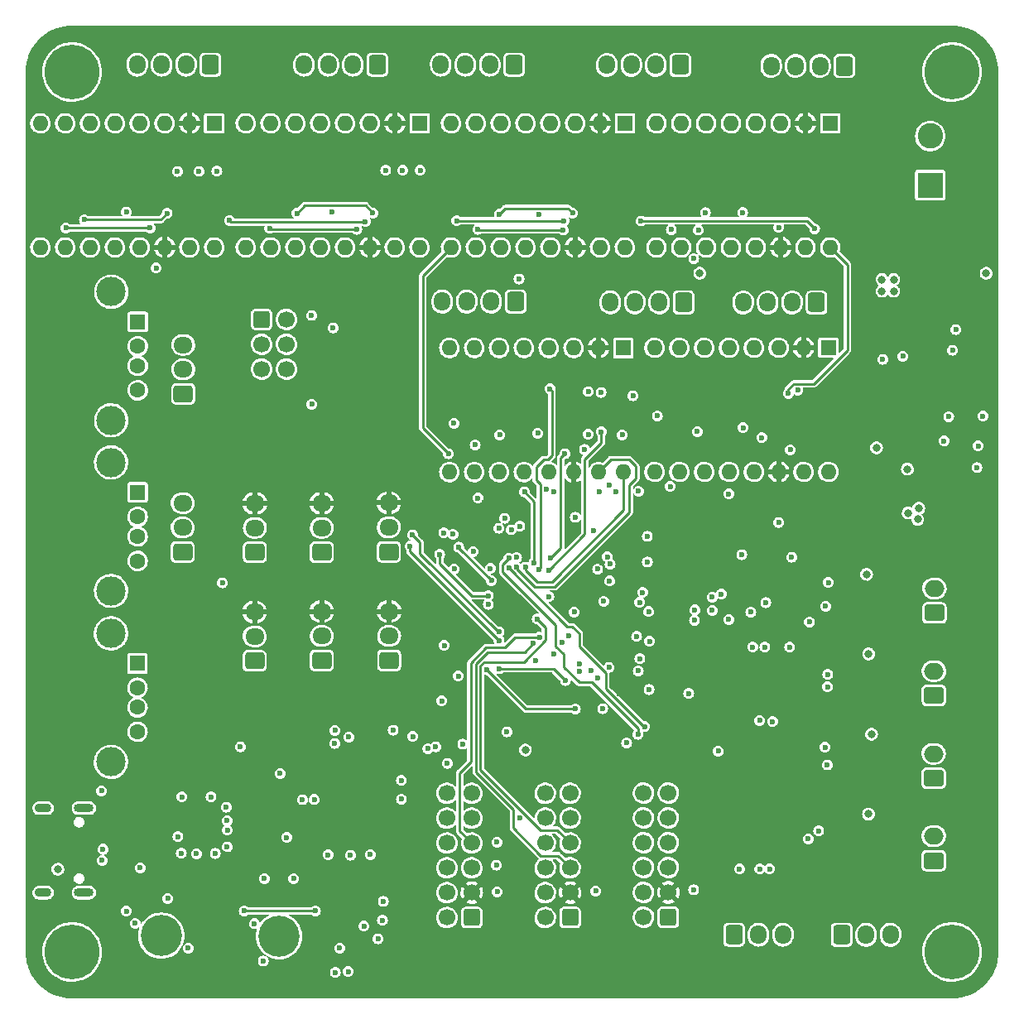
<source format=gbr>
G04 #@! TF.GenerationSoftware,KiCad,Pcbnew,6.0.2+dfsg-1~bpo11+1*
G04 #@! TF.CreationDate,2022-03-16T10:56:08+00:00*
G04 #@! TF.ProjectId,mobo,6d6f626f-2e6b-4696-9361-645f70636258,rev?*
G04 #@! TF.SameCoordinates,Original*
G04 #@! TF.FileFunction,Copper,L3,Inr*
G04 #@! TF.FilePolarity,Positive*
%FSLAX46Y46*%
G04 Gerber Fmt 4.6, Leading zero omitted, Abs format (unit mm)*
G04 Created by KiCad (PCBNEW 6.0.2+dfsg-1~bpo11+1) date 2022-03-16 10:56:08*
%MOMM*%
%LPD*%
G01*
G04 APERTURE LIST*
G04 Aperture macros list*
%AMRoundRect*
0 Rectangle with rounded corners*
0 $1 Rounding radius*
0 $2 $3 $4 $5 $6 $7 $8 $9 X,Y pos of 4 corners*
0 Add a 4 corners polygon primitive as box body*
4,1,4,$2,$3,$4,$5,$6,$7,$8,$9,$2,$3,0*
0 Add four circle primitives for the rounded corners*
1,1,$1+$1,$2,$3*
1,1,$1+$1,$4,$5*
1,1,$1+$1,$6,$7*
1,1,$1+$1,$8,$9*
0 Add four rect primitives between the rounded corners*
20,1,$1+$1,$2,$3,$4,$5,0*
20,1,$1+$1,$4,$5,$6,$7,0*
20,1,$1+$1,$6,$7,$8,$9,0*
20,1,$1+$1,$8,$9,$2,$3,0*%
G04 Aperture macros list end*
G04 #@! TA.AperFunction,ComponentPad*
%ADD10C,5.600000*%
G04 #@! TD*
G04 #@! TA.AperFunction,ComponentPad*
%ADD11R,1.600000X1.600000*%
G04 #@! TD*
G04 #@! TA.AperFunction,ComponentPad*
%ADD12C,1.600000*%
G04 #@! TD*
G04 #@! TA.AperFunction,ComponentPad*
%ADD13C,3.000000*%
G04 #@! TD*
G04 #@! TA.AperFunction,ComponentPad*
%ADD14O,2.000000X0.900000*%
G04 #@! TD*
G04 #@! TA.AperFunction,ComponentPad*
%ADD15O,1.700000X0.900000*%
G04 #@! TD*
G04 #@! TA.AperFunction,ComponentPad*
%ADD16O,1.600000X1.600000*%
G04 #@! TD*
G04 #@! TA.AperFunction,ComponentPad*
%ADD17RoundRect,0.250000X0.600000X0.725000X-0.600000X0.725000X-0.600000X-0.725000X0.600000X-0.725000X0*%
G04 #@! TD*
G04 #@! TA.AperFunction,ComponentPad*
%ADD18O,1.700000X1.950000*%
G04 #@! TD*
G04 #@! TA.AperFunction,ComponentPad*
%ADD19R,2.600000X2.600000*%
G04 #@! TD*
G04 #@! TA.AperFunction,ComponentPad*
%ADD20C,2.600000*%
G04 #@! TD*
G04 #@! TA.AperFunction,ComponentPad*
%ADD21RoundRect,0.250000X0.725000X-0.600000X0.725000X0.600000X-0.725000X0.600000X-0.725000X-0.600000X0*%
G04 #@! TD*
G04 #@! TA.AperFunction,ComponentPad*
%ADD22O,1.950000X1.700000*%
G04 #@! TD*
G04 #@! TA.AperFunction,ComponentPad*
%ADD23RoundRect,0.250000X0.600000X0.600000X-0.600000X0.600000X-0.600000X-0.600000X0.600000X-0.600000X0*%
G04 #@! TD*
G04 #@! TA.AperFunction,ComponentPad*
%ADD24C,1.700000*%
G04 #@! TD*
G04 #@! TA.AperFunction,ComponentPad*
%ADD25RoundRect,0.250000X-0.600000X-0.600000X0.600000X-0.600000X0.600000X0.600000X-0.600000X0.600000X0*%
G04 #@! TD*
G04 #@! TA.AperFunction,ComponentPad*
%ADD26RoundRect,0.250000X-0.600000X-0.725000X0.600000X-0.725000X0.600000X0.725000X-0.600000X0.725000X0*%
G04 #@! TD*
G04 #@! TA.AperFunction,ComponentPad*
%ADD27RoundRect,0.250000X0.750000X-0.600000X0.750000X0.600000X-0.750000X0.600000X-0.750000X-0.600000X0*%
G04 #@! TD*
G04 #@! TA.AperFunction,ComponentPad*
%ADD28O,2.000000X1.700000*%
G04 #@! TD*
G04 #@! TA.AperFunction,ComponentPad*
%ADD29C,4.200000*%
G04 #@! TD*
G04 #@! TA.AperFunction,ViaPad*
%ADD30C,0.800000*%
G04 #@! TD*
G04 #@! TA.AperFunction,ViaPad*
%ADD31C,0.600000*%
G04 #@! TD*
G04 #@! TA.AperFunction,Conductor*
%ADD32C,0.250000*%
G04 #@! TD*
G04 APERTURE END LIST*
D10*
X74020000Y-71030000D03*
X164020000Y-71030000D03*
X74020000Y-161030000D03*
X164020000Y-161030000D03*
D11*
X80740000Y-96580000D03*
D12*
X80740000Y-99080000D03*
X80740000Y-101080000D03*
X80740000Y-103580000D03*
D13*
X78030000Y-106650000D03*
X78030000Y-93510000D03*
D11*
X80720000Y-114030000D03*
D12*
X80720000Y-116530000D03*
X80720000Y-118530000D03*
X80720000Y-121030000D03*
D13*
X78010000Y-124100000D03*
X78010000Y-110960000D03*
D11*
X80710000Y-131510000D03*
D12*
X80710000Y-134010000D03*
X80710000Y-136010000D03*
X80710000Y-138510000D03*
D13*
X78000000Y-128440000D03*
X78000000Y-141580000D03*
D14*
X75230000Y-146320000D03*
D15*
X71060000Y-154960000D03*
D14*
X75230000Y-154960000D03*
D15*
X71060000Y-146320000D03*
D11*
X109570000Y-76280000D03*
D16*
X107030000Y-76280000D03*
X104490000Y-76280000D03*
X101950000Y-76280000D03*
X99410000Y-76280000D03*
X96870000Y-76280000D03*
X94330000Y-76280000D03*
X91790000Y-76280000D03*
X91790000Y-88980000D03*
X94330000Y-88980000D03*
X96870000Y-88980000D03*
X99410000Y-88980000D03*
X101950000Y-88980000D03*
X104490000Y-88980000D03*
X107030000Y-88980000D03*
X109570000Y-88980000D03*
D11*
X130570000Y-76280000D03*
D16*
X128030000Y-76280000D03*
X125490000Y-76280000D03*
X122950000Y-76280000D03*
X120410000Y-76280000D03*
X117870000Y-76280000D03*
X115330000Y-76280000D03*
X112790000Y-76280000D03*
X112790000Y-88980000D03*
X115330000Y-88980000D03*
X117870000Y-88980000D03*
X120410000Y-88980000D03*
X122950000Y-88980000D03*
X125490000Y-88980000D03*
X128030000Y-88980000D03*
X130570000Y-88980000D03*
D11*
X88570000Y-76280000D03*
D16*
X86030000Y-76280000D03*
X83490000Y-76280000D03*
X80950000Y-76280000D03*
X78410000Y-76280000D03*
X75870000Y-76280000D03*
X73330000Y-76280000D03*
X70790000Y-76280000D03*
X70790000Y-88980000D03*
X73330000Y-88980000D03*
X75870000Y-88980000D03*
X78410000Y-88980000D03*
X80950000Y-88980000D03*
X83490000Y-88980000D03*
X86030000Y-88980000D03*
X88570000Y-88980000D03*
D11*
X151570000Y-76280000D03*
D16*
X149030000Y-76280000D03*
X146490000Y-76280000D03*
X143950000Y-76280000D03*
X141410000Y-76280000D03*
X138870000Y-76280000D03*
X136330000Y-76280000D03*
X133790000Y-76280000D03*
X133790000Y-88980000D03*
X136330000Y-88980000D03*
X138870000Y-88980000D03*
X141410000Y-88980000D03*
X143950000Y-88980000D03*
X146490000Y-88980000D03*
X149030000Y-88980000D03*
X151570000Y-88980000D03*
D17*
X136220000Y-70300000D03*
D18*
X133720000Y-70300000D03*
X131220000Y-70300000D03*
X128720000Y-70300000D03*
D17*
X88185000Y-70275000D03*
D18*
X85685000Y-70275000D03*
X83185000Y-70275000D03*
X80685000Y-70275000D03*
D17*
X153020000Y-70400000D03*
D18*
X150520000Y-70400000D03*
X148020000Y-70400000D03*
X145520000Y-70400000D03*
D19*
X161790000Y-82590000D03*
D20*
X161790000Y-77590000D03*
D17*
X119235000Y-70275000D03*
D18*
X116735000Y-70275000D03*
X114235000Y-70275000D03*
X111735000Y-70275000D03*
D17*
X105235000Y-70275000D03*
D18*
X102735000Y-70275000D03*
X100235000Y-70275000D03*
X97735000Y-70275000D03*
D11*
X151380000Y-99230000D03*
D16*
X148840000Y-99230000D03*
X146300000Y-99230000D03*
X143760000Y-99230000D03*
X141220000Y-99230000D03*
X138680000Y-99230000D03*
X136140000Y-99230000D03*
X133600000Y-99230000D03*
X133600000Y-111930000D03*
X136140000Y-111930000D03*
X138680000Y-111930000D03*
X141220000Y-111930000D03*
X143760000Y-111930000D03*
X146300000Y-111930000D03*
X148840000Y-111930000D03*
X151380000Y-111930000D03*
D17*
X136570000Y-94580000D03*
D18*
X134070000Y-94580000D03*
X131570000Y-94580000D03*
X129070000Y-94580000D03*
D11*
X130400000Y-99250000D03*
D16*
X127860000Y-99250000D03*
X125320000Y-99250000D03*
X122780000Y-99250000D03*
X120240000Y-99250000D03*
X117700000Y-99250000D03*
X115160000Y-99250000D03*
X112620000Y-99250000D03*
X112620000Y-111950000D03*
X115160000Y-111950000D03*
X117700000Y-111950000D03*
X120240000Y-111950000D03*
X122780000Y-111950000D03*
X125320000Y-111950000D03*
X127860000Y-111950000D03*
X130400000Y-111950000D03*
D17*
X150170000Y-94600000D03*
D18*
X147670000Y-94600000D03*
X145170000Y-94600000D03*
X142670000Y-94600000D03*
D21*
X99560000Y-120150000D03*
D22*
X99560000Y-117650000D03*
X99560000Y-115150000D03*
D21*
X106420000Y-120100000D03*
D22*
X106420000Y-117600000D03*
X106420000Y-115100000D03*
D21*
X99560000Y-131210000D03*
D22*
X99560000Y-128710000D03*
X99560000Y-126210000D03*
D21*
X92690000Y-131250000D03*
D22*
X92690000Y-128750000D03*
X92690000Y-126250000D03*
D23*
X114900000Y-157510000D03*
D24*
X112360000Y-157510000D03*
X114900000Y-154970000D03*
X112360000Y-154970000D03*
X114900000Y-152430000D03*
X112360000Y-152430000D03*
X114900000Y-149890000D03*
X112360000Y-149890000D03*
X114900000Y-147350000D03*
X112360000Y-147350000D03*
X114900000Y-144810000D03*
X112360000Y-144810000D03*
D23*
X124960000Y-157510000D03*
D24*
X122420000Y-157510000D03*
X124960000Y-154970000D03*
X122420000Y-154970000D03*
X124960000Y-152430000D03*
X122420000Y-152430000D03*
X124960000Y-149890000D03*
X122420000Y-149890000D03*
X124960000Y-147350000D03*
X122420000Y-147350000D03*
X124960000Y-144810000D03*
X122420000Y-144810000D03*
D25*
X93400000Y-96340000D03*
D24*
X95940000Y-96340000D03*
X93400000Y-98880000D03*
X95940000Y-98880000D03*
X93400000Y-101420000D03*
X95940000Y-101420000D03*
D26*
X152730000Y-159270000D03*
D18*
X155230000Y-159270000D03*
X157730000Y-159270000D03*
D26*
X141730000Y-159260000D03*
D18*
X144230000Y-159260000D03*
X146730000Y-159260000D03*
D21*
X106450000Y-131200000D03*
D22*
X106450000Y-128700000D03*
X106450000Y-126200000D03*
D27*
X162140000Y-143260000D03*
D28*
X162140000Y-140760000D03*
D27*
X162170000Y-134790000D03*
D28*
X162170000Y-132290000D03*
D27*
X162220000Y-126360000D03*
D28*
X162220000Y-123860000D03*
D27*
X162150000Y-151680000D03*
D28*
X162150000Y-149180000D03*
D21*
X92720000Y-120150000D03*
D22*
X92720000Y-117650000D03*
X92720000Y-115150000D03*
D21*
X85390000Y-103940000D03*
D22*
X85390000Y-101440000D03*
X85390000Y-98940000D03*
D21*
X85330000Y-120120000D03*
D22*
X85330000Y-117620000D03*
X85330000Y-115120000D03*
D17*
X119390000Y-94500000D03*
D18*
X116890000Y-94500000D03*
X114390000Y-94500000D03*
X111890000Y-94500000D03*
D23*
X135008000Y-157480000D03*
D24*
X132468000Y-157480000D03*
X135008000Y-154940000D03*
X132468000Y-154940000D03*
X135008000Y-152400000D03*
X132468000Y-152400000D03*
X135008000Y-149860000D03*
X132468000Y-149860000D03*
X135008000Y-147320000D03*
X132468000Y-147320000D03*
X135008000Y-144780000D03*
X132468000Y-144780000D03*
D29*
X95200000Y-159410000D03*
X83140000Y-159370000D03*
D30*
X158060000Y-92250000D03*
X156860000Y-93450000D03*
X158060000Y-93450000D03*
D31*
X95290000Y-142780000D03*
X88830000Y-81160000D03*
X115250000Y-109160000D03*
X113520000Y-132820000D03*
X145660000Y-137460000D03*
X85190000Y-150930000D03*
X144350000Y-137360000D03*
X89790000Y-146215000D03*
X130740000Y-139640000D03*
X127960000Y-114000000D03*
X151270000Y-141890000D03*
X166690000Y-109270000D03*
X117500000Y-154870000D03*
X89890000Y-147600000D03*
X135190000Y-113410000D03*
X131970000Y-113910000D03*
X86990000Y-81180000D03*
X142280000Y-152550000D03*
X107700000Y-145410000D03*
X117420000Y-152140000D03*
X132370000Y-124260000D03*
X144980000Y-125300000D03*
X128766555Y-120605780D03*
X166570000Y-111490000D03*
X113990001Y-139769999D03*
D30*
X120390000Y-140370000D03*
X155280000Y-122410000D03*
X160510000Y-116790000D03*
D31*
X82630000Y-91080000D03*
X102500000Y-151130000D03*
X102320000Y-139040000D03*
X151090000Y-125670000D03*
X95970000Y-149310000D03*
X133090000Y-129244990D03*
X129002889Y-123086321D03*
X84840000Y-149240000D03*
X167190000Y-106230000D03*
X163190000Y-108770000D03*
X138090000Y-87190000D03*
X137590000Y-154670000D03*
X88670000Y-150960000D03*
D30*
X155790000Y-138760000D03*
D31*
X128300000Y-136150000D03*
X147410000Y-129860000D03*
X130290000Y-108150000D03*
X117470000Y-149810000D03*
X142520000Y-120400000D03*
X104520000Y-151070000D03*
X109620000Y-81090000D03*
X129650000Y-113930000D03*
X131760263Y-128758654D03*
X119780000Y-147350000D03*
X85260000Y-145160000D03*
D30*
X159530000Y-116120000D03*
D31*
X147629999Y-120650000D03*
X81000000Y-152420000D03*
X93680000Y-153520000D03*
X151290000Y-133900000D03*
X108870000Y-139000000D03*
X89900000Y-148570000D03*
X84810000Y-81200000D03*
X106100000Y-81090000D03*
X143630000Y-129850000D03*
X96690000Y-153540000D03*
X100880000Y-139700000D03*
X137090000Y-134580000D03*
D30*
X155500000Y-130540000D03*
D31*
X132860000Y-121150000D03*
X111840000Y-135340000D03*
X133000000Y-126220000D03*
X100200000Y-151090000D03*
X144870000Y-129850000D03*
D30*
X138220000Y-91600000D03*
D31*
X123292059Y-113955232D03*
X105860000Y-155860000D03*
X150380000Y-148650000D03*
X107700000Y-143490000D03*
X137680000Y-127100000D03*
X156930000Y-100420000D03*
D30*
X156860000Y-92250000D03*
D31*
X77040000Y-144550000D03*
X127570000Y-154790000D03*
X88230000Y-145160000D03*
X89890000Y-150280000D03*
X98520000Y-95920000D03*
X107820000Y-81090000D03*
X164070000Y-99490000D03*
X106860000Y-138350000D03*
X100720000Y-97200000D03*
X102270000Y-163030000D03*
D30*
X155480000Y-146930000D03*
D31*
X98530000Y-105020000D03*
X100900000Y-138380000D03*
X115540309Y-114600022D03*
D30*
X160620000Y-115660000D03*
X167510000Y-91620000D03*
D31*
X91240000Y-140050000D03*
D30*
X164240000Y-115840000D03*
X165440000Y-115840000D03*
X163040000Y-117040000D03*
X164240000Y-117040000D03*
X165440000Y-117040000D03*
D31*
X86740000Y-145140000D03*
X84240000Y-150910000D03*
X142490000Y-146940000D03*
X124690000Y-103770000D03*
X116000000Y-119260000D03*
X132453058Y-128116942D03*
X146350000Y-103750000D03*
X116221773Y-115019092D03*
X85560000Y-153740000D03*
X104190000Y-80770000D03*
X84320000Y-150080000D03*
D30*
X162010000Y-119810000D03*
D31*
X142340000Y-129840000D03*
X143230000Y-152530000D03*
X89530000Y-151000000D03*
X131955341Y-123335341D03*
X128214970Y-121198469D03*
X83190000Y-81020000D03*
X144189990Y-80520000D03*
X102220000Y-104080000D03*
X163190000Y-107770000D03*
X134040000Y-135010000D03*
X113490000Y-134370000D03*
X137370000Y-115560000D03*
X84160000Y-146610000D03*
X121290872Y-113469128D03*
X84310000Y-148500000D03*
X130005002Y-134585002D03*
X89630566Y-142590000D03*
X107520000Y-163370000D03*
X125440012Y-81020000D03*
X150970000Y-130240000D03*
X147550000Y-147520000D03*
X128900000Y-130940000D03*
D30*
X163040000Y-115840000D03*
D31*
X164420000Y-97360000D03*
X158980000Y-100100000D03*
X79580000Y-85340000D03*
X138800000Y-85430000D03*
X117730000Y-85570000D03*
X104790000Y-85450000D03*
X125210000Y-85450000D03*
X112390000Y-141740000D03*
X117770000Y-108150000D03*
X97020000Y-85480000D03*
X83740000Y-85480000D03*
X75280000Y-86130000D03*
X137970000Y-107820000D03*
X119815010Y-117487500D03*
X118934455Y-117840959D03*
X112980000Y-118300000D03*
X112045000Y-118170000D03*
X113096591Y-121873409D03*
X116590000Y-124590000D03*
X111620000Y-120370000D03*
X128150000Y-107830000D03*
X122790000Y-121970000D03*
X128130000Y-103810000D03*
X124420000Y-110060000D03*
X122915010Y-120770000D03*
X126830000Y-103700000D03*
X126820000Y-108090000D03*
X121264990Y-121200529D03*
X112510000Y-110070000D03*
X120290000Y-113970000D03*
X115050000Y-120070000D03*
X113570000Y-119630001D03*
X116910000Y-123050000D03*
X119740000Y-92210000D03*
X122900000Y-103440000D03*
X121739999Y-121919999D03*
X121790000Y-85619999D03*
D30*
X72570000Y-152560000D03*
X159450000Y-111640000D03*
D31*
X77190000Y-150520014D03*
X77090004Y-151670000D03*
X133040012Y-134194245D03*
X149310000Y-149460000D03*
X151030000Y-140090000D03*
X131930000Y-132269977D03*
X128940000Y-131920000D03*
X151310000Y-132650000D03*
X151360000Y-123230000D03*
X132090000Y-131019965D03*
X79570000Y-156850000D03*
X98910000Y-156820000D03*
X91620000Y-156820000D03*
X98800000Y-145440000D03*
X93580000Y-161960000D03*
X97590000Y-145450000D03*
X85890000Y-160640000D03*
X105767500Y-157782500D03*
X92669000Y-158140000D03*
X103880000Y-158390000D03*
X105310000Y-159690000D03*
X100950000Y-163120001D03*
X80470000Y-158100000D03*
X83810000Y-155570000D03*
X101390000Y-160630000D03*
X86740000Y-150980000D03*
X100620000Y-85330000D03*
X127332898Y-117927104D03*
X147290000Y-103900000D03*
X147490000Y-109670000D03*
X141190000Y-114180000D03*
X125490000Y-116570000D03*
X148250000Y-103570000D03*
X146300000Y-86930000D03*
X120390000Y-121670000D03*
X119490000Y-121690000D03*
X119487083Y-120667214D03*
X125890000Y-132370000D03*
X146300000Y-117100000D03*
X137720000Y-126050000D03*
X125890000Y-131570000D03*
X142610000Y-85410000D03*
X137614999Y-90105001D03*
X131390000Y-104140000D03*
X128985001Y-113244999D03*
X121660000Y-107970000D03*
X122540883Y-113680000D03*
X142644922Y-107401299D03*
X132850000Y-118524990D03*
X149440000Y-127270000D03*
X123310000Y-130544990D03*
X143440000Y-126270000D03*
X140420000Y-124420000D03*
X139490000Y-124740000D03*
X141190000Y-127020000D03*
X121390000Y-131269998D03*
X140100000Y-140500000D03*
X127790000Y-132970000D03*
X145350000Y-152540000D03*
X117690000Y-132070000D03*
X118271193Y-116670000D03*
X124490000Y-133270000D03*
X111210000Y-140050000D03*
X125490000Y-136170000D03*
X116412493Y-132158418D03*
X110410000Y-140230000D03*
X117678750Y-117681250D03*
X144360000Y-152550000D03*
X117690000Y-128270000D03*
X108849960Y-118370000D03*
X108580000Y-119530000D03*
X117690000Y-129170000D03*
X163690002Y-106270000D03*
D30*
X156300000Y-109460000D03*
D31*
X89408594Y-123281406D03*
X112090000Y-129670000D03*
X116590000Y-125470000D03*
X118690000Y-120770000D03*
X131890008Y-138770000D03*
X132589996Y-137970000D03*
X118685007Y-121770000D03*
X121815010Y-128842984D03*
X132078058Y-125278058D03*
X121190000Y-129470000D03*
X121590000Y-126970000D03*
X118490000Y-138520000D03*
X128390000Y-125170000D03*
X124116000Y-129356000D03*
X127090000Y-132270000D03*
X125390000Y-126270000D03*
X139490000Y-126100000D03*
X129045870Y-121355448D03*
X124848360Y-128664758D03*
X127772485Y-121871413D03*
X132210000Y-86260000D03*
X144560000Y-108420000D03*
X124350000Y-86250000D03*
X149970000Y-87050000D03*
X126440000Y-109630000D03*
X90130000Y-86210000D03*
X113370000Y-86250000D03*
X104030000Y-86320000D03*
X116800000Y-121810000D03*
X122792751Y-124686507D03*
X82000000Y-86980000D03*
X135310000Y-87160000D03*
X124260000Y-87190000D03*
X133890000Y-106200000D03*
X94220000Y-87015000D03*
X115530000Y-87120000D03*
X103140000Y-87120000D03*
X113070000Y-106970000D03*
X73400000Y-86980000D03*
D32*
X75294999Y-86115001D02*
X75280000Y-86130000D01*
X125210000Y-85450000D02*
X124754999Y-84994999D01*
X83740000Y-85480000D02*
X83104999Y-86115001D01*
X97795001Y-84704999D02*
X97020000Y-85480000D01*
X83104999Y-86115001D02*
X75294999Y-86115001D01*
X104790000Y-85450000D02*
X104044999Y-84704999D01*
X124754999Y-84994999D02*
X118305001Y-84994999D01*
X104044999Y-84704999D02*
X97795001Y-84704999D01*
X118305001Y-84994999D02*
X117730000Y-85570000D01*
X116590000Y-124590000D02*
X114888180Y-124590000D01*
X111620000Y-121321820D02*
X111620000Y-120370000D01*
X114888180Y-124590000D02*
X111620000Y-121321820D01*
X128150000Y-107830000D02*
X128150000Y-108937004D01*
X126445001Y-118314999D02*
X122790000Y-121970000D01*
X128150000Y-108937004D02*
X126445001Y-110642003D01*
X126445001Y-110642003D02*
X126445001Y-118314999D01*
X124420000Y-110060000D02*
X123990000Y-110490000D01*
X123990000Y-110490000D02*
X123990000Y-119695010D01*
X123990000Y-119695010D02*
X122915010Y-120770000D01*
X120290000Y-113970000D02*
X121264990Y-114944990D01*
X112510000Y-110070000D02*
X109890000Y-107450000D01*
X109890000Y-91880000D02*
X112790000Y-88980000D01*
X121264990Y-114944990D02*
X121264990Y-121200529D01*
X109890000Y-107450000D02*
X109890000Y-91880000D01*
X113570000Y-119710000D02*
X116910000Y-123050000D01*
X113570000Y-119630001D02*
X113570000Y-119710000D01*
X121915873Y-113169127D02*
X121915873Y-121744125D01*
X121490000Y-111419999D02*
X121490000Y-112743254D01*
X121915873Y-121744125D02*
X121739999Y-121919999D01*
X123090000Y-110270000D02*
X122690000Y-110670000D01*
X121490000Y-112743254D02*
X121915873Y-113169127D01*
X123090000Y-103630000D02*
X123090000Y-110270000D01*
X122900000Y-103440000D02*
X123090000Y-103630000D01*
X122239999Y-110670000D02*
X121490000Y-111419999D01*
X122690000Y-110670000D02*
X122239999Y-110670000D01*
X91620000Y-156820000D02*
X98910000Y-156820000D01*
X147290000Y-103475736D02*
X147290000Y-103900000D01*
X147820737Y-102944999D02*
X147290000Y-103475736D01*
X149850003Y-102944999D02*
X147820737Y-102944999D01*
X153310000Y-90720000D02*
X151570000Y-88980000D01*
X153310000Y-99485002D02*
X149850003Y-102944999D01*
X153310000Y-99485002D02*
X153310000Y-90720000D01*
X123090000Y-123170000D02*
X121590000Y-123170000D01*
X121590000Y-123170000D02*
X120390000Y-121970000D01*
X130400000Y-115860000D02*
X123090000Y-123170000D01*
X130400000Y-111950000D02*
X130400000Y-115860000D01*
X120390000Y-121970000D02*
X120390000Y-121670000D01*
X131690000Y-111370000D02*
X131690000Y-112570000D01*
X119490000Y-121795002D02*
X119490000Y-121690000D01*
X121364998Y-123670000D02*
X119490000Y-121795002D01*
X131010000Y-113250000D02*
X131010000Y-116050000D01*
X131010000Y-116050000D02*
X123390000Y-123670000D01*
X123390000Y-123670000D02*
X121364998Y-123670000D01*
X129140000Y-110670000D02*
X130990000Y-110670000D01*
X127860000Y-111950000D02*
X129140000Y-110670000D01*
X131690000Y-112570000D02*
X131010000Y-113250000D01*
X130990000Y-110670000D02*
X131690000Y-111370000D01*
X117690000Y-132070000D02*
X123290000Y-132070000D01*
X123290000Y-132070000D02*
X124490000Y-133270000D01*
X120424075Y-136170000D02*
X116412493Y-132158418D01*
X125490000Y-136170000D02*
X120424075Y-136170000D01*
X108849960Y-118370000D02*
X109590000Y-119110040D01*
X117590000Y-128270000D02*
X117690000Y-128270000D01*
X109590000Y-119110040D02*
X109590000Y-120270000D01*
X109590000Y-120270000D02*
X117590000Y-128270000D01*
X108580000Y-120060000D02*
X117690000Y-129170000D01*
X108580000Y-119530000D02*
X108580000Y-120060000D01*
X124290000Y-131870000D02*
X125890000Y-133470000D01*
X127190000Y-133470000D02*
X131890008Y-138170008D01*
X131890008Y-138170008D02*
X131890008Y-138770000D01*
X123490999Y-129770999D02*
X124290000Y-130570000D01*
X118060006Y-121399994D02*
X118060006Y-122140006D01*
X118690000Y-120770000D02*
X118060006Y-121399994D01*
X125890000Y-133470000D02*
X127190000Y-133470000D01*
X123490999Y-127570999D02*
X123490999Y-129770999D01*
X124290000Y-130570000D02*
X124290000Y-131870000D01*
X118060006Y-122140006D02*
X123490999Y-127570999D01*
X124685007Y-127770000D02*
X125190000Y-127770000D01*
X132490000Y-137970000D02*
X132589996Y-137970000D01*
X125890000Y-128470000D02*
X125890000Y-129795002D01*
X128590000Y-134070000D02*
X132490000Y-137970000D01*
X125190000Y-127770000D02*
X125890000Y-128470000D01*
X125890000Y-129795002D02*
X128590000Y-132495002D01*
X118685007Y-121770000D02*
X124685007Y-127770000D01*
X128590000Y-132495002D02*
X128590000Y-134070000D01*
X116392178Y-129895002D02*
X118289998Y-129895002D01*
X118289998Y-129895002D02*
X119342016Y-128842984D01*
X114790000Y-131497180D02*
X116392178Y-129895002D01*
X113664999Y-148654999D02*
X113664999Y-142720003D01*
X114790000Y-141595002D02*
X114790000Y-131497180D01*
X113664999Y-142720003D02*
X114790000Y-141595002D01*
X114900000Y-149890000D02*
X113664999Y-148654999D01*
X119342016Y-128842984D02*
X121815010Y-128842984D01*
X124960000Y-152430000D02*
X123700000Y-151170000D01*
X115337482Y-131586108D02*
X116553590Y-130370000D01*
X120290000Y-130370000D02*
X121190000Y-129470000D01*
X115337482Y-142618890D02*
X115337482Y-131586108D01*
X123700000Y-151170000D02*
X121960998Y-151170000D01*
X116553590Y-130370000D02*
X120290000Y-130370000D01*
X121960998Y-151170000D02*
X119154999Y-148364001D01*
X119154999Y-148364001D02*
X119154999Y-146436407D01*
X119154999Y-146436407D02*
X115337482Y-142618890D01*
X122440012Y-129142986D02*
X122440012Y-127820012D01*
X123640000Y-148570000D02*
X121925002Y-148570000D01*
X122440012Y-127820012D02*
X121590000Y-126970000D01*
X115787492Y-142432490D02*
X115787492Y-131772508D01*
X116190000Y-131370000D02*
X120212998Y-131370000D01*
X124960000Y-149890000D02*
X123640000Y-148570000D01*
X115787492Y-131772508D02*
X116190000Y-131370000D01*
X121925002Y-148570000D02*
X115787492Y-142432490D01*
X120212998Y-131370000D02*
X122440012Y-129142986D01*
X90310000Y-86390000D02*
X90130000Y-86210000D01*
X124350000Y-86250000D02*
X113370000Y-86250000D01*
X90840000Y-86390000D02*
X90310000Y-86390000D01*
X103960000Y-86390000D02*
X104030000Y-86320000D01*
X149180000Y-86260000D02*
X149970000Y-87050000D01*
X132210000Y-86260000D02*
X149180000Y-86260000D01*
X103540000Y-86390000D02*
X90840000Y-86390000D01*
X103540000Y-86390000D02*
X103960000Y-86390000D01*
X115600000Y-87190000D02*
X115530000Y-87120000D01*
X82000000Y-86980000D02*
X73400000Y-86980000D01*
X94325000Y-87120000D02*
X94220000Y-87015000D01*
X124260000Y-87190000D02*
X115600000Y-87190000D01*
X103140000Y-87120000D02*
X94325000Y-87120000D01*
X82000000Y-86980000D02*
X82000000Y-86980000D01*
G04 #@! TA.AperFunction,Conductor*
G36*
X164000112Y-66280942D02*
G01*
X164020000Y-66284898D01*
X164024731Y-66283957D01*
X164024733Y-66283957D01*
X164034401Y-66282034D01*
X164046096Y-66281140D01*
X164200791Y-66287894D01*
X164431853Y-66297982D01*
X164436097Y-66298352D01*
X164842709Y-66351884D01*
X164846909Y-66352624D01*
X165247317Y-66441392D01*
X165251428Y-66442495D01*
X165490962Y-66518019D01*
X165642559Y-66565818D01*
X165646575Y-66567280D01*
X165800694Y-66631118D01*
X166025458Y-66724218D01*
X166029320Y-66726018D01*
X166393108Y-66915394D01*
X166396810Y-66917532D01*
X166742688Y-67137882D01*
X166746189Y-67140334D01*
X167071536Y-67389981D01*
X167074811Y-67392728D01*
X167377191Y-67669808D01*
X167380192Y-67672809D01*
X167580954Y-67891902D01*
X167657272Y-67975189D01*
X167660019Y-67978464D01*
X167909666Y-68303811D01*
X167912118Y-68307312D01*
X168003014Y-68449989D01*
X168129924Y-68649196D01*
X168132468Y-68653190D01*
X168134605Y-68656890D01*
X168233283Y-68846448D01*
X168323979Y-69020674D01*
X168325782Y-69024542D01*
X168388122Y-69175044D01*
X168482720Y-69403425D01*
X168484182Y-69407441D01*
X168529492Y-69551146D01*
X168597502Y-69766843D01*
X168607503Y-69798563D01*
X168608608Y-69802683D01*
X168697375Y-70203086D01*
X168698116Y-70207291D01*
X168749303Y-70596088D01*
X168751647Y-70613896D01*
X168752018Y-70618147D01*
X168756292Y-70716026D01*
X168768860Y-71003904D01*
X168767966Y-71015599D01*
X168766689Y-71022022D01*
X168765102Y-71030000D01*
X168768287Y-71046010D01*
X168769058Y-71049888D01*
X168770000Y-71059447D01*
X168770000Y-161000553D01*
X168769058Y-161010112D01*
X168765102Y-161030000D01*
X168766043Y-161034731D01*
X168766043Y-161034733D01*
X168767966Y-161044401D01*
X168768860Y-161056096D01*
X168766237Y-161116169D01*
X168752742Y-161425289D01*
X168752019Y-161441845D01*
X168751648Y-161446097D01*
X168706586Y-161788372D01*
X168698117Y-161852704D01*
X168697376Y-161856909D01*
X168639924Y-162116060D01*
X168608610Y-162257308D01*
X168607505Y-162261428D01*
X168550653Y-162441742D01*
X168484182Y-162652559D01*
X168482720Y-162656575D01*
X168416526Y-162816382D01*
X168342683Y-162994656D01*
X168325785Y-163035451D01*
X168323982Y-163039320D01*
X168145119Y-163382913D01*
X168134606Y-163403108D01*
X168132468Y-163406810D01*
X167912118Y-163752688D01*
X167909666Y-163756189D01*
X167660019Y-164081536D01*
X167657272Y-164084811D01*
X167380192Y-164387191D01*
X167377191Y-164390192D01*
X167160482Y-164588769D01*
X167074811Y-164667272D01*
X167071536Y-164670019D01*
X166746189Y-164919666D01*
X166742688Y-164922118D01*
X166396810Y-165142468D01*
X166393110Y-165144605D01*
X166029320Y-165333982D01*
X166025458Y-165335782D01*
X165806382Y-165426526D01*
X165646575Y-165492720D01*
X165642559Y-165494182D01*
X165490962Y-165541981D01*
X165251428Y-165617505D01*
X165247317Y-165618608D01*
X164846909Y-165707376D01*
X164842709Y-165708116D01*
X164436097Y-165761648D01*
X164431853Y-165762018D01*
X164200791Y-165772106D01*
X164046096Y-165778860D01*
X164034401Y-165777966D01*
X164024733Y-165776043D01*
X164024731Y-165776043D01*
X164020000Y-165775102D01*
X164000112Y-165779058D01*
X163990553Y-165780000D01*
X74049447Y-165780000D01*
X74039888Y-165779058D01*
X74020000Y-165775102D01*
X74015269Y-165776043D01*
X74015267Y-165776043D01*
X74005599Y-165777966D01*
X73993904Y-165778860D01*
X73839209Y-165772106D01*
X73608147Y-165762018D01*
X73603903Y-165761648D01*
X73197291Y-165708116D01*
X73193091Y-165707376D01*
X72792683Y-165618608D01*
X72788572Y-165617505D01*
X72549038Y-165541981D01*
X72397441Y-165494182D01*
X72393425Y-165492720D01*
X72233618Y-165426526D01*
X72014542Y-165335782D01*
X72010680Y-165333982D01*
X71646890Y-165144605D01*
X71643190Y-165142468D01*
X71297312Y-164922118D01*
X71293811Y-164919666D01*
X70968464Y-164670019D01*
X70965189Y-164667272D01*
X70879518Y-164588769D01*
X70662809Y-164390192D01*
X70659808Y-164387191D01*
X70382728Y-164084811D01*
X70379981Y-164081536D01*
X70130334Y-163756189D01*
X70127882Y-163752688D01*
X69907532Y-163406810D01*
X69905394Y-163403108D01*
X69894881Y-163382913D01*
X69716018Y-163039320D01*
X69714215Y-163035451D01*
X69697318Y-162994656D01*
X69623474Y-162816382D01*
X69557280Y-162656575D01*
X69555818Y-162652559D01*
X69489347Y-162441742D01*
X69432495Y-162261428D01*
X69431390Y-162257308D01*
X69400077Y-162116060D01*
X69342624Y-161856909D01*
X69341883Y-161852704D01*
X69333414Y-161788372D01*
X69288352Y-161446097D01*
X69287981Y-161441845D01*
X69287259Y-161425289D01*
X69273763Y-161116169D01*
X69271140Y-161056096D01*
X69272034Y-161044401D01*
X69273957Y-161034733D01*
X69273957Y-161034731D01*
X69274898Y-161030000D01*
X69270942Y-161010112D01*
X69270000Y-161000553D01*
X69270000Y-160987347D01*
X70965392Y-160987347D01*
X70979674Y-161328107D01*
X70979884Y-161329463D01*
X71022335Y-161603678D01*
X71031851Y-161665151D01*
X71121273Y-161994278D01*
X71246825Y-162311387D01*
X71247471Y-162312603D01*
X71247472Y-162312604D01*
X71391586Y-162583641D01*
X71406943Y-162612524D01*
X71599630Y-162893936D01*
X71822485Y-163152116D01*
X71823476Y-163153033D01*
X71823484Y-163153042D01*
X72071722Y-163382913D01*
X72072730Y-163383846D01*
X72101423Y-163405000D01*
X72346140Y-163585421D01*
X72346145Y-163585424D01*
X72347246Y-163586236D01*
X72371974Y-163600513D01*
X72635548Y-163752688D01*
X72642611Y-163756766D01*
X72955145Y-163893308D01*
X73280951Y-163994162D01*
X73615969Y-164058070D01*
X73893752Y-164079444D01*
X73954670Y-164084132D01*
X73954672Y-164084132D01*
X73956023Y-164084236D01*
X74192084Y-164075992D01*
X74295505Y-164072381D01*
X74295508Y-164072381D01*
X74296874Y-164072333D01*
X74298224Y-164072134D01*
X74298231Y-164072133D01*
X74632920Y-164022710D01*
X74632921Y-164022710D01*
X74634274Y-164022510D01*
X74635588Y-164022163D01*
X74635597Y-164022161D01*
X74962698Y-163935737D01*
X74962702Y-163935736D01*
X74964018Y-163935388D01*
X74965284Y-163934897D01*
X74965287Y-163934896D01*
X75092187Y-163885675D01*
X75281995Y-163812053D01*
X75584243Y-163654042D01*
X75685978Y-163585421D01*
X75865868Y-163464083D01*
X75865870Y-163464081D01*
X75866993Y-163463324D01*
X76015289Y-163337114D01*
X76125686Y-163243160D01*
X76125690Y-163243156D01*
X76126723Y-163242277D01*
X76241548Y-163120001D01*
X100395153Y-163120001D01*
X100414059Y-163263606D01*
X100469488Y-163397424D01*
X100557664Y-163512337D01*
X100672576Y-163600513D01*
X100806395Y-163655942D01*
X100950000Y-163674848D01*
X101093605Y-163655942D01*
X101227424Y-163600513D01*
X101342336Y-163512337D01*
X101430512Y-163397424D01*
X101485941Y-163263606D01*
X101504847Y-163120001D01*
X101492998Y-163030000D01*
X101715153Y-163030000D01*
X101734059Y-163173605D01*
X101789488Y-163307423D01*
X101877664Y-163422336D01*
X101992576Y-163510512D01*
X102126395Y-163565941D01*
X102270000Y-163584847D01*
X102413605Y-163565941D01*
X102547424Y-163510512D01*
X102662336Y-163422336D01*
X102750512Y-163307423D01*
X102805941Y-163173605D01*
X102824847Y-163030000D01*
X102805941Y-162886395D01*
X102750512Y-162752577D01*
X102662336Y-162637664D01*
X102547424Y-162549488D01*
X102413605Y-162494059D01*
X102270000Y-162475153D01*
X102126395Y-162494059D01*
X101992577Y-162549488D01*
X101877664Y-162637664D01*
X101789488Y-162752577D01*
X101734059Y-162886395D01*
X101715153Y-163030000D01*
X101492998Y-163030000D01*
X101485941Y-162976396D01*
X101430512Y-162842578D01*
X101342336Y-162727665D01*
X101227424Y-162639489D01*
X101093605Y-162584060D01*
X100950000Y-162565154D01*
X100806395Y-162584060D01*
X100672577Y-162639489D01*
X100670028Y-162641445D01*
X100565502Y-162721651D01*
X100557664Y-162727665D01*
X100555709Y-162730213D01*
X100555708Y-162730214D01*
X100540504Y-162750028D01*
X100469488Y-162842578D01*
X100414059Y-162976396D01*
X100395153Y-163120001D01*
X76241548Y-163120001D01*
X76360194Y-162993656D01*
X76564496Y-162720559D01*
X76697000Y-162494711D01*
X76736389Y-162427574D01*
X76736389Y-162427573D01*
X76737083Y-162426391D01*
X76875805Y-162114818D01*
X76914459Y-161992967D01*
X76924917Y-161960000D01*
X93025153Y-161960000D01*
X93044059Y-162103605D01*
X93099488Y-162237423D01*
X93187664Y-162352336D01*
X93302576Y-162440512D01*
X93436395Y-162495941D01*
X93580000Y-162514847D01*
X93723605Y-162495941D01*
X93857424Y-162440512D01*
X93972336Y-162352336D01*
X94060512Y-162237423D01*
X94115941Y-162103605D01*
X94134847Y-161960000D01*
X94115941Y-161816395D01*
X94060512Y-161682577D01*
X93972336Y-161567664D01*
X93969792Y-161565712D01*
X93969787Y-161565707D01*
X93874202Y-161492362D01*
X93866833Y-161479598D01*
X93854838Y-161478417D01*
X93825049Y-161466078D01*
X93723605Y-161424059D01*
X93580000Y-161405153D01*
X93436395Y-161424059D01*
X93302577Y-161479488D01*
X93187664Y-161567664D01*
X93099488Y-161682577D01*
X93044059Y-161816395D01*
X93025153Y-161960000D01*
X76924917Y-161960000D01*
X76958278Y-161854829D01*
X76978931Y-161789724D01*
X76980847Y-161780047D01*
X77044909Y-161456512D01*
X77044910Y-161456503D01*
X77045176Y-161455161D01*
X77067910Y-161184428D01*
X77073642Y-161116169D01*
X77073642Y-161116165D01*
X77073715Y-161115298D01*
X77074906Y-161030000D01*
X77063005Y-160817130D01*
X77055944Y-160690824D01*
X77055943Y-160690816D01*
X77055868Y-160689473D01*
X76998990Y-160353190D01*
X76998552Y-160351661D01*
X76905357Y-160026653D01*
X76905355Y-160026647D01*
X76904981Y-160025343D01*
X76887905Y-159983912D01*
X76809281Y-159793157D01*
X76775014Y-159710019D01*
X76768883Y-159698866D01*
X76611366Y-159412344D01*
X76611363Y-159412339D01*
X76610707Y-159411146D01*
X76609921Y-159410032D01*
X76609918Y-159410027D01*
X76414898Y-159133569D01*
X76414110Y-159132452D01*
X76187672Y-158877409D01*
X76186657Y-158876495D01*
X76186651Y-158876489D01*
X75935240Y-158650118D01*
X75934216Y-158649196D01*
X75656900Y-158450658D01*
X75359183Y-158284269D01*
X75357604Y-158283605D01*
X75107186Y-158178339D01*
X75044773Y-158152103D01*
X74867742Y-158100000D01*
X79915153Y-158100000D01*
X79934059Y-158243605D01*
X79989488Y-158377423D01*
X80077664Y-158492336D01*
X80192576Y-158580512D01*
X80326395Y-158635941D01*
X80470000Y-158654847D01*
X80613605Y-158635941D01*
X80747424Y-158580512D01*
X80832437Y-158515279D01*
X80868661Y-158505572D01*
X80901140Y-158524323D01*
X80910847Y-158560548D01*
X80908666Y-158569904D01*
X80845747Y-158755257D01*
X80822577Y-158871742D01*
X80812224Y-158923792D01*
X80785135Y-159059976D01*
X80785031Y-159061570D01*
X80785030Y-159061574D01*
X80780180Y-159135572D01*
X80764815Y-159370000D01*
X80764920Y-159371602D01*
X80784510Y-159670481D01*
X80785135Y-159680024D01*
X80785448Y-159681597D01*
X80785448Y-159681598D01*
X80809628Y-159803157D01*
X80845747Y-159984743D01*
X80945615Y-160278944D01*
X80946321Y-160280376D01*
X80946322Y-160280378D01*
X81054029Y-160498785D01*
X81083029Y-160557592D01*
X81083920Y-160558925D01*
X81083922Y-160558929D01*
X81234046Y-160783605D01*
X81255639Y-160815921D01*
X81256697Y-160817128D01*
X81256699Y-160817130D01*
X81404787Y-160985991D01*
X81460491Y-161049509D01*
X81461694Y-161050564D01*
X81626217Y-161194847D01*
X81694079Y-161254361D01*
X81695412Y-161255252D01*
X81695415Y-161255254D01*
X81951071Y-161426078D01*
X81951075Y-161426080D01*
X81952408Y-161426971D01*
X81953845Y-161427679D01*
X81953849Y-161427682D01*
X82229622Y-161563678D01*
X82231056Y-161564385D01*
X82232566Y-161564898D01*
X82232567Y-161564898D01*
X82248222Y-161570212D01*
X82525257Y-161664253D01*
X82829976Y-161724865D01*
X82831570Y-161724969D01*
X82831574Y-161724970D01*
X83061608Y-161740047D01*
X83061611Y-161740047D01*
X83062418Y-161740100D01*
X83217582Y-161740100D01*
X83218389Y-161740047D01*
X83218392Y-161740047D01*
X83448426Y-161724970D01*
X83448430Y-161724969D01*
X83450024Y-161724865D01*
X83754743Y-161664253D01*
X84031778Y-161570212D01*
X84047433Y-161564898D01*
X84047434Y-161564898D01*
X84048944Y-161564385D01*
X84050378Y-161563678D01*
X84326151Y-161427682D01*
X84326155Y-161427679D01*
X84327592Y-161426971D01*
X84328925Y-161426080D01*
X84328929Y-161426078D01*
X84584585Y-161255254D01*
X84584588Y-161255252D01*
X84585921Y-161254361D01*
X84653784Y-161194847D01*
X84818306Y-161050564D01*
X84819509Y-161049509D01*
X84875213Y-160985991D01*
X85023301Y-160817130D01*
X85023303Y-160817128D01*
X85024361Y-160815921D01*
X85045954Y-160783605D01*
X85141908Y-160640000D01*
X85335153Y-160640000D01*
X85354059Y-160783605D01*
X85409488Y-160917423D01*
X85497664Y-161032336D01*
X85612576Y-161120512D01*
X85746395Y-161175941D01*
X85890000Y-161194847D01*
X86033605Y-161175941D01*
X86167424Y-161120512D01*
X86282336Y-161032336D01*
X86370512Y-160917423D01*
X86425941Y-160783605D01*
X86444847Y-160640000D01*
X86443531Y-160630000D01*
X86426360Y-160499579D01*
X86425941Y-160496395D01*
X86370512Y-160362577D01*
X86282336Y-160247664D01*
X86167424Y-160159488D01*
X86033605Y-160104059D01*
X85890000Y-160085153D01*
X85746395Y-160104059D01*
X85612577Y-160159488D01*
X85610028Y-160161444D01*
X85510741Y-160237630D01*
X85497664Y-160247664D01*
X85409488Y-160362577D01*
X85354059Y-160496395D01*
X85353640Y-160499579D01*
X85336470Y-160630000D01*
X85335153Y-160640000D01*
X85141908Y-160640000D01*
X85196078Y-160558930D01*
X85196080Y-160558926D01*
X85196971Y-160557593D01*
X85225581Y-160499579D01*
X85333678Y-160280378D01*
X85333679Y-160280376D01*
X85334385Y-160278944D01*
X85434253Y-159984743D01*
X85470372Y-159803157D01*
X85494552Y-159681598D01*
X85494552Y-159681597D01*
X85494865Y-159680024D01*
X85495491Y-159670481D01*
X85515080Y-159371602D01*
X85515185Y-159370000D01*
X85499820Y-159135572D01*
X85494970Y-159061574D01*
X85494969Y-159061570D01*
X85494865Y-159059976D01*
X85467777Y-158923792D01*
X85457423Y-158871742D01*
X85434253Y-158755257D01*
X85334385Y-158461056D01*
X85333075Y-158458400D01*
X85197682Y-158183849D01*
X85197679Y-158183845D01*
X85196971Y-158182408D01*
X85195719Y-158180533D01*
X85025254Y-157925415D01*
X85025252Y-157925412D01*
X85024361Y-157924079D01*
X85013281Y-157911444D01*
X84820564Y-157691694D01*
X84819509Y-157690491D01*
X84679631Y-157567821D01*
X84587130Y-157486699D01*
X84587128Y-157486697D01*
X84585921Y-157485639D01*
X84582452Y-157483321D01*
X84328929Y-157313922D01*
X84328925Y-157313920D01*
X84327592Y-157313029D01*
X84326155Y-157312321D01*
X84326151Y-157312318D01*
X84050378Y-157176322D01*
X84050376Y-157176321D01*
X84048944Y-157175615D01*
X83754743Y-157075747D01*
X83450024Y-157015135D01*
X83448430Y-157015031D01*
X83448426Y-157015030D01*
X83218392Y-156999953D01*
X83218389Y-156999953D01*
X83217582Y-156999900D01*
X83062418Y-156999900D01*
X83061611Y-156999953D01*
X83061608Y-156999953D01*
X82831574Y-157015030D01*
X82831570Y-157015031D01*
X82829976Y-157015135D01*
X82525257Y-157075747D01*
X82231056Y-157175615D01*
X82229624Y-157176321D01*
X82229622Y-157176322D01*
X81953849Y-157312318D01*
X81953845Y-157312321D01*
X81952408Y-157313029D01*
X81951075Y-157313920D01*
X81951071Y-157313922D01*
X81697548Y-157483321D01*
X81694079Y-157485639D01*
X81692872Y-157486697D01*
X81692870Y-157486699D01*
X81600369Y-157567821D01*
X81460491Y-157690491D01*
X81459436Y-157691694D01*
X81266720Y-157911444D01*
X81255639Y-157924079D01*
X81254748Y-157925412D01*
X81254746Y-157925415D01*
X81113812Y-158136337D01*
X81082629Y-158157173D01*
X81045847Y-158149856D01*
X81025011Y-158118673D01*
X81024610Y-158106396D01*
X81024428Y-158106396D01*
X81024428Y-158103183D01*
X81024847Y-158100000D01*
X81005941Y-157956395D01*
X80950512Y-157822577D01*
X80862336Y-157707664D01*
X80747424Y-157619488D01*
X80613605Y-157564059D01*
X80470000Y-157545153D01*
X80326395Y-157564059D01*
X80192577Y-157619488D01*
X80077664Y-157707664D01*
X79989488Y-157822577D01*
X79934059Y-157956395D01*
X79915153Y-158100000D01*
X74867742Y-158100000D01*
X74834118Y-158090104D01*
X74718909Y-158056196D01*
X74718906Y-158056195D01*
X74717590Y-158055808D01*
X74716251Y-158055572D01*
X74716243Y-158055570D01*
X74383054Y-157996820D01*
X74383046Y-157996819D01*
X74381713Y-157996584D01*
X74380348Y-157996498D01*
X74380347Y-157996498D01*
X74331520Y-157993426D01*
X74041327Y-157975168D01*
X74039956Y-157975235D01*
X74039949Y-157975235D01*
X73702042Y-157991762D01*
X73702039Y-157991762D01*
X73700675Y-157991829D01*
X73462772Y-158030361D01*
X73365343Y-158046141D01*
X73365341Y-158046141D01*
X73364004Y-158046358D01*
X73362699Y-158046722D01*
X73362696Y-158046723D01*
X73203866Y-158091069D01*
X73035509Y-158138075D01*
X72719284Y-158265838D01*
X72419272Y-158428054D01*
X72139212Y-158622701D01*
X71882594Y-158847353D01*
X71652617Y-159099210D01*
X71571074Y-159211444D01*
X71455877Y-159370000D01*
X71452148Y-159375132D01*
X71283685Y-159671681D01*
X71283145Y-159672941D01*
X71283143Y-159672945D01*
X71151560Y-159979952D01*
X71149327Y-159985161D01*
X71050751Y-160311663D01*
X71050504Y-160313009D01*
X71050503Y-160313013D01*
X70990490Y-160640000D01*
X70989183Y-160647119D01*
X70965392Y-160987347D01*
X69270000Y-160987347D01*
X69270000Y-156850000D01*
X79015153Y-156850000D01*
X79034059Y-156993605D01*
X79089488Y-157127423D01*
X79177664Y-157242336D01*
X79292576Y-157330512D01*
X79426395Y-157385941D01*
X79570000Y-157404847D01*
X79713605Y-157385941D01*
X79847424Y-157330512D01*
X79962336Y-157242336D01*
X80050512Y-157127423D01*
X80105941Y-156993605D01*
X80124847Y-156850000D01*
X80120897Y-156820000D01*
X91065153Y-156820000D01*
X91084059Y-156963605D01*
X91139488Y-157097423D01*
X91227664Y-157212336D01*
X91342576Y-157300512D01*
X91476395Y-157355941D01*
X91620000Y-157374847D01*
X91763605Y-157355941D01*
X91897424Y-157300512D01*
X92012336Y-157212336D01*
X92014289Y-157209791D01*
X92014628Y-157209452D01*
X92049276Y-157195100D01*
X94122506Y-157195100D01*
X94157154Y-157209452D01*
X94171506Y-157244100D01*
X94157154Y-157278748D01*
X94144178Y-157288047D01*
X94013849Y-157352318D01*
X94013845Y-157352321D01*
X94012408Y-157353029D01*
X94011075Y-157353920D01*
X94011071Y-157353922D01*
X93755415Y-157524746D01*
X93754079Y-157525639D01*
X93752872Y-157526697D01*
X93752870Y-157526699D01*
X93574837Y-157682831D01*
X93520491Y-157730491D01*
X93519436Y-157731694D01*
X93322378Y-157956395D01*
X93315639Y-157964079D01*
X93314748Y-157965412D01*
X93314746Y-157965415D01*
X93289970Y-158002495D01*
X93258787Y-158023331D01*
X93222005Y-158016014D01*
X93203958Y-157994023D01*
X93203050Y-157991829D01*
X93149512Y-157862577D01*
X93061336Y-157747664D01*
X92946424Y-157659488D01*
X92812605Y-157604059D01*
X92669000Y-157585153D01*
X92525395Y-157604059D01*
X92391577Y-157659488D01*
X92276664Y-157747664D01*
X92188488Y-157862577D01*
X92133059Y-157996395D01*
X92114153Y-158140000D01*
X92133059Y-158283605D01*
X92188488Y-158417423D01*
X92276664Y-158532336D01*
X92391576Y-158620512D01*
X92525395Y-158675941D01*
X92669000Y-158694847D01*
X92812605Y-158675941D01*
X92868203Y-158652912D01*
X92905705Y-158652912D01*
X92932223Y-158679431D01*
X92933353Y-158713933D01*
X92905747Y-158795257D01*
X92879735Y-158926030D01*
X92853405Y-159058402D01*
X92845135Y-159099976D01*
X92845031Y-159101570D01*
X92845030Y-159101574D01*
X92838038Y-159208258D01*
X92824815Y-159410000D01*
X92824920Y-159411602D01*
X92844404Y-159708866D01*
X92845135Y-159720024D01*
X92845448Y-159721597D01*
X92845448Y-159721598D01*
X92868318Y-159836574D01*
X92905747Y-160024743D01*
X93005615Y-160318944D01*
X93006321Y-160320376D01*
X93006322Y-160320378D01*
X93123963Y-160558929D01*
X93143029Y-160597592D01*
X93143920Y-160598925D01*
X93143922Y-160598929D01*
X93314746Y-160854585D01*
X93315639Y-160855921D01*
X93316697Y-160857128D01*
X93316699Y-160857130D01*
X93480932Y-161044401D01*
X93520491Y-161089509D01*
X93754079Y-161294361D01*
X93755412Y-161295252D01*
X93755415Y-161295254D01*
X93900812Y-161392405D01*
X93911293Y-161408092D01*
X93931254Y-161412746D01*
X94011071Y-161466078D01*
X94011075Y-161466080D01*
X94012408Y-161466971D01*
X94013845Y-161467679D01*
X94013849Y-161467682D01*
X94216593Y-161567664D01*
X94291056Y-161604385D01*
X94585257Y-161704253D01*
X94889976Y-161764865D01*
X94891570Y-161764969D01*
X94891574Y-161764970D01*
X95121608Y-161780047D01*
X95121611Y-161780047D01*
X95122418Y-161780100D01*
X95277582Y-161780100D01*
X95278389Y-161780047D01*
X95278392Y-161780047D01*
X95508426Y-161764970D01*
X95508430Y-161764969D01*
X95510024Y-161764865D01*
X95814743Y-161704253D01*
X96108944Y-161604385D01*
X96183407Y-161567664D01*
X96386151Y-161467682D01*
X96386155Y-161467679D01*
X96387592Y-161466971D01*
X96388925Y-161466080D01*
X96388929Y-161466078D01*
X96644585Y-161295254D01*
X96644588Y-161295252D01*
X96645921Y-161294361D01*
X96879509Y-161089509D01*
X96919068Y-161044401D01*
X97083301Y-160857130D01*
X97083303Y-160857128D01*
X97084361Y-160855921D01*
X97085254Y-160854585D01*
X97235318Y-160630000D01*
X100835153Y-160630000D01*
X100835572Y-160633183D01*
X100836889Y-160643183D01*
X100854059Y-160773605D01*
X100909488Y-160907423D01*
X100997664Y-161022336D01*
X101112576Y-161110512D01*
X101246395Y-161165941D01*
X101390000Y-161184847D01*
X101533605Y-161165941D01*
X101667424Y-161110512D01*
X101782336Y-161022336D01*
X101809184Y-160987347D01*
X160965392Y-160987347D01*
X160979674Y-161328107D01*
X160979884Y-161329463D01*
X161022335Y-161603678D01*
X161031851Y-161665151D01*
X161121273Y-161994278D01*
X161246825Y-162311387D01*
X161247471Y-162312603D01*
X161247472Y-162312604D01*
X161391586Y-162583641D01*
X161406943Y-162612524D01*
X161599630Y-162893936D01*
X161822485Y-163152116D01*
X161823476Y-163153033D01*
X161823484Y-163153042D01*
X162071722Y-163382913D01*
X162072730Y-163383846D01*
X162101423Y-163405000D01*
X162346140Y-163585421D01*
X162346145Y-163585424D01*
X162347246Y-163586236D01*
X162371974Y-163600513D01*
X162635548Y-163752688D01*
X162642611Y-163756766D01*
X162955145Y-163893308D01*
X163280951Y-163994162D01*
X163615969Y-164058070D01*
X163893752Y-164079444D01*
X163954670Y-164084132D01*
X163954672Y-164084132D01*
X163956023Y-164084236D01*
X164192084Y-164075992D01*
X164295505Y-164072381D01*
X164295508Y-164072381D01*
X164296874Y-164072333D01*
X164298224Y-164072134D01*
X164298231Y-164072133D01*
X164632920Y-164022710D01*
X164632921Y-164022710D01*
X164634274Y-164022510D01*
X164635588Y-164022163D01*
X164635597Y-164022161D01*
X164962698Y-163935737D01*
X164962702Y-163935736D01*
X164964018Y-163935388D01*
X164965284Y-163934897D01*
X164965287Y-163934896D01*
X165092187Y-163885675D01*
X165281995Y-163812053D01*
X165584243Y-163654042D01*
X165685978Y-163585421D01*
X165865868Y-163464083D01*
X165865870Y-163464081D01*
X165866993Y-163463324D01*
X166015289Y-163337114D01*
X166125686Y-163243160D01*
X166125690Y-163243156D01*
X166126723Y-163242277D01*
X166360194Y-162993656D01*
X166564496Y-162720559D01*
X166697000Y-162494711D01*
X166736389Y-162427574D01*
X166736389Y-162427573D01*
X166737083Y-162426391D01*
X166875805Y-162114818D01*
X166914459Y-161992967D01*
X166958278Y-161854829D01*
X166978931Y-161789724D01*
X166980847Y-161780047D01*
X167044909Y-161456512D01*
X167044910Y-161456503D01*
X167045176Y-161455161D01*
X167067910Y-161184428D01*
X167073642Y-161116169D01*
X167073642Y-161116165D01*
X167073715Y-161115298D01*
X167074906Y-161030000D01*
X167063005Y-160817130D01*
X167055944Y-160690824D01*
X167055943Y-160690816D01*
X167055868Y-160689473D01*
X166998990Y-160353190D01*
X166998552Y-160351661D01*
X166905357Y-160026653D01*
X166905355Y-160026647D01*
X166904981Y-160025343D01*
X166887905Y-159983912D01*
X166809281Y-159793157D01*
X166775014Y-159710019D01*
X166768883Y-159698866D01*
X166611366Y-159412344D01*
X166611363Y-159412339D01*
X166610707Y-159411146D01*
X166609921Y-159410032D01*
X166609918Y-159410027D01*
X166414898Y-159133569D01*
X166414110Y-159132452D01*
X166187672Y-158877409D01*
X166186657Y-158876495D01*
X166186651Y-158876489D01*
X165935240Y-158650118D01*
X165934216Y-158649196D01*
X165656900Y-158450658D01*
X165359183Y-158284269D01*
X165357604Y-158283605D01*
X165107186Y-158178339D01*
X165044773Y-158152103D01*
X164834118Y-158090104D01*
X164718909Y-158056196D01*
X164718906Y-158056195D01*
X164717590Y-158055808D01*
X164716251Y-158055572D01*
X164716243Y-158055570D01*
X164383054Y-157996820D01*
X164383046Y-157996819D01*
X164381713Y-157996584D01*
X164380348Y-157996498D01*
X164380347Y-157996498D01*
X164331520Y-157993426D01*
X164041327Y-157975168D01*
X164039956Y-157975235D01*
X164039949Y-157975235D01*
X163702042Y-157991762D01*
X163702039Y-157991762D01*
X163700675Y-157991829D01*
X163462772Y-158030361D01*
X163365343Y-158046141D01*
X163365341Y-158046141D01*
X163364004Y-158046358D01*
X163362699Y-158046722D01*
X163362696Y-158046723D01*
X163203866Y-158091069D01*
X163035509Y-158138075D01*
X162719284Y-158265838D01*
X162419272Y-158428054D01*
X162139212Y-158622701D01*
X161882594Y-158847353D01*
X161652617Y-159099210D01*
X161571074Y-159211444D01*
X161455877Y-159370000D01*
X161452148Y-159375132D01*
X161283685Y-159671681D01*
X161283145Y-159672941D01*
X161283143Y-159672945D01*
X161151560Y-159979952D01*
X161149327Y-159985161D01*
X161050751Y-160311663D01*
X161050504Y-160313009D01*
X161050503Y-160313013D01*
X160990490Y-160640000D01*
X160989183Y-160647119D01*
X160965392Y-160987347D01*
X101809184Y-160987347D01*
X101870512Y-160907423D01*
X101925941Y-160773605D01*
X101943111Y-160643183D01*
X101944428Y-160633183D01*
X101944847Y-160630000D01*
X101925941Y-160486395D01*
X101870512Y-160352577D01*
X101782336Y-160237664D01*
X101667424Y-160149488D01*
X101533605Y-160094059D01*
X101390000Y-160075153D01*
X101246395Y-160094059D01*
X101112577Y-160149488D01*
X101100664Y-160158629D01*
X101003860Y-160232910D01*
X100997664Y-160237664D01*
X100995709Y-160240212D01*
X100995708Y-160240213D01*
X100988035Y-160250213D01*
X100909488Y-160352577D01*
X100854059Y-160486395D01*
X100835153Y-160630000D01*
X97235318Y-160630000D01*
X97256078Y-160598930D01*
X97256080Y-160598926D01*
X97256971Y-160597593D01*
X97276038Y-160558930D01*
X97393678Y-160320378D01*
X97393679Y-160320376D01*
X97394385Y-160318944D01*
X97494253Y-160024743D01*
X97531682Y-159836574D01*
X97554552Y-159721598D01*
X97554552Y-159721597D01*
X97554865Y-159720024D01*
X97555597Y-159708866D01*
X97556833Y-159690000D01*
X104755153Y-159690000D01*
X104774059Y-159833605D01*
X104829488Y-159967423D01*
X104917664Y-160082336D01*
X105032576Y-160170512D01*
X105166395Y-160225941D01*
X105310000Y-160244847D01*
X105453605Y-160225941D01*
X105587424Y-160170512D01*
X105702336Y-160082336D01*
X105790512Y-159967423D01*
X105845941Y-159833605D01*
X105864847Y-159690000D01*
X105845941Y-159546395D01*
X105790512Y-159412577D01*
X105702336Y-159297664D01*
X105587424Y-159209488D01*
X105453605Y-159154059D01*
X105310000Y-159135153D01*
X105166395Y-159154059D01*
X105032577Y-159209488D01*
X104917664Y-159297664D01*
X104829488Y-159412577D01*
X104774059Y-159546395D01*
X104755153Y-159690000D01*
X97556833Y-159690000D01*
X97575080Y-159411602D01*
X97575185Y-159410000D01*
X97561962Y-159208258D01*
X97554970Y-159101574D01*
X97554969Y-159101570D01*
X97554865Y-159099976D01*
X97546596Y-159058402D01*
X97520265Y-158926030D01*
X97494253Y-158795257D01*
X97406442Y-158536574D01*
X97394898Y-158502567D01*
X97394898Y-158502566D01*
X97394385Y-158501056D01*
X97387778Y-158487658D01*
X97339618Y-158390000D01*
X103325153Y-158390000D01*
X103344059Y-158533605D01*
X103399488Y-158667423D01*
X103487664Y-158782336D01*
X103602576Y-158870512D01*
X103736395Y-158925941D01*
X103880000Y-158944847D01*
X104023605Y-158925941D01*
X104157424Y-158870512D01*
X104272336Y-158782336D01*
X104360512Y-158667423D01*
X104415941Y-158533605D01*
X104434847Y-158390000D01*
X104415941Y-158246395D01*
X104360512Y-158112577D01*
X104272336Y-157997664D01*
X104157424Y-157909488D01*
X104023605Y-157854059D01*
X103880000Y-157835153D01*
X103736395Y-157854059D01*
X103602577Y-157909488D01*
X103487664Y-157997664D01*
X103485709Y-158000212D01*
X103485708Y-158000213D01*
X103467969Y-158023331D01*
X103399488Y-158112577D01*
X103344059Y-158246395D01*
X103325153Y-158390000D01*
X97339618Y-158390000D01*
X97257682Y-158223849D01*
X97257679Y-158223845D01*
X97256971Y-158222408D01*
X97239112Y-158195679D01*
X97085254Y-157965415D01*
X97085252Y-157965412D01*
X97084361Y-157964079D01*
X97077623Y-157956395D01*
X96925120Y-157782500D01*
X105212653Y-157782500D01*
X105231559Y-157926105D01*
X105286988Y-158059923D01*
X105375164Y-158174836D01*
X105490076Y-158263012D01*
X105623895Y-158318441D01*
X105767500Y-158337347D01*
X105911105Y-158318441D01*
X106044924Y-158263012D01*
X106159836Y-158174836D01*
X106248012Y-158059923D01*
X106303441Y-157926105D01*
X106322347Y-157782500D01*
X106303441Y-157638895D01*
X106248012Y-157505077D01*
X106229598Y-157481079D01*
X111255566Y-157481079D01*
X111255713Y-157483321D01*
X111267179Y-157658259D01*
X111268789Y-157682831D01*
X111318557Y-157878794D01*
X111363017Y-157975235D01*
X111400053Y-158055570D01*
X111403204Y-158062406D01*
X111448155Y-158126010D01*
X111518593Y-158225679D01*
X111518597Y-158225683D01*
X111519894Y-158227519D01*
X111521502Y-158229085D01*
X111521505Y-158229089D01*
X111586762Y-158292659D01*
X111664719Y-158368601D01*
X111666581Y-158369845D01*
X111666582Y-158369846D01*
X111789580Y-158452031D01*
X111832829Y-158480929D01*
X112018594Y-158560740D01*
X112020786Y-158561236D01*
X112213603Y-158604866D01*
X112213609Y-158604867D01*
X112215793Y-158605361D01*
X112301214Y-158608717D01*
X112415574Y-158613211D01*
X112415577Y-158613211D01*
X112417821Y-158613299D01*
X112420040Y-158612977D01*
X112420045Y-158612977D01*
X112615694Y-158584609D01*
X112615697Y-158584608D01*
X112617913Y-158584287D01*
X112620032Y-158583568D01*
X112620035Y-158583567D01*
X112807245Y-158520018D01*
X112807248Y-158520017D01*
X112809368Y-158519297D01*
X112839241Y-158502567D01*
X112983818Y-158421600D01*
X112983819Y-158421599D01*
X112985773Y-158420505D01*
X113141221Y-158291221D01*
X113270505Y-158135773D01*
X113272972Y-158131369D01*
X113360449Y-157975168D01*
X113369297Y-157959368D01*
X113370307Y-157956395D01*
X113433567Y-157770035D01*
X113433568Y-157770032D01*
X113434287Y-157767913D01*
X113434609Y-157765694D01*
X113463092Y-157569251D01*
X113463092Y-157569245D01*
X113463299Y-157567821D01*
X113463409Y-157563640D01*
X113464775Y-157511453D01*
X113464775Y-157511452D01*
X113464813Y-157510000D01*
X113464634Y-157508045D01*
X113452356Y-157374428D01*
X113446313Y-157308664D01*
X113391432Y-157114070D01*
X113379244Y-157089354D01*
X113303002Y-156934753D01*
X113302008Y-156932737D01*
X113249677Y-156862657D01*
X113799900Y-156862657D01*
X113799901Y-158157342D01*
X113800044Y-158158656D01*
X113800044Y-158158661D01*
X113803597Y-158191368D01*
X113806543Y-158218494D01*
X113809237Y-158225679D01*
X113852036Y-158339846D01*
X113856828Y-158352630D01*
X113858923Y-158355426D01*
X113858924Y-158355427D01*
X113921978Y-158439560D01*
X113942739Y-158467261D01*
X113945533Y-158469355D01*
X114053202Y-158550048D01*
X114057370Y-158553172D01*
X114060640Y-158554398D01*
X114060642Y-158554399D01*
X114102003Y-158569904D01*
X114191506Y-158603457D01*
X114194556Y-158603788D01*
X114194559Y-158603789D01*
X114221269Y-158606690D01*
X114252657Y-158610100D01*
X114898538Y-158610100D01*
X115547342Y-158610099D01*
X115548656Y-158609956D01*
X115548661Y-158609956D01*
X115605440Y-158603789D01*
X115605442Y-158603788D01*
X115608494Y-158603457D01*
X115636063Y-158593122D01*
X115739358Y-158554399D01*
X115739360Y-158554398D01*
X115742630Y-158553172D01*
X115746799Y-158550048D01*
X115854467Y-158469355D01*
X115857261Y-158467261D01*
X115878022Y-158439560D01*
X115941076Y-158355427D01*
X115941077Y-158355426D01*
X115943172Y-158352630D01*
X115947965Y-158339846D01*
X115967935Y-158286574D01*
X115993457Y-158218494D01*
X115995936Y-158195679D01*
X115997966Y-158176989D01*
X116000100Y-158157343D01*
X116000099Y-157481079D01*
X121315566Y-157481079D01*
X121315713Y-157483321D01*
X121327179Y-157658259D01*
X121328789Y-157682831D01*
X121378557Y-157878794D01*
X121423017Y-157975235D01*
X121460053Y-158055570D01*
X121463204Y-158062406D01*
X121508155Y-158126010D01*
X121578593Y-158225679D01*
X121578597Y-158225683D01*
X121579894Y-158227519D01*
X121581502Y-158229085D01*
X121581505Y-158229089D01*
X121646762Y-158292659D01*
X121724719Y-158368601D01*
X121726581Y-158369845D01*
X121726582Y-158369846D01*
X121849580Y-158452031D01*
X121892829Y-158480929D01*
X122078594Y-158560740D01*
X122080786Y-158561236D01*
X122273603Y-158604866D01*
X122273609Y-158604867D01*
X122275793Y-158605361D01*
X122361214Y-158608717D01*
X122475574Y-158613211D01*
X122475577Y-158613211D01*
X122477821Y-158613299D01*
X122480040Y-158612977D01*
X122480045Y-158612977D01*
X122675694Y-158584609D01*
X122675697Y-158584608D01*
X122677913Y-158584287D01*
X122680032Y-158583568D01*
X122680035Y-158583567D01*
X122867245Y-158520018D01*
X122867248Y-158520017D01*
X122869368Y-158519297D01*
X122899241Y-158502567D01*
X123043818Y-158421600D01*
X123043819Y-158421599D01*
X123045773Y-158420505D01*
X123201221Y-158291221D01*
X123330505Y-158135773D01*
X123332972Y-158131369D01*
X123420449Y-157975168D01*
X123429297Y-157959368D01*
X123430307Y-157956395D01*
X123493567Y-157770035D01*
X123493568Y-157770032D01*
X123494287Y-157767913D01*
X123494609Y-157765694D01*
X123523092Y-157569251D01*
X123523092Y-157569245D01*
X123523299Y-157567821D01*
X123523409Y-157563640D01*
X123524775Y-157511453D01*
X123524775Y-157511452D01*
X123524813Y-157510000D01*
X123524634Y-157508045D01*
X123512356Y-157374428D01*
X123506313Y-157308664D01*
X123451432Y-157114070D01*
X123439244Y-157089354D01*
X123363002Y-156934753D01*
X123362008Y-156932737D01*
X123309677Y-156862657D01*
X123859900Y-156862657D01*
X123859901Y-158157342D01*
X123860044Y-158158656D01*
X123860044Y-158158661D01*
X123863597Y-158191368D01*
X123866543Y-158218494D01*
X123869237Y-158225679D01*
X123912036Y-158339846D01*
X123916828Y-158352630D01*
X123918923Y-158355426D01*
X123918924Y-158355427D01*
X123981978Y-158439560D01*
X124002739Y-158467261D01*
X124005533Y-158469355D01*
X124113202Y-158550048D01*
X124117370Y-158553172D01*
X124120640Y-158554398D01*
X124120642Y-158554399D01*
X124162003Y-158569904D01*
X124251506Y-158603457D01*
X124254556Y-158603788D01*
X124254559Y-158603789D01*
X124281269Y-158606690D01*
X124312657Y-158610100D01*
X124958538Y-158610100D01*
X125607342Y-158610099D01*
X125608656Y-158609956D01*
X125608661Y-158609956D01*
X125665440Y-158603789D01*
X125665442Y-158603788D01*
X125668494Y-158603457D01*
X125696063Y-158593122D01*
X125799358Y-158554399D01*
X125799360Y-158554398D01*
X125802630Y-158553172D01*
X125806799Y-158550048D01*
X125914467Y-158469355D01*
X125917261Y-158467261D01*
X125938022Y-158439560D01*
X126001076Y-158355427D01*
X126001077Y-158355426D01*
X126003172Y-158352630D01*
X126007965Y-158339846D01*
X126027935Y-158286574D01*
X126053457Y-158218494D01*
X126055936Y-158195679D01*
X126057966Y-158176989D01*
X126060100Y-158157343D01*
X126060099Y-157451079D01*
X131363566Y-157451079D01*
X131363713Y-157453321D01*
X131375876Y-157638895D01*
X131376789Y-157652831D01*
X131426557Y-157848794D01*
X131484817Y-157975168D01*
X131494603Y-157996395D01*
X131511204Y-158032406D01*
X131561224Y-158103183D01*
X131626593Y-158195679D01*
X131626597Y-158195683D01*
X131627894Y-158197519D01*
X131629502Y-158199085D01*
X131629505Y-158199089D01*
X131698695Y-158266490D01*
X131772719Y-158338601D01*
X131774581Y-158339845D01*
X131774582Y-158339846D01*
X131923814Y-158439560D01*
X131940829Y-158450929D01*
X132126594Y-158530740D01*
X132128786Y-158531236D01*
X132321603Y-158574866D01*
X132321609Y-158574867D01*
X132323793Y-158575361D01*
X132405108Y-158578556D01*
X132523574Y-158583211D01*
X132523577Y-158583211D01*
X132525821Y-158583299D01*
X132528040Y-158582977D01*
X132528045Y-158582977D01*
X132723694Y-158554609D01*
X132723697Y-158554608D01*
X132725913Y-158554287D01*
X132728032Y-158553568D01*
X132728035Y-158553567D01*
X132915245Y-158490018D01*
X132915248Y-158490017D01*
X132917368Y-158489297D01*
X132967796Y-158461056D01*
X133091818Y-158391600D01*
X133091819Y-158391599D01*
X133093773Y-158390505D01*
X133249221Y-158261221D01*
X133378505Y-158105773D01*
X133379956Y-158103183D01*
X133476201Y-157931325D01*
X133477297Y-157929368D01*
X133479093Y-157924079D01*
X133541567Y-157740035D01*
X133541568Y-157740032D01*
X133542287Y-157737913D01*
X133543516Y-157729436D01*
X133571092Y-157539251D01*
X133571092Y-157539245D01*
X133571299Y-157537821D01*
X133571990Y-157511453D01*
X133572775Y-157481453D01*
X133572775Y-157481452D01*
X133572813Y-157480000D01*
X133569951Y-157448847D01*
X133565869Y-157404428D01*
X133554313Y-157278664D01*
X133499432Y-157084070D01*
X133495583Y-157076264D01*
X133413722Y-156910268D01*
X133410008Y-156902737D01*
X133357677Y-156832657D01*
X133907900Y-156832657D01*
X133907901Y-158127342D01*
X133908044Y-158128656D01*
X133908044Y-158128661D01*
X133913737Y-158181071D01*
X133914543Y-158188494D01*
X133915622Y-158191372D01*
X133963415Y-158318860D01*
X133964828Y-158322630D01*
X133966923Y-158325426D01*
X133966924Y-158325427D01*
X134012933Y-158386817D01*
X134050739Y-158437261D01*
X134053533Y-158439355D01*
X134161162Y-158520018D01*
X134165370Y-158523172D01*
X134168640Y-158524398D01*
X134168642Y-158524399D01*
X134199978Y-158536146D01*
X134299506Y-158573457D01*
X134302556Y-158573788D01*
X134302559Y-158573789D01*
X134329269Y-158576690D01*
X134360657Y-158580100D01*
X135006538Y-158580100D01*
X135655342Y-158580099D01*
X135656656Y-158579956D01*
X135656661Y-158579956D01*
X135713440Y-158573789D01*
X135713442Y-158573788D01*
X135716494Y-158573457D01*
X135752786Y-158559852D01*
X135847358Y-158524399D01*
X135847360Y-158524398D01*
X135850630Y-158523172D01*
X135854839Y-158520018D01*
X135898018Y-158487657D01*
X140629900Y-158487657D01*
X140629901Y-160032342D01*
X140630044Y-160033656D01*
X140630044Y-160033661D01*
X140635683Y-160085572D01*
X140636543Y-160093494D01*
X140637622Y-160096372D01*
X140685059Y-160222910D01*
X140686828Y-160227630D01*
X140688923Y-160230426D01*
X140688924Y-160230427D01*
X140737953Y-160295846D01*
X140772739Y-160342261D01*
X140775533Y-160344355D01*
X140850537Y-160400567D01*
X140887370Y-160428172D01*
X140890640Y-160429398D01*
X140890642Y-160429399D01*
X140920103Y-160440443D01*
X141021506Y-160478457D01*
X141024556Y-160478788D01*
X141024559Y-160478789D01*
X141051269Y-160481690D01*
X141082657Y-160485100D01*
X141728538Y-160485100D01*
X142377342Y-160485099D01*
X142378656Y-160484956D01*
X142378661Y-160484956D01*
X142435440Y-160478789D01*
X142435442Y-160478788D01*
X142438494Y-160478457D01*
X142493338Y-160457897D01*
X142569358Y-160429399D01*
X142569360Y-160429398D01*
X142572630Y-160428172D01*
X142609464Y-160400567D01*
X142684467Y-160344355D01*
X142687261Y-160342261D01*
X142722047Y-160295846D01*
X142771076Y-160230427D01*
X142771077Y-160230426D01*
X142773172Y-160227630D01*
X142774942Y-160222910D01*
X142800299Y-160155267D01*
X142823457Y-160093494D01*
X142825450Y-160075153D01*
X142828870Y-160043661D01*
X142830100Y-160032343D01*
X142830100Y-159437450D01*
X143129900Y-159437450D01*
X143130010Y-159438601D01*
X143130010Y-159438605D01*
X143140011Y-159543426D01*
X143144833Y-159593970D01*
X143203927Y-159795400D01*
X143204995Y-159797474D01*
X143204996Y-159797476D01*
X143221964Y-159830421D01*
X143300043Y-159982022D01*
X143301482Y-159983854D01*
X143397722Y-160106372D01*
X143429715Y-160147101D01*
X143431471Y-160148625D01*
X143431475Y-160148629D01*
X143583303Y-160280378D01*
X143588263Y-160284682D01*
X143769966Y-160389800D01*
X143772172Y-160390566D01*
X143772174Y-160390567D01*
X143800971Y-160400567D01*
X143968269Y-160458663D01*
X143970571Y-160458997D01*
X143970576Y-160458998D01*
X144107075Y-160478789D01*
X144176016Y-160488785D01*
X144178333Y-160488678D01*
X144178338Y-160488678D01*
X144383380Y-160479187D01*
X144383381Y-160479187D01*
X144385711Y-160479079D01*
X144387979Y-160478532D01*
X144387982Y-160478532D01*
X144587519Y-160430443D01*
X144587523Y-160430442D01*
X144589787Y-160429896D01*
X144780881Y-160343011D01*
X144952098Y-160221558D01*
X145000964Y-160170512D01*
X145095652Y-160071600D01*
X145095653Y-160071598D01*
X145097260Y-160069920D01*
X145115923Y-160041017D01*
X145209867Y-159895522D01*
X145211128Y-159893569D01*
X145289596Y-159698866D01*
X145291328Y-159690000D01*
X145310533Y-159591653D01*
X145329830Y-159492839D01*
X145330100Y-159487318D01*
X145330100Y-159437450D01*
X145629900Y-159437450D01*
X145630010Y-159438601D01*
X145630010Y-159438605D01*
X145640011Y-159543426D01*
X145644833Y-159593970D01*
X145703927Y-159795400D01*
X145704995Y-159797474D01*
X145704996Y-159797476D01*
X145721964Y-159830421D01*
X145800043Y-159982022D01*
X145801482Y-159983854D01*
X145897722Y-160106372D01*
X145929715Y-160147101D01*
X145931471Y-160148625D01*
X145931475Y-160148629D01*
X146083303Y-160280378D01*
X146088263Y-160284682D01*
X146269966Y-160389800D01*
X146272172Y-160390566D01*
X146272174Y-160390567D01*
X146300971Y-160400567D01*
X146468269Y-160458663D01*
X146470571Y-160458997D01*
X146470576Y-160458998D01*
X146607075Y-160478789D01*
X146676016Y-160488785D01*
X146678333Y-160488678D01*
X146678338Y-160488678D01*
X146883380Y-160479187D01*
X146883381Y-160479187D01*
X146885711Y-160479079D01*
X146887979Y-160478532D01*
X146887982Y-160478532D01*
X147087519Y-160430443D01*
X147087523Y-160430442D01*
X147089787Y-160429896D01*
X147280881Y-160343011D01*
X147452098Y-160221558D01*
X147500964Y-160170512D01*
X147595652Y-160071600D01*
X147595653Y-160071598D01*
X147597260Y-160069920D01*
X147615923Y-160041017D01*
X147709867Y-159895522D01*
X147711128Y-159893569D01*
X147789596Y-159698866D01*
X147791328Y-159690000D01*
X147810533Y-159591653D01*
X147829830Y-159492839D01*
X147830100Y-159487318D01*
X147830100Y-159082550D01*
X147826355Y-159043291D01*
X147816121Y-158936030D01*
X147815167Y-158926030D01*
X147756073Y-158724600D01*
X147725097Y-158664455D01*
X147661023Y-158540048D01*
X147659957Y-158537978D01*
X147654661Y-158531236D01*
X147628284Y-158497657D01*
X151629900Y-158497657D01*
X151629901Y-160042342D01*
X151630044Y-160043656D01*
X151630044Y-160043661D01*
X151635473Y-160093640D01*
X151636543Y-160103494D01*
X151637622Y-160106372D01*
X151685059Y-160232910D01*
X151686828Y-160237630D01*
X151688923Y-160240426D01*
X151688924Y-160240427D01*
X151766530Y-160343976D01*
X151772739Y-160352261D01*
X151775533Y-160354355D01*
X151875040Y-160428931D01*
X151887370Y-160438172D01*
X151890640Y-160439398D01*
X151890642Y-160439399D01*
X151939987Y-160457897D01*
X152021506Y-160488457D01*
X152024556Y-160488788D01*
X152024559Y-160488789D01*
X152051269Y-160491690D01*
X152082657Y-160495100D01*
X152728538Y-160495100D01*
X153377342Y-160495099D01*
X153378656Y-160494956D01*
X153378661Y-160494956D01*
X153435440Y-160488789D01*
X153435442Y-160488788D01*
X153438494Y-160488457D01*
X153493338Y-160467897D01*
X153569358Y-160439399D01*
X153569360Y-160439398D01*
X153572630Y-160438172D01*
X153584961Y-160428931D01*
X153684467Y-160354355D01*
X153687261Y-160352261D01*
X153693470Y-160343976D01*
X153771076Y-160240427D01*
X153771077Y-160240426D01*
X153773172Y-160237630D01*
X153774942Y-160232910D01*
X153798333Y-160170512D01*
X153823457Y-160103494D01*
X153824349Y-160095289D01*
X153829956Y-160043665D01*
X153830100Y-160042343D01*
X153830100Y-159447450D01*
X154129900Y-159447450D01*
X154130010Y-159448601D01*
X154130010Y-159448605D01*
X154139057Y-159543426D01*
X154144833Y-159603970D01*
X154203927Y-159805400D01*
X154204995Y-159807474D01*
X154204996Y-159807476D01*
X154248225Y-159891410D01*
X154300043Y-159992022D01*
X154301482Y-159993854D01*
X154422769Y-160148258D01*
X154429715Y-160157101D01*
X154431471Y-160158625D01*
X154431475Y-160158629D01*
X154571779Y-160280378D01*
X154588263Y-160294682D01*
X154769966Y-160399800D01*
X154772172Y-160400566D01*
X154772174Y-160400567D01*
X154845632Y-160426076D01*
X154968269Y-160468663D01*
X154970571Y-160468997D01*
X154970576Y-160468998D01*
X155107047Y-160488785D01*
X155176016Y-160498785D01*
X155178333Y-160498678D01*
X155178338Y-160498678D01*
X155383380Y-160489187D01*
X155383381Y-160489187D01*
X155385711Y-160489079D01*
X155387979Y-160488532D01*
X155387982Y-160488532D01*
X155587519Y-160440443D01*
X155587523Y-160440442D01*
X155589787Y-160439896D01*
X155780881Y-160353011D01*
X155952098Y-160231558D01*
X155963287Y-160219870D01*
X156095652Y-160081600D01*
X156095653Y-160081598D01*
X156097260Y-160079920D01*
X156100068Y-160075572D01*
X156209867Y-159905522D01*
X156211128Y-159903569D01*
X156289596Y-159708866D01*
X156295229Y-159680024D01*
X156329492Y-159504569D01*
X156329830Y-159502839D01*
X156330100Y-159497318D01*
X156330100Y-159447450D01*
X156629900Y-159447450D01*
X156630010Y-159448601D01*
X156630010Y-159448605D01*
X156639057Y-159543426D01*
X156644833Y-159603970D01*
X156703927Y-159805400D01*
X156704995Y-159807474D01*
X156704996Y-159807476D01*
X156748225Y-159891410D01*
X156800043Y-159992022D01*
X156801482Y-159993854D01*
X156922769Y-160148258D01*
X156929715Y-160157101D01*
X156931471Y-160158625D01*
X156931475Y-160158629D01*
X157071779Y-160280378D01*
X157088263Y-160294682D01*
X157269966Y-160399800D01*
X157272172Y-160400566D01*
X157272174Y-160400567D01*
X157345632Y-160426076D01*
X157468269Y-160468663D01*
X157470571Y-160468997D01*
X157470576Y-160468998D01*
X157607047Y-160488785D01*
X157676016Y-160498785D01*
X157678333Y-160498678D01*
X157678338Y-160498678D01*
X157883380Y-160489187D01*
X157883381Y-160489187D01*
X157885711Y-160489079D01*
X157887979Y-160488532D01*
X157887982Y-160488532D01*
X158087519Y-160440443D01*
X158087523Y-160440442D01*
X158089787Y-160439896D01*
X158280881Y-160353011D01*
X158452098Y-160231558D01*
X158463287Y-160219870D01*
X158595652Y-160081600D01*
X158595653Y-160081598D01*
X158597260Y-160079920D01*
X158600068Y-160075572D01*
X158709867Y-159905522D01*
X158711128Y-159903569D01*
X158789596Y-159708866D01*
X158795229Y-159680024D01*
X158829492Y-159504569D01*
X158829830Y-159502839D01*
X158830100Y-159497318D01*
X158830100Y-159092550D01*
X158824651Y-159035431D01*
X158815388Y-158938347D01*
X158815167Y-158936030D01*
X158756073Y-158734600D01*
X158749854Y-158722524D01*
X158678103Y-158583211D01*
X158659957Y-158547978D01*
X158645719Y-158529852D01*
X158531726Y-158384733D01*
X158531724Y-158384731D01*
X158530285Y-158382899D01*
X158528529Y-158381375D01*
X158528525Y-158381371D01*
X158373491Y-158246840D01*
X158371737Y-158245318D01*
X158190034Y-158140200D01*
X158187828Y-158139434D01*
X158187826Y-158139433D01*
X158076002Y-158100601D01*
X157991731Y-158071337D01*
X157989429Y-158071003D01*
X157989424Y-158071002D01*
X157849280Y-158050683D01*
X157783984Y-158041215D01*
X157781667Y-158041322D01*
X157781662Y-158041322D01*
X157576620Y-158050813D01*
X157576619Y-158050813D01*
X157574289Y-158050921D01*
X157572021Y-158051468D01*
X157572018Y-158051468D01*
X157372481Y-158099557D01*
X157372477Y-158099558D01*
X157370213Y-158100104D01*
X157179119Y-158186989D01*
X157007902Y-158308442D01*
X157006287Y-158310130D01*
X157006286Y-158310130D01*
X156870997Y-158451455D01*
X156862740Y-158460080D01*
X156861481Y-158462029D01*
X156861480Y-158462031D01*
X156757737Y-158622701D01*
X156748872Y-158636431D01*
X156670404Y-158831134D01*
X156630170Y-159037161D01*
X156629900Y-159042682D01*
X156629900Y-159447450D01*
X156330100Y-159447450D01*
X156330100Y-159092550D01*
X156324651Y-159035431D01*
X156315388Y-158938347D01*
X156315167Y-158936030D01*
X156256073Y-158734600D01*
X156249854Y-158722524D01*
X156178103Y-158583211D01*
X156159957Y-158547978D01*
X156145719Y-158529852D01*
X156031726Y-158384733D01*
X156031724Y-158384731D01*
X156030285Y-158382899D01*
X156028529Y-158381375D01*
X156028525Y-158381371D01*
X155873491Y-158246840D01*
X155871737Y-158245318D01*
X155690034Y-158140200D01*
X155687828Y-158139434D01*
X155687826Y-158139433D01*
X155576002Y-158100601D01*
X155491731Y-158071337D01*
X155489429Y-158071003D01*
X155489424Y-158071002D01*
X155349280Y-158050683D01*
X155283984Y-158041215D01*
X155281667Y-158041322D01*
X155281662Y-158041322D01*
X155076620Y-158050813D01*
X155076619Y-158050813D01*
X155074289Y-158050921D01*
X155072021Y-158051468D01*
X155072018Y-158051468D01*
X154872481Y-158099557D01*
X154872477Y-158099558D01*
X154870213Y-158100104D01*
X154679119Y-158186989D01*
X154507902Y-158308442D01*
X154506287Y-158310130D01*
X154506286Y-158310130D01*
X154370997Y-158451455D01*
X154362740Y-158460080D01*
X154361481Y-158462029D01*
X154361480Y-158462031D01*
X154257737Y-158622701D01*
X154248872Y-158636431D01*
X154170404Y-158831134D01*
X154130170Y-159037161D01*
X154129900Y-159042682D01*
X154129900Y-159447450D01*
X153830100Y-159447450D01*
X153830099Y-158497658D01*
X153829956Y-158496339D01*
X153823789Y-158439560D01*
X153823788Y-158439558D01*
X153823457Y-158436506D01*
X153802788Y-158381371D01*
X153774399Y-158305642D01*
X153774398Y-158305640D01*
X153773172Y-158302370D01*
X153765678Y-158292370D01*
X153689355Y-158190533D01*
X153687261Y-158187739D01*
X153623563Y-158140000D01*
X153575427Y-158103924D01*
X153575426Y-158103923D01*
X153572630Y-158101828D01*
X153569360Y-158100602D01*
X153569358Y-158100601D01*
X153493338Y-158072103D01*
X153438494Y-158051543D01*
X153435444Y-158051212D01*
X153435441Y-158051211D01*
X153408731Y-158048310D01*
X153377343Y-158044900D01*
X152731462Y-158044900D01*
X152082658Y-158044901D01*
X152081344Y-158045044D01*
X152081339Y-158045044D01*
X152024560Y-158051211D01*
X152024558Y-158051212D01*
X152021506Y-158051543D01*
X151999152Y-158059923D01*
X151890642Y-158100601D01*
X151890640Y-158100602D01*
X151887370Y-158101828D01*
X151884574Y-158103923D01*
X151884573Y-158103924D01*
X151836437Y-158140000D01*
X151772739Y-158187739D01*
X151770645Y-158190533D01*
X151694323Y-158292370D01*
X151686828Y-158302370D01*
X151685602Y-158305640D01*
X151685601Y-158305642D01*
X151673716Y-158337347D01*
X151636543Y-158436506D01*
X151636212Y-158439556D01*
X151636211Y-158439559D01*
X151633310Y-158466269D01*
X151629900Y-158497657D01*
X147628284Y-158497657D01*
X147531726Y-158374733D01*
X147531724Y-158374731D01*
X147530285Y-158372899D01*
X147528529Y-158371375D01*
X147528525Y-158371371D01*
X147373491Y-158236840D01*
X147371737Y-158235318D01*
X147190034Y-158130200D01*
X147187828Y-158129434D01*
X147187826Y-158129433D01*
X147076002Y-158090601D01*
X146991731Y-158061337D01*
X146989429Y-158061003D01*
X146989424Y-158061002D01*
X146849280Y-158040683D01*
X146783984Y-158031215D01*
X146781667Y-158031322D01*
X146781662Y-158031322D01*
X146576620Y-158040813D01*
X146576619Y-158040813D01*
X146574289Y-158040921D01*
X146572021Y-158041468D01*
X146572018Y-158041468D01*
X146372481Y-158089557D01*
X146372477Y-158089558D01*
X146370213Y-158090104D01*
X146179119Y-158176989D01*
X146007902Y-158298442D01*
X146006287Y-158300130D01*
X146006286Y-158300130D01*
X145872811Y-158439560D01*
X145862740Y-158450080D01*
X145861481Y-158452029D01*
X145861480Y-158452031D01*
X145779784Y-158578556D01*
X145748872Y-158626431D01*
X145670404Y-158821134D01*
X145669958Y-158823415D01*
X145669958Y-158823417D01*
X145661143Y-158868556D01*
X145630170Y-159027161D01*
X145629900Y-159032682D01*
X145629900Y-159437450D01*
X145330100Y-159437450D01*
X145330100Y-159082550D01*
X145326355Y-159043291D01*
X145316121Y-158936030D01*
X145315167Y-158926030D01*
X145256073Y-158724600D01*
X145225097Y-158664455D01*
X145161023Y-158540048D01*
X145159957Y-158537978D01*
X145154661Y-158531236D01*
X145031726Y-158374733D01*
X145031724Y-158374731D01*
X145030285Y-158372899D01*
X145028529Y-158371375D01*
X145028525Y-158371371D01*
X144873491Y-158236840D01*
X144871737Y-158235318D01*
X144690034Y-158130200D01*
X144687828Y-158129434D01*
X144687826Y-158129433D01*
X144576002Y-158090601D01*
X144491731Y-158061337D01*
X144489429Y-158061003D01*
X144489424Y-158061002D01*
X144349280Y-158040683D01*
X144283984Y-158031215D01*
X144281667Y-158031322D01*
X144281662Y-158031322D01*
X144076620Y-158040813D01*
X144076619Y-158040813D01*
X144074289Y-158040921D01*
X144072021Y-158041468D01*
X144072018Y-158041468D01*
X143872481Y-158089557D01*
X143872477Y-158089558D01*
X143870213Y-158090104D01*
X143679119Y-158176989D01*
X143507902Y-158298442D01*
X143506287Y-158300130D01*
X143506286Y-158300130D01*
X143372811Y-158439560D01*
X143362740Y-158450080D01*
X143361481Y-158452029D01*
X143361480Y-158452031D01*
X143279784Y-158578556D01*
X143248872Y-158626431D01*
X143170404Y-158821134D01*
X143169958Y-158823415D01*
X143169958Y-158823417D01*
X143161143Y-158868556D01*
X143130170Y-159027161D01*
X143129900Y-159032682D01*
X143129900Y-159437450D01*
X142830100Y-159437450D01*
X142830099Y-158487658D01*
X142829956Y-158486339D01*
X142823789Y-158429560D01*
X142823788Y-158429558D01*
X142823457Y-158426506D01*
X142789876Y-158336928D01*
X142774399Y-158295642D01*
X142774398Y-158295640D01*
X142773172Y-158292370D01*
X142753288Y-158265838D01*
X142689355Y-158180533D01*
X142687261Y-158177739D01*
X142635019Y-158138586D01*
X142575427Y-158093924D01*
X142575426Y-158093923D01*
X142572630Y-158091828D01*
X142569360Y-158090602D01*
X142569358Y-158090601D01*
X142517076Y-158071002D01*
X142438494Y-158041543D01*
X142435444Y-158041212D01*
X142435441Y-158041211D01*
X142408731Y-158038310D01*
X142377343Y-158034900D01*
X141731462Y-158034900D01*
X141082658Y-158034901D01*
X141081344Y-158035044D01*
X141081339Y-158035044D01*
X141024560Y-158041211D01*
X141024558Y-158041212D01*
X141021506Y-158041543D01*
X141012167Y-158045044D01*
X140890642Y-158090601D01*
X140890640Y-158090602D01*
X140887370Y-158091828D01*
X140884574Y-158093923D01*
X140884573Y-158093924D01*
X140824981Y-158138586D01*
X140772739Y-158177739D01*
X140770645Y-158180533D01*
X140706713Y-158265838D01*
X140686828Y-158292370D01*
X140685602Y-158295640D01*
X140685601Y-158295642D01*
X140670124Y-158336928D01*
X140636543Y-158426506D01*
X140636212Y-158429556D01*
X140636211Y-158429559D01*
X140633770Y-158452031D01*
X140629900Y-158487657D01*
X135898018Y-158487657D01*
X135962467Y-158439355D01*
X135965261Y-158437261D01*
X136003067Y-158386817D01*
X136049076Y-158325427D01*
X136049077Y-158325426D01*
X136051172Y-158322630D01*
X136052586Y-158318860D01*
X136080864Y-158243426D01*
X136101457Y-158188494D01*
X136102119Y-158182407D01*
X136106725Y-158140000D01*
X136108100Y-158127343D01*
X136108099Y-156832658D01*
X136107956Y-156831339D01*
X136101789Y-156774560D01*
X136101788Y-156774558D01*
X136101457Y-156771506D01*
X136075935Y-156703426D01*
X136052399Y-156640642D01*
X136052398Y-156640640D01*
X136051172Y-156637370D01*
X136048267Y-156633493D01*
X135967355Y-156525533D01*
X135965261Y-156522739D01*
X135913518Y-156483960D01*
X135853427Y-156438924D01*
X135853426Y-156438923D01*
X135850630Y-156436828D01*
X135847360Y-156435602D01*
X135847358Y-156435601D01*
X135790878Y-156414428D01*
X135716494Y-156386543D01*
X135713444Y-156386212D01*
X135713441Y-156386211D01*
X135686731Y-156383310D01*
X135655343Y-156379900D01*
X135009462Y-156379900D01*
X134360658Y-156379901D01*
X134359344Y-156380044D01*
X134359339Y-156380044D01*
X134302560Y-156386211D01*
X134302558Y-156386212D01*
X134299506Y-156386543D01*
X134296627Y-156387622D01*
X134296628Y-156387622D01*
X134168642Y-156435601D01*
X134168640Y-156435602D01*
X134165370Y-156436828D01*
X134162574Y-156438923D01*
X134162573Y-156438924D01*
X134102482Y-156483960D01*
X134050739Y-156522739D01*
X134048645Y-156525533D01*
X133967734Y-156633493D01*
X133964828Y-156637370D01*
X133963602Y-156640640D01*
X133963601Y-156640642D01*
X133952355Y-156670642D01*
X133914543Y-156771506D01*
X133907900Y-156832657D01*
X133357677Y-156832657D01*
X133289036Y-156740736D01*
X133251886Y-156706395D01*
X133142219Y-156605019D01*
X133142218Y-156605018D01*
X133140568Y-156603493D01*
X132969575Y-156495604D01*
X132902701Y-156468924D01*
X132783868Y-156421514D01*
X132783864Y-156421513D01*
X132781784Y-156420683D01*
X132583484Y-156381239D01*
X132487221Y-156379979D01*
X132383565Y-156378622D01*
X132383560Y-156378622D01*
X132381317Y-156378593D01*
X132379100Y-156378974D01*
X132379099Y-156378974D01*
X132316942Y-156389655D01*
X132182053Y-156412833D01*
X132179949Y-156413609D01*
X132179946Y-156413610D01*
X131994474Y-156482034D01*
X131994471Y-156482035D01*
X131992366Y-156482812D01*
X131990438Y-156483959D01*
X131990436Y-156483960D01*
X131870133Y-156555533D01*
X131818607Y-156586188D01*
X131816919Y-156587668D01*
X131816918Y-156587669D01*
X131782710Y-156617669D01*
X131666597Y-156719497D01*
X131642947Y-156749497D01*
X131542816Y-156876512D01*
X131542813Y-156876516D01*
X131541426Y-156878276D01*
X131447286Y-157057206D01*
X131446619Y-157059354D01*
X131437971Y-157087206D01*
X131387330Y-157250296D01*
X131387066Y-157252528D01*
X131387065Y-157252532D01*
X131370474Y-157392712D01*
X131363566Y-157451079D01*
X126060099Y-157451079D01*
X126060099Y-156862658D01*
X126059956Y-156861339D01*
X126053789Y-156804560D01*
X126053788Y-156804558D01*
X126053457Y-156801506D01*
X126031352Y-156742541D01*
X126004399Y-156670642D01*
X126004398Y-156670640D01*
X126003172Y-156667370D01*
X125941469Y-156585039D01*
X125919355Y-156555533D01*
X125917261Y-156552739D01*
X125865518Y-156513960D01*
X125805427Y-156468924D01*
X125805426Y-156468923D01*
X125802630Y-156466828D01*
X125799360Y-156465602D01*
X125799358Y-156465601D01*
X125744137Y-156444900D01*
X125668494Y-156416543D01*
X125665444Y-156416212D01*
X125665441Y-156416211D01*
X125634342Y-156412833D01*
X125607343Y-156409900D01*
X124961462Y-156409900D01*
X124312658Y-156409901D01*
X124311344Y-156410044D01*
X124311339Y-156410044D01*
X124254560Y-156416211D01*
X124254558Y-156416212D01*
X124251506Y-156416543D01*
X124238246Y-156421514D01*
X124120642Y-156465601D01*
X124120640Y-156465602D01*
X124117370Y-156466828D01*
X124114574Y-156468923D01*
X124114573Y-156468924D01*
X124054482Y-156513960D01*
X124002739Y-156552739D01*
X124000645Y-156555533D01*
X123978532Y-156585039D01*
X123916828Y-156667370D01*
X123915602Y-156670640D01*
X123915601Y-156670642D01*
X123912251Y-156679579D01*
X123866543Y-156801506D01*
X123859900Y-156862657D01*
X123309677Y-156862657D01*
X123241036Y-156770736D01*
X123135767Y-156673426D01*
X123094219Y-156635019D01*
X123094218Y-156635018D01*
X123092568Y-156633493D01*
X122921575Y-156525604D01*
X122887562Y-156512034D01*
X122735868Y-156451514D01*
X122735864Y-156451513D01*
X122733784Y-156450683D01*
X122535484Y-156411239D01*
X122439221Y-156409979D01*
X122335565Y-156408622D01*
X122335560Y-156408622D01*
X122333317Y-156408593D01*
X122331100Y-156408974D01*
X122331099Y-156408974D01*
X122268942Y-156419655D01*
X122134053Y-156442833D01*
X122131949Y-156443609D01*
X122131946Y-156443610D01*
X121946474Y-156512034D01*
X121946471Y-156512035D01*
X121944366Y-156512812D01*
X121942438Y-156513959D01*
X121942436Y-156513960D01*
X121791945Y-156603493D01*
X121770607Y-156616188D01*
X121768919Y-156617668D01*
X121768918Y-156617669D01*
X121715434Y-156664573D01*
X121618597Y-156749497D01*
X121603512Y-156768632D01*
X121494816Y-156906512D01*
X121494813Y-156906516D01*
X121493426Y-156908276D01*
X121492378Y-156910268D01*
X121401995Y-157082058D01*
X121399286Y-157087206D01*
X121398619Y-157089354D01*
X121387720Y-157124455D01*
X121339330Y-157280296D01*
X121339066Y-157282528D01*
X121339065Y-157282532D01*
X121319381Y-157448847D01*
X121315566Y-157481079D01*
X116000099Y-157481079D01*
X116000099Y-156862658D01*
X115999956Y-156861339D01*
X115993789Y-156804560D01*
X115993788Y-156804558D01*
X115993457Y-156801506D01*
X115971352Y-156742541D01*
X115944399Y-156670642D01*
X115944398Y-156670640D01*
X115943172Y-156667370D01*
X115881469Y-156585039D01*
X115859355Y-156555533D01*
X115857261Y-156552739D01*
X115805518Y-156513960D01*
X115745427Y-156468924D01*
X115745426Y-156468923D01*
X115742630Y-156466828D01*
X115739360Y-156465602D01*
X115739358Y-156465601D01*
X115684137Y-156444900D01*
X115608494Y-156416543D01*
X115605444Y-156416212D01*
X115605441Y-156416211D01*
X115574342Y-156412833D01*
X115547343Y-156409900D01*
X114901462Y-156409900D01*
X114252658Y-156409901D01*
X114251344Y-156410044D01*
X114251339Y-156410044D01*
X114194560Y-156416211D01*
X114194558Y-156416212D01*
X114191506Y-156416543D01*
X114178246Y-156421514D01*
X114060642Y-156465601D01*
X114060640Y-156465602D01*
X114057370Y-156466828D01*
X114054574Y-156468923D01*
X114054573Y-156468924D01*
X113994482Y-156513960D01*
X113942739Y-156552739D01*
X113940645Y-156555533D01*
X113918532Y-156585039D01*
X113856828Y-156667370D01*
X113855602Y-156670640D01*
X113855601Y-156670642D01*
X113852251Y-156679579D01*
X113806543Y-156801506D01*
X113799900Y-156862657D01*
X113249677Y-156862657D01*
X113181036Y-156770736D01*
X113075767Y-156673426D01*
X113034219Y-156635019D01*
X113034218Y-156635018D01*
X113032568Y-156633493D01*
X112861575Y-156525604D01*
X112827562Y-156512034D01*
X112675868Y-156451514D01*
X112675864Y-156451513D01*
X112673784Y-156450683D01*
X112475484Y-156411239D01*
X112379221Y-156409979D01*
X112275565Y-156408622D01*
X112275560Y-156408622D01*
X112273317Y-156408593D01*
X112271100Y-156408974D01*
X112271099Y-156408974D01*
X112208942Y-156419655D01*
X112074053Y-156442833D01*
X112071949Y-156443609D01*
X112071946Y-156443610D01*
X111886474Y-156512034D01*
X111886471Y-156512035D01*
X111884366Y-156512812D01*
X111882438Y-156513959D01*
X111882436Y-156513960D01*
X111731945Y-156603493D01*
X111710607Y-156616188D01*
X111708919Y-156617668D01*
X111708918Y-156617669D01*
X111655434Y-156664573D01*
X111558597Y-156749497D01*
X111543512Y-156768632D01*
X111434816Y-156906512D01*
X111434813Y-156906516D01*
X111433426Y-156908276D01*
X111432378Y-156910268D01*
X111341995Y-157082058D01*
X111339286Y-157087206D01*
X111338619Y-157089354D01*
X111327720Y-157124455D01*
X111279330Y-157280296D01*
X111279066Y-157282528D01*
X111279065Y-157282532D01*
X111259381Y-157448847D01*
X111255566Y-157481079D01*
X106229598Y-157481079D01*
X106159836Y-157390164D01*
X106044924Y-157301988D01*
X105911105Y-157246559D01*
X105767500Y-157227653D01*
X105623895Y-157246559D01*
X105490077Y-157301988D01*
X105487528Y-157303944D01*
X105380668Y-157385941D01*
X105375164Y-157390164D01*
X105286988Y-157505077D01*
X105231559Y-157638895D01*
X105212653Y-157782500D01*
X96925120Y-157782500D01*
X96880564Y-157731694D01*
X96879509Y-157730491D01*
X96825163Y-157682831D01*
X96647130Y-157526699D01*
X96647128Y-157526697D01*
X96645921Y-157525639D01*
X96644585Y-157524746D01*
X96388929Y-157353922D01*
X96388925Y-157353920D01*
X96387592Y-157353029D01*
X96386155Y-157352321D01*
X96386151Y-157352318D01*
X96255822Y-157288047D01*
X96231094Y-157259850D01*
X96233547Y-157222428D01*
X96261744Y-157197700D01*
X96277494Y-157195100D01*
X98480724Y-157195100D01*
X98515372Y-157209452D01*
X98515711Y-157209791D01*
X98517664Y-157212336D01*
X98632576Y-157300512D01*
X98766395Y-157355941D01*
X98910000Y-157374847D01*
X99053605Y-157355941D01*
X99187424Y-157300512D01*
X99302336Y-157212336D01*
X99390512Y-157097423D01*
X99445941Y-156963605D01*
X99464847Y-156820000D01*
X99445941Y-156676395D01*
X99390512Y-156542577D01*
X99302336Y-156427664D01*
X99187424Y-156339488D01*
X99053605Y-156284059D01*
X98910000Y-156265153D01*
X98766395Y-156284059D01*
X98632577Y-156339488D01*
X98517664Y-156427664D01*
X98515709Y-156430212D01*
X98515370Y-156430551D01*
X98480724Y-156444900D01*
X92049276Y-156444900D01*
X92014628Y-156430548D01*
X92014289Y-156430209D01*
X92012336Y-156427664D01*
X91897424Y-156339488D01*
X91763605Y-156284059D01*
X91620000Y-156265153D01*
X91476395Y-156284059D01*
X91342577Y-156339488D01*
X91227664Y-156427664D01*
X91139488Y-156542577D01*
X91084059Y-156676395D01*
X91065153Y-156820000D01*
X80120897Y-156820000D01*
X80105941Y-156706395D01*
X80050512Y-156572577D01*
X79962336Y-156457664D01*
X79847424Y-156369488D01*
X79713605Y-156314059D01*
X79570000Y-156295153D01*
X79426395Y-156314059D01*
X79292577Y-156369488D01*
X79290028Y-156371444D01*
X79224776Y-156421514D01*
X79177664Y-156457664D01*
X79089488Y-156572577D01*
X79034059Y-156706395D01*
X79015153Y-156850000D01*
X69270000Y-156850000D01*
X69270000Y-155041059D01*
X69959432Y-155041059D01*
X69960121Y-155043928D01*
X69960121Y-155043930D01*
X69992737Y-155179788D01*
X69998989Y-155205828D01*
X70009243Y-155225694D01*
X70061201Y-155326360D01*
X70076708Y-155356405D01*
X70188101Y-155484097D01*
X70190516Y-155485795D01*
X70190518Y-155485796D01*
X70232666Y-155515418D01*
X70326737Y-155581532D01*
X70329485Y-155582603D01*
X70329488Y-155582605D01*
X70367687Y-155597498D01*
X70484613Y-155643086D01*
X70613852Y-155660100D01*
X71502492Y-155660100D01*
X71628224Y-155644885D01*
X71635822Y-155642014D01*
X71783971Y-155586033D01*
X71783972Y-155586032D01*
X71786736Y-155584988D01*
X71875116Y-155524246D01*
X71923948Y-155490685D01*
X71923949Y-155490685D01*
X71926385Y-155489010D01*
X71928350Y-155486805D01*
X71928353Y-155486802D01*
X72037141Y-155364700D01*
X72037142Y-155364699D01*
X72039109Y-155362491D01*
X72118400Y-155212736D01*
X72119476Y-155208455D01*
X72144057Y-155110593D01*
X72159681Y-155048390D01*
X72159719Y-155041059D01*
X73979432Y-155041059D01*
X73980121Y-155043928D01*
X73980121Y-155043930D01*
X74012737Y-155179788D01*
X74018989Y-155205828D01*
X74029243Y-155225694D01*
X74081201Y-155326360D01*
X74096708Y-155356405D01*
X74208101Y-155484097D01*
X74210516Y-155485795D01*
X74210518Y-155485796D01*
X74252666Y-155515418D01*
X74346737Y-155581532D01*
X74349485Y-155582603D01*
X74349488Y-155582605D01*
X74387687Y-155597498D01*
X74504613Y-155643086D01*
X74633852Y-155660100D01*
X75822492Y-155660100D01*
X75948224Y-155644885D01*
X75955822Y-155642014D01*
X76103971Y-155586033D01*
X76103972Y-155586032D01*
X76106736Y-155584988D01*
X76128544Y-155570000D01*
X83255153Y-155570000D01*
X83274059Y-155713605D01*
X83329488Y-155847423D01*
X83417664Y-155962336D01*
X83532576Y-156050512D01*
X83666395Y-156105941D01*
X83810000Y-156124847D01*
X83953605Y-156105941D01*
X84087424Y-156050512D01*
X84202336Y-155962336D01*
X84280861Y-155860000D01*
X105305153Y-155860000D01*
X105324059Y-156003605D01*
X105379488Y-156137423D01*
X105467664Y-156252336D01*
X105582576Y-156340512D01*
X105716395Y-156395941D01*
X105860000Y-156414847D01*
X106003605Y-156395941D01*
X106137424Y-156340512D01*
X106252336Y-156252336D01*
X106340512Y-156137423D01*
X106395941Y-156003605D01*
X106414847Y-155860000D01*
X106395941Y-155716395D01*
X106340512Y-155582577D01*
X106252336Y-155467664D01*
X106137424Y-155379488D01*
X106003605Y-155324059D01*
X105860000Y-155305153D01*
X105716395Y-155324059D01*
X105582577Y-155379488D01*
X105467664Y-155467664D01*
X105379488Y-155582577D01*
X105324059Y-155716395D01*
X105305153Y-155860000D01*
X84280861Y-155860000D01*
X84290512Y-155847423D01*
X84345941Y-155713605D01*
X84364847Y-155570000D01*
X84362307Y-155550703D01*
X84354874Y-155494246D01*
X84345941Y-155426395D01*
X84290512Y-155292577D01*
X84202336Y-155177664D01*
X84087424Y-155089488D01*
X83953605Y-155034059D01*
X83810000Y-155015153D01*
X83666395Y-155034059D01*
X83532577Y-155089488D01*
X83417664Y-155177664D01*
X83329488Y-155292577D01*
X83274059Y-155426395D01*
X83265126Y-155494246D01*
X83257694Y-155550703D01*
X83255153Y-155570000D01*
X76128544Y-155570000D01*
X76195116Y-155524246D01*
X76243948Y-155490685D01*
X76243949Y-155490685D01*
X76246385Y-155489010D01*
X76248350Y-155486805D01*
X76248353Y-155486802D01*
X76357141Y-155364700D01*
X76357142Y-155364699D01*
X76359109Y-155362491D01*
X76438400Y-155212736D01*
X76439476Y-155208455D01*
X76464057Y-155110593D01*
X76479681Y-155048390D01*
X76480243Y-154941079D01*
X111255566Y-154941079D01*
X111255713Y-154943321D01*
X111267480Y-155122853D01*
X111268789Y-155142831D01*
X111318557Y-155338794D01*
X111403204Y-155522406D01*
X111447826Y-155585545D01*
X111518593Y-155685679D01*
X111518597Y-155685683D01*
X111519894Y-155687519D01*
X111521502Y-155689085D01*
X111521505Y-155689089D01*
X111554490Y-155721221D01*
X111664719Y-155828601D01*
X111666581Y-155829845D01*
X111666582Y-155829846D01*
X111825677Y-155936150D01*
X111832829Y-155940929D01*
X112018594Y-156020740D01*
X112020786Y-156021236D01*
X112213603Y-156064866D01*
X112213609Y-156064867D01*
X112215793Y-156065361D01*
X112301214Y-156068717D01*
X112415574Y-156073211D01*
X112415577Y-156073211D01*
X112417821Y-156073299D01*
X112420040Y-156072977D01*
X112420045Y-156072977D01*
X112615694Y-156044609D01*
X112615697Y-156044608D01*
X112617913Y-156044287D01*
X112620032Y-156043568D01*
X112620035Y-156043567D01*
X112807245Y-155980018D01*
X112807248Y-155980017D01*
X112809368Y-155979297D01*
X112874104Y-155943043D01*
X114290205Y-155943043D01*
X114291750Y-155946773D01*
X114347047Y-155983721D01*
X114350981Y-155985857D01*
X114541042Y-156067513D01*
X114545300Y-156068897D01*
X114747062Y-156114551D01*
X114751497Y-156115134D01*
X114958197Y-156123256D01*
X114962668Y-156123022D01*
X115167388Y-156093338D01*
X115171737Y-156092295D01*
X115367632Y-156025797D01*
X115371708Y-156023982D01*
X115506192Y-155948669D01*
X115510810Y-155942810D01*
X115510436Y-155939646D01*
X114906893Y-155336103D01*
X114900000Y-155333248D01*
X114893107Y-155336103D01*
X114293060Y-155936150D01*
X114290205Y-155943043D01*
X112874104Y-155943043D01*
X112921012Y-155916773D01*
X112983818Y-155881600D01*
X112983819Y-155881599D01*
X112985773Y-155880505D01*
X113141221Y-155751221D01*
X113270505Y-155595773D01*
X113277880Y-155582605D01*
X113368201Y-155421325D01*
X113369297Y-155419368D01*
X113371898Y-155411708D01*
X113433567Y-155230035D01*
X113433568Y-155230032D01*
X113434287Y-155227913D01*
X113434732Y-155224847D01*
X113463092Y-155029251D01*
X113463092Y-155029245D01*
X113463299Y-155027821D01*
X113463594Y-155016574D01*
X113464775Y-154971453D01*
X113464775Y-154971452D01*
X113464813Y-154970000D01*
X113462739Y-154947423D01*
X113462242Y-154942010D01*
X113745616Y-154942010D01*
X113759145Y-155148423D01*
X113759847Y-155152853D01*
X113810765Y-155353346D01*
X113812256Y-155357559D01*
X113898861Y-155545418D01*
X113901105Y-155549303D01*
X113920482Y-155576721D01*
X113926792Y-155580703D01*
X113931051Y-155579739D01*
X114533897Y-154976893D01*
X114536752Y-154970000D01*
X115263248Y-154970000D01*
X115266103Y-154976893D01*
X115867013Y-155577803D01*
X115873906Y-155580658D01*
X115876850Y-155579439D01*
X115953982Y-155441708D01*
X115955797Y-155437632D01*
X116022295Y-155241737D01*
X116023338Y-155237388D01*
X116053137Y-155031874D01*
X116053382Y-155028998D01*
X116054889Y-154971453D01*
X116054794Y-154968551D01*
X116045738Y-154870000D01*
X116945153Y-154870000D01*
X116964059Y-155013605D01*
X117019488Y-155147423D01*
X117107664Y-155262336D01*
X117222576Y-155350512D01*
X117356395Y-155405941D01*
X117500000Y-155424847D01*
X117643605Y-155405941D01*
X117777424Y-155350512D01*
X117892336Y-155262336D01*
X117980512Y-155147423D01*
X118035941Y-155013605D01*
X118045489Y-154941079D01*
X121315566Y-154941079D01*
X121315713Y-154943321D01*
X121327480Y-155122853D01*
X121328789Y-155142831D01*
X121378557Y-155338794D01*
X121463204Y-155522406D01*
X121507826Y-155585545D01*
X121578593Y-155685679D01*
X121578597Y-155685683D01*
X121579894Y-155687519D01*
X121581502Y-155689085D01*
X121581505Y-155689089D01*
X121614490Y-155721221D01*
X121724719Y-155828601D01*
X121726581Y-155829845D01*
X121726582Y-155829846D01*
X121885677Y-155936150D01*
X121892829Y-155940929D01*
X122078594Y-156020740D01*
X122080786Y-156021236D01*
X122273603Y-156064866D01*
X122273609Y-156064867D01*
X122275793Y-156065361D01*
X122361214Y-156068717D01*
X122475574Y-156073211D01*
X122475577Y-156073211D01*
X122477821Y-156073299D01*
X122480040Y-156072977D01*
X122480045Y-156072977D01*
X122675694Y-156044609D01*
X122675697Y-156044608D01*
X122677913Y-156044287D01*
X122680032Y-156043568D01*
X122680035Y-156043567D01*
X122867245Y-155980018D01*
X122867248Y-155980017D01*
X122869368Y-155979297D01*
X122934104Y-155943043D01*
X124350205Y-155943043D01*
X124351750Y-155946773D01*
X124407047Y-155983721D01*
X124410981Y-155985857D01*
X124601042Y-156067513D01*
X124605300Y-156068897D01*
X124807062Y-156114551D01*
X124811497Y-156115134D01*
X125018197Y-156123256D01*
X125022668Y-156123022D01*
X125227388Y-156093338D01*
X125231737Y-156092295D01*
X125427632Y-156025797D01*
X125431708Y-156023982D01*
X125566192Y-155948669D01*
X125570810Y-155942810D01*
X125570436Y-155939646D01*
X124966893Y-155336103D01*
X124960000Y-155333248D01*
X124953107Y-155336103D01*
X124353060Y-155936150D01*
X124350205Y-155943043D01*
X122934104Y-155943043D01*
X122981012Y-155916773D01*
X123043818Y-155881600D01*
X123043819Y-155881599D01*
X123045773Y-155880505D01*
X123201221Y-155751221D01*
X123330505Y-155595773D01*
X123337880Y-155582605D01*
X123428201Y-155421325D01*
X123429297Y-155419368D01*
X123431898Y-155411708D01*
X123493567Y-155230035D01*
X123493568Y-155230032D01*
X123494287Y-155227913D01*
X123494732Y-155224847D01*
X123523092Y-155029251D01*
X123523092Y-155029245D01*
X123523299Y-155027821D01*
X123523594Y-155016574D01*
X123524775Y-154971453D01*
X123524775Y-154971452D01*
X123524813Y-154970000D01*
X123522739Y-154947423D01*
X123522242Y-154942010D01*
X123805616Y-154942010D01*
X123819145Y-155148423D01*
X123819847Y-155152853D01*
X123870765Y-155353346D01*
X123872256Y-155357559D01*
X123958861Y-155545418D01*
X123961105Y-155549303D01*
X123980482Y-155576721D01*
X123986792Y-155580703D01*
X123991051Y-155579739D01*
X124593897Y-154976893D01*
X124596752Y-154970000D01*
X125323248Y-154970000D01*
X125326103Y-154976893D01*
X125927013Y-155577803D01*
X125933906Y-155580658D01*
X125936850Y-155579439D01*
X126013982Y-155441708D01*
X126015797Y-155437632D01*
X126082295Y-155241737D01*
X126083338Y-155237388D01*
X126113137Y-155031874D01*
X126113382Y-155028998D01*
X126114889Y-154971453D01*
X126114794Y-154968551D01*
X126098388Y-154790000D01*
X127015153Y-154790000D01*
X127034059Y-154933605D01*
X127089488Y-155067423D01*
X127177664Y-155182336D01*
X127292576Y-155270512D01*
X127426395Y-155325941D01*
X127570000Y-155344847D01*
X127713605Y-155325941D01*
X127847424Y-155270512D01*
X127962336Y-155182336D01*
X128050512Y-155067423D01*
X128105941Y-154933605D01*
X128108907Y-154911079D01*
X131363566Y-154911079D01*
X131363713Y-154913321D01*
X131375179Y-155088259D01*
X131376789Y-155112831D01*
X131426557Y-155308794D01*
X131511204Y-155492406D01*
X131552404Y-155550703D01*
X131626593Y-155655679D01*
X131626597Y-155655683D01*
X131627894Y-155657519D01*
X131629502Y-155659085D01*
X131629505Y-155659089D01*
X131685284Y-155713426D01*
X131772719Y-155798601D01*
X131774581Y-155799845D01*
X131774582Y-155799846D01*
X131869372Y-155863183D01*
X131940829Y-155910929D01*
X132126594Y-155990740D01*
X132128786Y-155991236D01*
X132321603Y-156034866D01*
X132321609Y-156034867D01*
X132323793Y-156035361D01*
X132409214Y-156038717D01*
X132523574Y-156043211D01*
X132523577Y-156043211D01*
X132525821Y-156043299D01*
X132528040Y-156042977D01*
X132528045Y-156042977D01*
X132723694Y-156014609D01*
X132723697Y-156014608D01*
X132725913Y-156014287D01*
X132728032Y-156013568D01*
X132728035Y-156013567D01*
X132915245Y-155950018D01*
X132915248Y-155950017D01*
X132917368Y-155949297D01*
X132982104Y-155913043D01*
X134398205Y-155913043D01*
X134399750Y-155916773D01*
X134455047Y-155953721D01*
X134458981Y-155955857D01*
X134649042Y-156037513D01*
X134653300Y-156038897D01*
X134855062Y-156084551D01*
X134859497Y-156085134D01*
X135066197Y-156093256D01*
X135070668Y-156093022D01*
X135275388Y-156063338D01*
X135279737Y-156062295D01*
X135475632Y-155995797D01*
X135479708Y-155993982D01*
X135614192Y-155918669D01*
X135618810Y-155912810D01*
X135618436Y-155909646D01*
X135014893Y-155306103D01*
X135008000Y-155303248D01*
X135001107Y-155306103D01*
X134401060Y-155906150D01*
X134398205Y-155913043D01*
X132982104Y-155913043D01*
X133038249Y-155881600D01*
X133091818Y-155851600D01*
X133091819Y-155851599D01*
X133093773Y-155850505D01*
X133249221Y-155721221D01*
X133378505Y-155565773D01*
X133389905Y-155545418D01*
X133476201Y-155391325D01*
X133477297Y-155389368D01*
X133481069Y-155378258D01*
X133541567Y-155200035D01*
X133541568Y-155200032D01*
X133542287Y-155197913D01*
X133542609Y-155195694D01*
X133571092Y-154999251D01*
X133571092Y-154999245D01*
X133571299Y-154997821D01*
X133571990Y-154971453D01*
X133572775Y-154941453D01*
X133572775Y-154941452D01*
X133572813Y-154940000D01*
X133572226Y-154933605D01*
X133570242Y-154912010D01*
X133853616Y-154912010D01*
X133867145Y-155118423D01*
X133867847Y-155122853D01*
X133918766Y-155323350D01*
X133920256Y-155327559D01*
X134006861Y-155515418D01*
X134009105Y-155519303D01*
X134028482Y-155546721D01*
X134034792Y-155550703D01*
X134039051Y-155549739D01*
X134641897Y-154946893D01*
X134644752Y-154940000D01*
X135371248Y-154940000D01*
X135374103Y-154946893D01*
X135975013Y-155547803D01*
X135981906Y-155550658D01*
X135984850Y-155549439D01*
X136061982Y-155411708D01*
X136063797Y-155407632D01*
X136130295Y-155211737D01*
X136131338Y-155207388D01*
X136161137Y-155001874D01*
X136161382Y-154998998D01*
X136162889Y-154941453D01*
X136162794Y-154938551D01*
X136143794Y-154731775D01*
X136142977Y-154727363D01*
X136126799Y-154670000D01*
X137035153Y-154670000D01*
X137054059Y-154813605D01*
X137109488Y-154947423D01*
X137197664Y-155062336D01*
X137312576Y-155150512D01*
X137446395Y-155205941D01*
X137590000Y-155224847D01*
X137733605Y-155205941D01*
X137867424Y-155150512D01*
X137982336Y-155062336D01*
X138070512Y-154947423D01*
X138125941Y-154813605D01*
X138144847Y-154670000D01*
X138125941Y-154526395D01*
X138070512Y-154392577D01*
X137982336Y-154277664D01*
X137867424Y-154189488D01*
X137733605Y-154134059D01*
X137590000Y-154115153D01*
X137446395Y-154134059D01*
X137312577Y-154189488D01*
X137310028Y-154191444D01*
X137201449Y-154274760D01*
X137197664Y-154277664D01*
X137109488Y-154392577D01*
X137054059Y-154526395D01*
X137035153Y-154670000D01*
X136126799Y-154670000D01*
X136086826Y-154528272D01*
X136085225Y-154524099D01*
X135993731Y-154338568D01*
X135991390Y-154334749D01*
X135989130Y-154331722D01*
X135982718Y-154327907D01*
X135978140Y-154329070D01*
X135374103Y-154933107D01*
X135371248Y-154940000D01*
X134644752Y-154940000D01*
X134641897Y-154933107D01*
X134039524Y-154330734D01*
X134032631Y-154327879D01*
X134029915Y-154329004D01*
X133942036Y-154496035D01*
X133940320Y-154500177D01*
X133878978Y-154697729D01*
X133878046Y-154702113D01*
X133853733Y-154907536D01*
X133853616Y-154912010D01*
X133570242Y-154912010D01*
X133560906Y-154810421D01*
X133554313Y-154738664D01*
X133499432Y-154544070D01*
X133489584Y-154524099D01*
X133426269Y-154395711D01*
X133410008Y-154362737D01*
X133289036Y-154200736D01*
X133275539Y-154188259D01*
X133142219Y-154065019D01*
X133142218Y-154065018D01*
X133140568Y-154063493D01*
X133126650Y-154054711D01*
X133074397Y-154021742D01*
X132989148Y-153967954D01*
X134398084Y-153967954D01*
X134398579Y-153971369D01*
X135001107Y-154573897D01*
X135008000Y-154576752D01*
X135014893Y-154573897D01*
X135614651Y-153974139D01*
X135617506Y-153967246D01*
X135616078Y-153963797D01*
X135534227Y-153912153D01*
X135530237Y-153910120D01*
X135338101Y-153833464D01*
X135333813Y-153832195D01*
X135130929Y-153791839D01*
X135126478Y-153791371D01*
X134919633Y-153788662D01*
X134915167Y-153789014D01*
X134711296Y-153824046D01*
X134706976Y-153825203D01*
X134512899Y-153896802D01*
X134508861Y-153898728D01*
X134402547Y-153961978D01*
X134398084Y-153967954D01*
X132989148Y-153967954D01*
X132969575Y-153955604D01*
X132916149Y-153934289D01*
X132783868Y-153881514D01*
X132783864Y-153881513D01*
X132781784Y-153880683D01*
X132583484Y-153841239D01*
X132487221Y-153839979D01*
X132383565Y-153838622D01*
X132383560Y-153838622D01*
X132381317Y-153838593D01*
X132379100Y-153838974D01*
X132379099Y-153838974D01*
X132318663Y-153849359D01*
X132182053Y-153872833D01*
X132179949Y-153873609D01*
X132179946Y-153873610D01*
X131994474Y-153942034D01*
X131994471Y-153942035D01*
X131992366Y-153942812D01*
X131990438Y-153943959D01*
X131990436Y-153943960D01*
X131820538Y-154045039D01*
X131818607Y-154046188D01*
X131816919Y-154047668D01*
X131816918Y-154047669D01*
X131780833Y-154079315D01*
X131666597Y-154179497D01*
X131642947Y-154209497D01*
X131542816Y-154336512D01*
X131542813Y-154336516D01*
X131541426Y-154338276D01*
X131540378Y-154340268D01*
X131451063Y-154510028D01*
X131447286Y-154517206D01*
X131446619Y-154519354D01*
X131434772Y-154557509D01*
X131387330Y-154710296D01*
X131387066Y-154712528D01*
X131387065Y-154712532D01*
X131367370Y-154878941D01*
X131363566Y-154911079D01*
X128108907Y-154911079D01*
X128124847Y-154790000D01*
X128105941Y-154646395D01*
X128050512Y-154512577D01*
X127962336Y-154397664D01*
X127847424Y-154309488D01*
X127713605Y-154254059D01*
X127570000Y-154235153D01*
X127426395Y-154254059D01*
X127292577Y-154309488D01*
X127290028Y-154311444D01*
X127180426Y-154395545D01*
X127177664Y-154397664D01*
X127089488Y-154512577D01*
X127034059Y-154646395D01*
X127015153Y-154790000D01*
X126098388Y-154790000D01*
X126095794Y-154761775D01*
X126094977Y-154757363D01*
X126038826Y-154558272D01*
X126037225Y-154554099D01*
X125945731Y-154368568D01*
X125943390Y-154364749D01*
X125941130Y-154361722D01*
X125934718Y-154357907D01*
X125930140Y-154359070D01*
X125326103Y-154963107D01*
X125323248Y-154970000D01*
X124596752Y-154970000D01*
X124593897Y-154963107D01*
X123991524Y-154360734D01*
X123984631Y-154357879D01*
X123981915Y-154359004D01*
X123894036Y-154526035D01*
X123892320Y-154530177D01*
X123830978Y-154727729D01*
X123830046Y-154732113D01*
X123805733Y-154937536D01*
X123805616Y-154942010D01*
X123522242Y-154942010D01*
X123506519Y-154770909D01*
X123506313Y-154768664D01*
X123451432Y-154574070D01*
X123441584Y-154554099D01*
X123364438Y-154397664D01*
X123362008Y-154392737D01*
X123241036Y-154230736D01*
X123184004Y-154178016D01*
X123094219Y-154095019D01*
X123094218Y-154095018D01*
X123092568Y-154093493D01*
X123071342Y-154080100D01*
X123033052Y-154055941D01*
X122941148Y-153997954D01*
X124350084Y-153997954D01*
X124350579Y-154001369D01*
X124953107Y-154603897D01*
X124960000Y-154606752D01*
X124966893Y-154603897D01*
X125566651Y-154004139D01*
X125569506Y-153997246D01*
X125568078Y-153993797D01*
X125486227Y-153942153D01*
X125482237Y-153940120D01*
X125290101Y-153863464D01*
X125285813Y-153862195D01*
X125082929Y-153821839D01*
X125078478Y-153821371D01*
X124871633Y-153818662D01*
X124867167Y-153819014D01*
X124663296Y-153854046D01*
X124658976Y-153855203D01*
X124464899Y-153926802D01*
X124460861Y-153928728D01*
X124354547Y-153991978D01*
X124350084Y-153997954D01*
X122941148Y-153997954D01*
X122921575Y-153985604D01*
X122877335Y-153967954D01*
X122735868Y-153911514D01*
X122735864Y-153911513D01*
X122733784Y-153910683D01*
X122535484Y-153871239D01*
X122439221Y-153869979D01*
X122335565Y-153868622D01*
X122335560Y-153868622D01*
X122333317Y-153868593D01*
X122331100Y-153868974D01*
X122331099Y-153868974D01*
X122304120Y-153873610D01*
X122134053Y-153902833D01*
X122131949Y-153903609D01*
X122131946Y-153903610D01*
X121946474Y-153972034D01*
X121946471Y-153972035D01*
X121944366Y-153972812D01*
X121942438Y-153973959D01*
X121942436Y-153973960D01*
X121772861Y-154074847D01*
X121770607Y-154076188D01*
X121768919Y-154077668D01*
X121768918Y-154077669D01*
X121750874Y-154093493D01*
X121618597Y-154209497D01*
X121598041Y-154235572D01*
X121494816Y-154366512D01*
X121494813Y-154366516D01*
X121493426Y-154368276D01*
X121492378Y-154370268D01*
X121401995Y-154542058D01*
X121399286Y-154547206D01*
X121398619Y-154549354D01*
X121390112Y-154576752D01*
X121339330Y-154740296D01*
X121339066Y-154742528D01*
X121339065Y-154742532D01*
X121316099Y-154936574D01*
X121315566Y-154941079D01*
X118045489Y-154941079D01*
X118054847Y-154870000D01*
X118035941Y-154726395D01*
X117980512Y-154592577D01*
X117892336Y-154477664D01*
X117777424Y-154389488D01*
X117643605Y-154334059D01*
X117500000Y-154315153D01*
X117356395Y-154334059D01*
X117222577Y-154389488D01*
X117107664Y-154477664D01*
X117019488Y-154592577D01*
X116964059Y-154726395D01*
X116945153Y-154870000D01*
X116045738Y-154870000D01*
X116035794Y-154761775D01*
X116034977Y-154757363D01*
X115978826Y-154558272D01*
X115977225Y-154554099D01*
X115885731Y-154368568D01*
X115883390Y-154364749D01*
X115881130Y-154361722D01*
X115874718Y-154357907D01*
X115870140Y-154359070D01*
X115266103Y-154963107D01*
X115263248Y-154970000D01*
X114536752Y-154970000D01*
X114533897Y-154963107D01*
X113931524Y-154360734D01*
X113924631Y-154357879D01*
X113921915Y-154359004D01*
X113834036Y-154526035D01*
X113832320Y-154530177D01*
X113770978Y-154727729D01*
X113770046Y-154732113D01*
X113745733Y-154937536D01*
X113745616Y-154942010D01*
X113462242Y-154942010D01*
X113446519Y-154770909D01*
X113446313Y-154768664D01*
X113391432Y-154574070D01*
X113381584Y-154554099D01*
X113304438Y-154397664D01*
X113302008Y-154392737D01*
X113181036Y-154230736D01*
X113124004Y-154178016D01*
X113034219Y-154095019D01*
X113034218Y-154095018D01*
X113032568Y-154093493D01*
X113011342Y-154080100D01*
X112973052Y-154055941D01*
X112881148Y-153997954D01*
X114290084Y-153997954D01*
X114290579Y-154001369D01*
X114893107Y-154603897D01*
X114900000Y-154606752D01*
X114906893Y-154603897D01*
X115506651Y-154004139D01*
X115509506Y-153997246D01*
X115508078Y-153993797D01*
X115426227Y-153942153D01*
X115422237Y-153940120D01*
X115230101Y-153863464D01*
X115225813Y-153862195D01*
X115022929Y-153821839D01*
X115018478Y-153821371D01*
X114811633Y-153818662D01*
X114807167Y-153819014D01*
X114603296Y-153854046D01*
X114598976Y-153855203D01*
X114404899Y-153926802D01*
X114400861Y-153928728D01*
X114294547Y-153991978D01*
X114290084Y-153997954D01*
X112881148Y-153997954D01*
X112861575Y-153985604D01*
X112817335Y-153967954D01*
X112675868Y-153911514D01*
X112675864Y-153911513D01*
X112673784Y-153910683D01*
X112475484Y-153871239D01*
X112379221Y-153869979D01*
X112275565Y-153868622D01*
X112275560Y-153868622D01*
X112273317Y-153868593D01*
X112271100Y-153868974D01*
X112271099Y-153868974D01*
X112244120Y-153873610D01*
X112074053Y-153902833D01*
X112071949Y-153903609D01*
X112071946Y-153903610D01*
X111886474Y-153972034D01*
X111886471Y-153972035D01*
X111884366Y-153972812D01*
X111882438Y-153973959D01*
X111882436Y-153973960D01*
X111712861Y-154074847D01*
X111710607Y-154076188D01*
X111708919Y-154077668D01*
X111708918Y-154077669D01*
X111690874Y-154093493D01*
X111558597Y-154209497D01*
X111538041Y-154235572D01*
X111434816Y-154366512D01*
X111434813Y-154366516D01*
X111433426Y-154368276D01*
X111432378Y-154370268D01*
X111341995Y-154542058D01*
X111339286Y-154547206D01*
X111338619Y-154549354D01*
X111330112Y-154576752D01*
X111279330Y-154740296D01*
X111279066Y-154742528D01*
X111279065Y-154742532D01*
X111256099Y-154936574D01*
X111255566Y-154941079D01*
X76480243Y-154941079D01*
X76480553Y-154881894D01*
X76480553Y-154881890D01*
X76480568Y-154878941D01*
X76478422Y-154870000D01*
X76441701Y-154717046D01*
X76441011Y-154714172D01*
X76407672Y-154649579D01*
X76364645Y-154566216D01*
X76364644Y-154566215D01*
X76363292Y-154563595D01*
X76251899Y-154435903D01*
X76248051Y-154433198D01*
X76155675Y-154368276D01*
X76113263Y-154338468D01*
X76110515Y-154337397D01*
X76110512Y-154337395D01*
X75963848Y-154280213D01*
X75955387Y-154276914D01*
X75826148Y-154259900D01*
X74637508Y-154259900D01*
X74511776Y-154275115D01*
X74509013Y-154276159D01*
X74356895Y-154333640D01*
X74353264Y-154335012D01*
X74319992Y-154357879D01*
X74269274Y-154392737D01*
X74213615Y-154430990D01*
X74211650Y-154433195D01*
X74211647Y-154433198D01*
X74108157Y-154549354D01*
X74100891Y-154557509D01*
X74021600Y-154707264D01*
X74020882Y-154710122D01*
X74020881Y-154710125D01*
X74013842Y-154738148D01*
X73980319Y-154871610D01*
X73979944Y-154943321D01*
X73979469Y-155034059D01*
X73979432Y-155041059D01*
X72159719Y-155041059D01*
X72160243Y-154941079D01*
X72160553Y-154881894D01*
X72160553Y-154881890D01*
X72160568Y-154878941D01*
X72158422Y-154870000D01*
X72121701Y-154717046D01*
X72121011Y-154714172D01*
X72087672Y-154649579D01*
X72044645Y-154566216D01*
X72044644Y-154566215D01*
X72043292Y-154563595D01*
X71931899Y-154435903D01*
X71928051Y-154433198D01*
X71835675Y-154368276D01*
X71793263Y-154338468D01*
X71790515Y-154337397D01*
X71790512Y-154337395D01*
X71643848Y-154280213D01*
X71635387Y-154276914D01*
X71506148Y-154259900D01*
X70617508Y-154259900D01*
X70491776Y-154275115D01*
X70489013Y-154276159D01*
X70336895Y-154333640D01*
X70333264Y-154335012D01*
X70299992Y-154357879D01*
X70249274Y-154392737D01*
X70193615Y-154430990D01*
X70191650Y-154433195D01*
X70191647Y-154433198D01*
X70088157Y-154549354D01*
X70080891Y-154557509D01*
X70001600Y-154707264D01*
X70000882Y-154710122D01*
X70000881Y-154710125D01*
X69993842Y-154738148D01*
X69960319Y-154871610D01*
X69959944Y-154943321D01*
X69959469Y-155034059D01*
X69959432Y-155041059D01*
X69270000Y-155041059D01*
X69270000Y-153564866D01*
X74195824Y-153564866D01*
X74225614Y-153712610D01*
X74294039Y-153846901D01*
X74296298Y-153849358D01*
X74296299Y-153849359D01*
X74318599Y-153873610D01*
X74396056Y-153957844D01*
X74398893Y-153959603D01*
X74472047Y-154004960D01*
X74524151Y-154037266D01*
X74527354Y-154038197D01*
X74527355Y-154038197D01*
X74666412Y-154078597D01*
X74666414Y-154078597D01*
X74668884Y-154079315D01*
X74671448Y-154079503D01*
X74671452Y-154079504D01*
X74675132Y-154079774D01*
X74679573Y-154080100D01*
X74787756Y-154080100D01*
X74789403Y-154079874D01*
X74789409Y-154079874D01*
X74843838Y-154072418D01*
X74899324Y-154064817D01*
X74902391Y-154063490D01*
X75034580Y-154006287D01*
X75034581Y-154006286D01*
X75037646Y-154004960D01*
X75053678Y-153991978D01*
X75097114Y-153956804D01*
X75154776Y-153910110D01*
X75242084Y-153787255D01*
X75287748Y-153660421D01*
X75292007Y-153648590D01*
X75292007Y-153648589D01*
X75293138Y-153645448D01*
X75302350Y-153520000D01*
X93125153Y-153520000D01*
X93144059Y-153663605D01*
X93199488Y-153797423D01*
X93287664Y-153912336D01*
X93402576Y-154000512D01*
X93536395Y-154055941D01*
X93680000Y-154074847D01*
X93823605Y-154055941D01*
X93957424Y-154000512D01*
X94072336Y-153912336D01*
X94160512Y-153797423D01*
X94215941Y-153663605D01*
X94232214Y-153540000D01*
X96135153Y-153540000D01*
X96154059Y-153683605D01*
X96209488Y-153817423D01*
X96297664Y-153932336D01*
X96412576Y-154020512D01*
X96546395Y-154075941D01*
X96690000Y-154094847D01*
X96833605Y-154075941D01*
X96967424Y-154020512D01*
X97082336Y-153932336D01*
X97170512Y-153817423D01*
X97225941Y-153683605D01*
X97244847Y-153540000D01*
X97225941Y-153396395D01*
X97170512Y-153262577D01*
X97082336Y-153147664D01*
X96967424Y-153059488D01*
X96833605Y-153004059D01*
X96690000Y-152985153D01*
X96546395Y-153004059D01*
X96412577Y-153059488D01*
X96367852Y-153093807D01*
X96320407Y-153130213D01*
X96297664Y-153147664D01*
X96209488Y-153262577D01*
X96154059Y-153396395D01*
X96135153Y-153540000D01*
X94232214Y-153540000D01*
X94234847Y-153520000D01*
X94215941Y-153376395D01*
X94160512Y-153242577D01*
X94072336Y-153127664D01*
X93957424Y-153039488D01*
X93823605Y-152984059D01*
X93680000Y-152965153D01*
X93536395Y-152984059D01*
X93402577Y-153039488D01*
X93287664Y-153127664D01*
X93285709Y-153130212D01*
X93285708Y-153130213D01*
X93268521Y-153152612D01*
X93199488Y-153242577D01*
X93144059Y-153376395D01*
X93125153Y-153520000D01*
X75302350Y-153520000D01*
X75304176Y-153495134D01*
X75300038Y-153474609D01*
X75287928Y-153414552D01*
X75274386Y-153347390D01*
X75205961Y-153213099D01*
X75103944Y-153102156D01*
X75029136Y-153055773D01*
X74978683Y-153024491D01*
X74978682Y-153024491D01*
X74975849Y-153022734D01*
X74972646Y-153021803D01*
X74972645Y-153021803D01*
X74833588Y-152981403D01*
X74833586Y-152981403D01*
X74831116Y-152980685D01*
X74828552Y-152980497D01*
X74828548Y-152980496D01*
X74824868Y-152980226D01*
X74820427Y-152979900D01*
X74712244Y-152979900D01*
X74710597Y-152980126D01*
X74710591Y-152980126D01*
X74656162Y-152987582D01*
X74600676Y-152995183D01*
X74597610Y-152996510D01*
X74597609Y-152996510D01*
X74465420Y-153053713D01*
X74465419Y-153053714D01*
X74462354Y-153055040D01*
X74459759Y-153057141D01*
X74459758Y-153057142D01*
X74458380Y-153058258D01*
X74345224Y-153149890D01*
X74303348Y-153208816D01*
X74267968Y-153258601D01*
X74257916Y-153272745D01*
X74256785Y-153275885D01*
X74256784Y-153275888D01*
X74208754Y-153409297D01*
X74206862Y-153414552D01*
X74206618Y-153417880D01*
X74206617Y-153417883D01*
X74204168Y-153451236D01*
X74195824Y-153564866D01*
X69270000Y-153564866D01*
X69270000Y-152553142D01*
X71915161Y-152553142D01*
X71932428Y-152709541D01*
X71986502Y-152857307D01*
X71988147Y-152859755D01*
X72071802Y-152984246D01*
X72074263Y-152987909D01*
X72076442Y-152989891D01*
X72076443Y-152989893D01*
X72110093Y-153020512D01*
X72190643Y-153093807D01*
X72193236Y-153095215D01*
X72193239Y-153095217D01*
X72249403Y-153125711D01*
X72328924Y-153168887D01*
X72481123Y-153208816D01*
X72570047Y-153210213D01*
X72635503Y-153211242D01*
X72635506Y-153211242D01*
X72638453Y-153211288D01*
X72641330Y-153210629D01*
X72641331Y-153210629D01*
X72788946Y-153176820D01*
X72788948Y-153176819D01*
X72791831Y-153176159D01*
X72794472Y-153174831D01*
X72794474Y-153174830D01*
X72892141Y-153125708D01*
X72932402Y-153105459D01*
X73052052Y-153003269D01*
X73143871Y-152875488D01*
X73202561Y-152729494D01*
X73206763Y-152699972D01*
X73218349Y-152618556D01*
X73224731Y-152573715D01*
X73224875Y-152560000D01*
X73207934Y-152420000D01*
X80445153Y-152420000D01*
X80445572Y-152423183D01*
X80446661Y-152431453D01*
X80464059Y-152563605D01*
X80519488Y-152697423D01*
X80607664Y-152812336D01*
X80722576Y-152900512D01*
X80856395Y-152955941D01*
X81000000Y-152974847D01*
X81143605Y-152955941D01*
X81277424Y-152900512D01*
X81392336Y-152812336D01*
X81480512Y-152697423D01*
X81535941Y-152563605D01*
X81553339Y-152431453D01*
X81554428Y-152423183D01*
X81554847Y-152420000D01*
X81552356Y-152401079D01*
X111255566Y-152401079D01*
X111256637Y-152417423D01*
X111266881Y-152573715D01*
X111268789Y-152602831D01*
X111318557Y-152798794D01*
X111356605Y-152881325D01*
X111402080Y-152979967D01*
X111403204Y-152982406D01*
X111455055Y-153055773D01*
X111518593Y-153145679D01*
X111518597Y-153145683D01*
X111519894Y-153147519D01*
X111521502Y-153149085D01*
X111521505Y-153149089D01*
X111585355Y-153211288D01*
X111664719Y-153288601D01*
X111666581Y-153289845D01*
X111666582Y-153289846D01*
X111830961Y-153399681D01*
X111832829Y-153400929D01*
X112018594Y-153480740D01*
X112020786Y-153481236D01*
X112213603Y-153524866D01*
X112213609Y-153524867D01*
X112215793Y-153525361D01*
X112301214Y-153528717D01*
X112415574Y-153533211D01*
X112415577Y-153533211D01*
X112417821Y-153533299D01*
X112420040Y-153532977D01*
X112420045Y-153532977D01*
X112615694Y-153504609D01*
X112615697Y-153504608D01*
X112617913Y-153504287D01*
X112620032Y-153503568D01*
X112620035Y-153503567D01*
X112807245Y-153440018D01*
X112807248Y-153440017D01*
X112809368Y-153439297D01*
X112926989Y-153373426D01*
X112983818Y-153341600D01*
X112983819Y-153341599D01*
X112985773Y-153340505D01*
X113141221Y-153211221D01*
X113270505Y-153055773D01*
X113312557Y-152980685D01*
X113368201Y-152881325D01*
X113369297Y-152879368D01*
X113377727Y-152854536D01*
X113433567Y-152690035D01*
X113433568Y-152690032D01*
X113434287Y-152687913D01*
X113434912Y-152683605D01*
X113463092Y-152489251D01*
X113463092Y-152489245D01*
X113463299Y-152487821D01*
X113464813Y-152430000D01*
X113462156Y-152401079D01*
X113795566Y-152401079D01*
X113796637Y-152417423D01*
X113806881Y-152573715D01*
X113808789Y-152602831D01*
X113858557Y-152798794D01*
X113896605Y-152881325D01*
X113942080Y-152979967D01*
X113943204Y-152982406D01*
X113995055Y-153055773D01*
X114058593Y-153145679D01*
X114058597Y-153145683D01*
X114059894Y-153147519D01*
X114061502Y-153149085D01*
X114061505Y-153149089D01*
X114125355Y-153211288D01*
X114204719Y-153288601D01*
X114206581Y-153289845D01*
X114206582Y-153289846D01*
X114370961Y-153399681D01*
X114372829Y-153400929D01*
X114558594Y-153480740D01*
X114560786Y-153481236D01*
X114753603Y-153524866D01*
X114753609Y-153524867D01*
X114755793Y-153525361D01*
X114841214Y-153528717D01*
X114955574Y-153533211D01*
X114955577Y-153533211D01*
X114957821Y-153533299D01*
X114960040Y-153532977D01*
X114960045Y-153532977D01*
X115155694Y-153504609D01*
X115155697Y-153504608D01*
X115157913Y-153504287D01*
X115160032Y-153503568D01*
X115160035Y-153503567D01*
X115347245Y-153440018D01*
X115347248Y-153440017D01*
X115349368Y-153439297D01*
X115466989Y-153373426D01*
X115523818Y-153341600D01*
X115523819Y-153341599D01*
X115525773Y-153340505D01*
X115681221Y-153211221D01*
X115810505Y-153055773D01*
X115852557Y-152980685D01*
X115908201Y-152881325D01*
X115909297Y-152879368D01*
X115917727Y-152854536D01*
X115973567Y-152690035D01*
X115973568Y-152690032D01*
X115974287Y-152687913D01*
X115974912Y-152683605D01*
X116003092Y-152489251D01*
X116003092Y-152489245D01*
X116003299Y-152487821D01*
X116004813Y-152430000D01*
X116001951Y-152398847D01*
X115988656Y-152254162D01*
X115986313Y-152228664D01*
X115961307Y-152140000D01*
X116865153Y-152140000D01*
X116865572Y-152143183D01*
X116867814Y-152160211D01*
X116884059Y-152283605D01*
X116939488Y-152417423D01*
X117027664Y-152532336D01*
X117142576Y-152620512D01*
X117276395Y-152675941D01*
X117420000Y-152694847D01*
X117563605Y-152675941D01*
X117697424Y-152620512D01*
X117812336Y-152532336D01*
X117900512Y-152417423D01*
X117955941Y-152283605D01*
X117972186Y-152160211D01*
X117974428Y-152143183D01*
X117974847Y-152140000D01*
X117955941Y-151996395D01*
X117900512Y-151862577D01*
X117812336Y-151747664D01*
X117697424Y-151659488D01*
X117563605Y-151604059D01*
X117420000Y-151585153D01*
X117276395Y-151604059D01*
X117142577Y-151659488D01*
X117027664Y-151747664D01*
X116939488Y-151862577D01*
X116884059Y-151996395D01*
X116865153Y-152140000D01*
X115961307Y-152140000D01*
X115931432Y-152034070D01*
X115929530Y-152030212D01*
X115857248Y-151883640D01*
X115842008Y-151852737D01*
X115721036Y-151690736D01*
X115694213Y-151665941D01*
X115574219Y-151555019D01*
X115574218Y-151555018D01*
X115572568Y-151553493D01*
X115567844Y-151550512D01*
X115511318Y-151514847D01*
X115401575Y-151445604D01*
X115367562Y-151432034D01*
X115215868Y-151371514D01*
X115215864Y-151371513D01*
X115213784Y-151370683D01*
X115015484Y-151331239D01*
X114919221Y-151329979D01*
X114815565Y-151328622D01*
X114815560Y-151328622D01*
X114813317Y-151328593D01*
X114811100Y-151328974D01*
X114811099Y-151328974D01*
X114784120Y-151333610D01*
X114614053Y-151362833D01*
X114611949Y-151363609D01*
X114611946Y-151363610D01*
X114426474Y-151432034D01*
X114426471Y-151432035D01*
X114424366Y-151432812D01*
X114422438Y-151433959D01*
X114422436Y-151433960D01*
X114253565Y-151534428D01*
X114250607Y-151536188D01*
X114248919Y-151537668D01*
X114248918Y-151537669D01*
X114229134Y-151555019D01*
X114098597Y-151669497D01*
X114086496Y-151684847D01*
X113974816Y-151826512D01*
X113974813Y-151826516D01*
X113973426Y-151828276D01*
X113972378Y-151830268D01*
X113881995Y-152002058D01*
X113879286Y-152007206D01*
X113878619Y-152009354D01*
X113863434Y-152058258D01*
X113819330Y-152200296D01*
X113819066Y-152202528D01*
X113819065Y-152202532D01*
X113796715Y-152391368D01*
X113795566Y-152401079D01*
X113462156Y-152401079D01*
X113461951Y-152398847D01*
X113448656Y-152254162D01*
X113446313Y-152228664D01*
X113391432Y-152034070D01*
X113389530Y-152030212D01*
X113317248Y-151883640D01*
X113302008Y-151852737D01*
X113181036Y-151690736D01*
X113154213Y-151665941D01*
X113034219Y-151555019D01*
X113034218Y-151555018D01*
X113032568Y-151553493D01*
X113027844Y-151550512D01*
X112971318Y-151514847D01*
X112861575Y-151445604D01*
X112827562Y-151432034D01*
X112675868Y-151371514D01*
X112675864Y-151371513D01*
X112673784Y-151370683D01*
X112475484Y-151331239D01*
X112379221Y-151329979D01*
X112275565Y-151328622D01*
X112275560Y-151328622D01*
X112273317Y-151328593D01*
X112271100Y-151328974D01*
X112271099Y-151328974D01*
X112244120Y-151333610D01*
X112074053Y-151362833D01*
X112071949Y-151363609D01*
X112071946Y-151363610D01*
X111886474Y-151432034D01*
X111886471Y-151432035D01*
X111884366Y-151432812D01*
X111882438Y-151433959D01*
X111882436Y-151433960D01*
X111713565Y-151534428D01*
X111710607Y-151536188D01*
X111708919Y-151537668D01*
X111708918Y-151537669D01*
X111689134Y-151555019D01*
X111558597Y-151669497D01*
X111546496Y-151684847D01*
X111434816Y-151826512D01*
X111434813Y-151826516D01*
X111433426Y-151828276D01*
X111432378Y-151830268D01*
X111341995Y-152002058D01*
X111339286Y-152007206D01*
X111338619Y-152009354D01*
X111323434Y-152058258D01*
X111279330Y-152200296D01*
X111279066Y-152202528D01*
X111279065Y-152202532D01*
X111256715Y-152391368D01*
X111255566Y-152401079D01*
X81552356Y-152401079D01*
X81535941Y-152276395D01*
X81480512Y-152142577D01*
X81392336Y-152027664D01*
X81277424Y-151939488D01*
X81143605Y-151884059D01*
X81000000Y-151865153D01*
X80856395Y-151884059D01*
X80722577Y-151939488D01*
X80607664Y-152027664D01*
X80519488Y-152142577D01*
X80464059Y-152276395D01*
X80445153Y-152420000D01*
X73207934Y-152420000D01*
X73205972Y-152403790D01*
X73200192Y-152388494D01*
X73151398Y-152259364D01*
X73151397Y-152259363D01*
X73150353Y-152256599D01*
X73092575Y-152172532D01*
X73062904Y-152129360D01*
X73061229Y-152126923D01*
X73059024Y-152124959D01*
X73059021Y-152124955D01*
X72945954Y-152024217D01*
X72945953Y-152024216D01*
X72943746Y-152022250D01*
X72928276Y-152014059D01*
X72807299Y-151950005D01*
X72807296Y-151950004D01*
X72804686Y-151948622D01*
X72652078Y-151910289D01*
X72572143Y-151909870D01*
X72497684Y-151909480D01*
X72497680Y-151909480D01*
X72494731Y-151909465D01*
X72491862Y-151910154D01*
X72491860Y-151910154D01*
X72369674Y-151939488D01*
X72341729Y-151946197D01*
X72339101Y-151947553D01*
X72339102Y-151947553D01*
X72210251Y-152014059D01*
X72201906Y-152018366D01*
X72083333Y-152121803D01*
X72081635Y-152124219D01*
X72081634Y-152124220D01*
X72056338Y-152160213D01*
X71992856Y-152250538D01*
X71991785Y-152253286D01*
X71991783Y-152253289D01*
X71936771Y-152394389D01*
X71935699Y-152397139D01*
X71915161Y-152553142D01*
X69270000Y-152553142D01*
X69270000Y-151670000D01*
X76535157Y-151670000D01*
X76554063Y-151813605D01*
X76609492Y-151947423D01*
X76697668Y-152062336D01*
X76812580Y-152150512D01*
X76946399Y-152205941D01*
X77090004Y-152224847D01*
X77233609Y-152205941D01*
X77367428Y-152150512D01*
X77482340Y-152062336D01*
X77570516Y-151947423D01*
X77625945Y-151813605D01*
X77644851Y-151670000D01*
X77625945Y-151526395D01*
X77570516Y-151392577D01*
X77482340Y-151277664D01*
X77367428Y-151189488D01*
X77364461Y-151188259D01*
X77283594Y-151154763D01*
X77257076Y-151128244D01*
X77257076Y-151090741D01*
X77283595Y-151064223D01*
X77295949Y-151060913D01*
X77333605Y-151055955D01*
X77467424Y-151000526D01*
X77559334Y-150930000D01*
X84635153Y-150930000D01*
X84654059Y-151073605D01*
X84709488Y-151207423D01*
X84797664Y-151322336D01*
X84912576Y-151410512D01*
X85046395Y-151465941D01*
X85151573Y-151479788D01*
X85185762Y-151484289D01*
X85190000Y-151484847D01*
X85194239Y-151484289D01*
X85228427Y-151479788D01*
X85333605Y-151465941D01*
X85467424Y-151410512D01*
X85582336Y-151322336D01*
X85670512Y-151207423D01*
X85725941Y-151073605D01*
X85738264Y-150980000D01*
X86185153Y-150980000D01*
X86204059Y-151123605D01*
X86259488Y-151257423D01*
X86347664Y-151372336D01*
X86462576Y-151460512D01*
X86596395Y-151515941D01*
X86740000Y-151534847D01*
X86883605Y-151515941D01*
X87017424Y-151460512D01*
X87132336Y-151372336D01*
X87220512Y-151257423D01*
X87275941Y-151123605D01*
X87294847Y-150980000D01*
X87292214Y-150960000D01*
X88115153Y-150960000D01*
X88134059Y-151103605D01*
X88189488Y-151237423D01*
X88277664Y-151352336D01*
X88392576Y-151440512D01*
X88526395Y-151495941D01*
X88670000Y-151514847D01*
X88813605Y-151495941D01*
X88947424Y-151440512D01*
X89062336Y-151352336D01*
X89150512Y-151237423D01*
X89205941Y-151103605D01*
X89207732Y-151090000D01*
X99645153Y-151090000D01*
X99664059Y-151233605D01*
X99719488Y-151367423D01*
X99807664Y-151482336D01*
X99922576Y-151570512D01*
X100056395Y-151625941D01*
X100200000Y-151644847D01*
X100343605Y-151625941D01*
X100477424Y-151570512D01*
X100592336Y-151482336D01*
X100680512Y-151367423D01*
X100735941Y-151233605D01*
X100749581Y-151130000D01*
X101945153Y-151130000D01*
X101964059Y-151273605D01*
X102019488Y-151407423D01*
X102107664Y-151522336D01*
X102222576Y-151610512D01*
X102356395Y-151665941D01*
X102500000Y-151684847D01*
X102643605Y-151665941D01*
X102777424Y-151610512D01*
X102892336Y-151522336D01*
X102980512Y-151407423D01*
X103035941Y-151273605D01*
X103054847Y-151130000D01*
X103046948Y-151070000D01*
X103965153Y-151070000D01*
X103984059Y-151213605D01*
X104039488Y-151347423D01*
X104127664Y-151462336D01*
X104242576Y-151550512D01*
X104376395Y-151605941D01*
X104520000Y-151624847D01*
X104663605Y-151605941D01*
X104797424Y-151550512D01*
X104912336Y-151462336D01*
X105000512Y-151347423D01*
X105055941Y-151213605D01*
X105074847Y-151070000D01*
X105073764Y-151061770D01*
X105065862Y-151001755D01*
X105055941Y-150926395D01*
X105000512Y-150792577D01*
X104912336Y-150677664D01*
X104797424Y-150589488D01*
X104663605Y-150534059D01*
X104532746Y-150516831D01*
X104523183Y-150515572D01*
X104520000Y-150515153D01*
X104516817Y-150515572D01*
X104507254Y-150516831D01*
X104376395Y-150534059D01*
X104242577Y-150589488D01*
X104240028Y-150591444D01*
X104134608Y-150672336D01*
X104127664Y-150677664D01*
X104125709Y-150680212D01*
X104125708Y-150680213D01*
X104108548Y-150702577D01*
X104039488Y-150792577D01*
X103984059Y-150926395D01*
X103974138Y-151001755D01*
X103966237Y-151061770D01*
X103965153Y-151070000D01*
X103046948Y-151070000D01*
X103035941Y-150986395D01*
X102980512Y-150852577D01*
X102892336Y-150737664D01*
X102777424Y-150649488D01*
X102643605Y-150594059D01*
X102517972Y-150577519D01*
X102503183Y-150575572D01*
X102500000Y-150575153D01*
X102496817Y-150575572D01*
X102482028Y-150577519D01*
X102356395Y-150594059D01*
X102222577Y-150649488D01*
X102179455Y-150682577D01*
X102129844Y-150720645D01*
X102107664Y-150737664D01*
X102019488Y-150852577D01*
X101964059Y-150986395D01*
X101945153Y-151130000D01*
X100749581Y-151130000D01*
X100754847Y-151090000D01*
X100735941Y-150946395D01*
X100680512Y-150812577D01*
X100592336Y-150697664D01*
X100477424Y-150609488D01*
X100343605Y-150554059D01*
X100219073Y-150537664D01*
X100203183Y-150535572D01*
X100200000Y-150535153D01*
X100196817Y-150535572D01*
X100180927Y-150537664D01*
X100056395Y-150554059D01*
X99922577Y-150609488D01*
X99920028Y-150611444D01*
X99830407Y-150680213D01*
X99807664Y-150697664D01*
X99805709Y-150700212D01*
X99805708Y-150700213D01*
X99792798Y-150717038D01*
X99719488Y-150812577D01*
X99664059Y-150946395D01*
X99645153Y-151090000D01*
X89207732Y-151090000D01*
X89224847Y-150960000D01*
X89205941Y-150816395D01*
X89150512Y-150682577D01*
X89062336Y-150567664D01*
X88947424Y-150479488D01*
X88813605Y-150424059D01*
X88670000Y-150405153D01*
X88526395Y-150424059D01*
X88392577Y-150479488D01*
X88277664Y-150567664D01*
X88275709Y-150570212D01*
X88275708Y-150570213D01*
X88259417Y-150591444D01*
X88189488Y-150682577D01*
X88134059Y-150816395D01*
X88115153Y-150960000D01*
X87292214Y-150960000D01*
X87275941Y-150836395D01*
X87220512Y-150702577D01*
X87132336Y-150587664D01*
X87017424Y-150499488D01*
X86883605Y-150444059D01*
X86740000Y-150425153D01*
X86596395Y-150444059D01*
X86462577Y-150499488D01*
X86415374Y-150535708D01*
X86357595Y-150580044D01*
X86347664Y-150587664D01*
X86259488Y-150702577D01*
X86204059Y-150836395D01*
X86185153Y-150980000D01*
X85738264Y-150980000D01*
X85744847Y-150930000D01*
X85725941Y-150786395D01*
X85670512Y-150652577D01*
X85582336Y-150537664D01*
X85467424Y-150449488D01*
X85333605Y-150394059D01*
X85223090Y-150379509D01*
X85193183Y-150375572D01*
X85190000Y-150375153D01*
X85186817Y-150375572D01*
X85156910Y-150379509D01*
X85046395Y-150394059D01*
X84912577Y-150449488D01*
X84855120Y-150493576D01*
X84849018Y-150498259D01*
X84797664Y-150537664D01*
X84795709Y-150540212D01*
X84795708Y-150540213D01*
X84760158Y-150586543D01*
X84709488Y-150652577D01*
X84654059Y-150786395D01*
X84635153Y-150930000D01*
X77559334Y-150930000D01*
X77582336Y-150912350D01*
X77670512Y-150797437D01*
X77725941Y-150663619D01*
X77744847Y-150520014D01*
X77725941Y-150376409D01*
X77686007Y-150280000D01*
X89335153Y-150280000D01*
X89354059Y-150423605D01*
X89409488Y-150557423D01*
X89497664Y-150672336D01*
X89612576Y-150760512D01*
X89746395Y-150815941D01*
X89856910Y-150830491D01*
X89879450Y-150833458D01*
X89890000Y-150834847D01*
X89900551Y-150833458D01*
X89923090Y-150830491D01*
X90033605Y-150815941D01*
X90167424Y-150760512D01*
X90282336Y-150672336D01*
X90370512Y-150557423D01*
X90425941Y-150423605D01*
X90444847Y-150280000D01*
X90425941Y-150136395D01*
X90370512Y-150002577D01*
X90282336Y-149887664D01*
X90167424Y-149799488D01*
X90033605Y-149744059D01*
X89890000Y-149725153D01*
X89746395Y-149744059D01*
X89612577Y-149799488D01*
X89497664Y-149887664D01*
X89409488Y-150002577D01*
X89354059Y-150136395D01*
X89335153Y-150280000D01*
X77686007Y-150280000D01*
X77670512Y-150242591D01*
X77582336Y-150127678D01*
X77467424Y-150039502D01*
X77333605Y-149984073D01*
X77190000Y-149965167D01*
X77046395Y-149984073D01*
X76912577Y-150039502D01*
X76910028Y-150041458D01*
X76807625Y-150120035D01*
X76797664Y-150127678D01*
X76709488Y-150242591D01*
X76654059Y-150376409D01*
X76635153Y-150520014D01*
X76654059Y-150663619D01*
X76709488Y-150797437D01*
X76797664Y-150912350D01*
X76912576Y-151000526D01*
X76915543Y-151001755D01*
X76996410Y-151035251D01*
X77022928Y-151061770D01*
X77022928Y-151099273D01*
X76996409Y-151125791D01*
X76984055Y-151129101D01*
X76946399Y-151134059D01*
X76812581Y-151189488D01*
X76810032Y-151191444D01*
X76724047Y-151257423D01*
X76697668Y-151277664D01*
X76609492Y-151392577D01*
X76554063Y-151526395D01*
X76535157Y-151670000D01*
X69270000Y-151670000D01*
X69270000Y-149240000D01*
X84285153Y-149240000D01*
X84304059Y-149383605D01*
X84359488Y-149517423D01*
X84447664Y-149632336D01*
X84562576Y-149720512D01*
X84696395Y-149775941D01*
X84840000Y-149794847D01*
X84983605Y-149775941D01*
X85117424Y-149720512D01*
X85232336Y-149632336D01*
X85320512Y-149517423D01*
X85375941Y-149383605D01*
X85385631Y-149310000D01*
X95415153Y-149310000D01*
X95434059Y-149453605D01*
X95489488Y-149587423D01*
X95577664Y-149702336D01*
X95692576Y-149790512D01*
X95826395Y-149845941D01*
X95970000Y-149864847D01*
X95998621Y-149861079D01*
X111255566Y-149861079D01*
X111255813Y-149864847D01*
X111265617Y-150014428D01*
X111268789Y-150062831D01*
X111318557Y-150258794D01*
X111356605Y-150341325D01*
X111394537Y-150423605D01*
X111403204Y-150442406D01*
X111455055Y-150515773D01*
X111518593Y-150605679D01*
X111518597Y-150605683D01*
X111519894Y-150607519D01*
X111521502Y-150609085D01*
X111521505Y-150609089D01*
X111586762Y-150672659D01*
X111664719Y-150748601D01*
X111666581Y-150749845D01*
X111666582Y-150749846D01*
X111820329Y-150852577D01*
X111832829Y-150860929D01*
X112018594Y-150940740D01*
X112020786Y-150941236D01*
X112213603Y-150984866D01*
X112213609Y-150984867D01*
X112215793Y-150985361D01*
X112301214Y-150988717D01*
X112415574Y-150993211D01*
X112415577Y-150993211D01*
X112417821Y-150993299D01*
X112420040Y-150992977D01*
X112420045Y-150992977D01*
X112615694Y-150964609D01*
X112615697Y-150964608D01*
X112617913Y-150964287D01*
X112620032Y-150963568D01*
X112620035Y-150963567D01*
X112807245Y-150900018D01*
X112807248Y-150900017D01*
X112809368Y-150899297D01*
X112880107Y-150859681D01*
X112983818Y-150801600D01*
X112983819Y-150801599D01*
X112985773Y-150800505D01*
X113141221Y-150671221D01*
X113270505Y-150515773D01*
X113369297Y-150339368D01*
X113378817Y-150311325D01*
X113433567Y-150150035D01*
X113433568Y-150150032D01*
X113434287Y-150147913D01*
X113434609Y-150145694D01*
X113463092Y-149949251D01*
X113463092Y-149949245D01*
X113463299Y-149947821D01*
X113463491Y-149940512D01*
X113464775Y-149891453D01*
X113464775Y-149891452D01*
X113464813Y-149890000D01*
X113461951Y-149858847D01*
X113454371Y-149776360D01*
X113446313Y-149688664D01*
X113391432Y-149494070D01*
X113379244Y-149469354D01*
X113335386Y-149380421D01*
X113302008Y-149312737D01*
X113181036Y-149150736D01*
X113179382Y-149149207D01*
X113034219Y-149015019D01*
X113034218Y-149015018D01*
X113032568Y-149013493D01*
X113007486Y-148997667D01*
X112981774Y-148981444D01*
X112861575Y-148905604D01*
X112824544Y-148890830D01*
X112675868Y-148831514D01*
X112675864Y-148831513D01*
X112673784Y-148830683D01*
X112475484Y-148791239D01*
X112379221Y-148789979D01*
X112275565Y-148788622D01*
X112275560Y-148788622D01*
X112273317Y-148788593D01*
X112271100Y-148788974D01*
X112271099Y-148788974D01*
X112208942Y-148799655D01*
X112074053Y-148822833D01*
X112071949Y-148823609D01*
X112071946Y-148823610D01*
X111886474Y-148892034D01*
X111886471Y-148892035D01*
X111884366Y-148892812D01*
X111882438Y-148893959D01*
X111882436Y-148893960D01*
X111731945Y-148983493D01*
X111710607Y-148996188D01*
X111708921Y-148997667D01*
X111708918Y-148997669D01*
X111690874Y-149013493D01*
X111558597Y-149129497D01*
X111557209Y-149131258D01*
X111434816Y-149286512D01*
X111434813Y-149286516D01*
X111433426Y-149288276D01*
X111432378Y-149290268D01*
X111341995Y-149462058D01*
X111339286Y-149467206D01*
X111338619Y-149469354D01*
X111324615Y-149514455D01*
X111279330Y-149660296D01*
X111279066Y-149662528D01*
X111279065Y-149662532D01*
X111255865Y-149858551D01*
X111255566Y-149861079D01*
X95998621Y-149861079D01*
X96113605Y-149845941D01*
X96247424Y-149790512D01*
X96362336Y-149702336D01*
X96450512Y-149587423D01*
X96505941Y-149453605D01*
X96524847Y-149310000D01*
X96505941Y-149166395D01*
X96450512Y-149032577D01*
X96362336Y-148917664D01*
X96247424Y-148829488D01*
X96113605Y-148774059D01*
X95970000Y-148755153D01*
X95826395Y-148774059D01*
X95692577Y-148829488D01*
X95690028Y-148831444D01*
X95583426Y-148913243D01*
X95577664Y-148917664D01*
X95575709Y-148920212D01*
X95575708Y-148920213D01*
X95556612Y-148945100D01*
X95489488Y-149032577D01*
X95434059Y-149166395D01*
X95415153Y-149310000D01*
X85385631Y-149310000D01*
X85394847Y-149240000D01*
X85375941Y-149096395D01*
X85320512Y-148962577D01*
X85232336Y-148847664D01*
X85117424Y-148759488D01*
X84983605Y-148704059D01*
X84873090Y-148689509D01*
X84843183Y-148685572D01*
X84840000Y-148685153D01*
X84836817Y-148685572D01*
X84806910Y-148689509D01*
X84696395Y-148704059D01*
X84562577Y-148759488D01*
X84447664Y-148847664D01*
X84445709Y-148850212D01*
X84445708Y-148850213D01*
X84413618Y-148892034D01*
X84359488Y-148962577D01*
X84304059Y-149096395D01*
X84285153Y-149240000D01*
X69270000Y-149240000D01*
X69270000Y-147784866D01*
X74195824Y-147784866D01*
X74225614Y-147932610D01*
X74227131Y-147935588D01*
X74227132Y-147935590D01*
X74247607Y-147975773D01*
X74294039Y-148066901D01*
X74396056Y-148177844D01*
X74398893Y-148179603D01*
X74477742Y-148228491D01*
X74524151Y-148257266D01*
X74527354Y-148258197D01*
X74527355Y-148258197D01*
X74666412Y-148298597D01*
X74666414Y-148298597D01*
X74668884Y-148299315D01*
X74671448Y-148299503D01*
X74671452Y-148299504D01*
X74675132Y-148299774D01*
X74679573Y-148300100D01*
X74787756Y-148300100D01*
X74789403Y-148299874D01*
X74789409Y-148299874D01*
X74848230Y-148291816D01*
X74899324Y-148284817D01*
X74902391Y-148283490D01*
X75034580Y-148226287D01*
X75034581Y-148226286D01*
X75037646Y-148224960D01*
X75154776Y-148130110D01*
X75242084Y-148007255D01*
X75247456Y-147992336D01*
X75292007Y-147868590D01*
X75292007Y-147868589D01*
X75293138Y-147865448D01*
X75294867Y-147841912D01*
X75302319Y-147740421D01*
X75304176Y-147715134D01*
X75280961Y-147600000D01*
X89335153Y-147600000D01*
X89354059Y-147743605D01*
X89409488Y-147877423D01*
X89497664Y-147992336D01*
X89500213Y-147994292D01*
X89572764Y-148049963D01*
X89591516Y-148082441D01*
X89581809Y-148118666D01*
X89572764Y-148127711D01*
X89507664Y-148177664D01*
X89505709Y-148180212D01*
X89505708Y-148180213D01*
X89490423Y-148200133D01*
X89419488Y-148292577D01*
X89364059Y-148426395D01*
X89345153Y-148570000D01*
X89364059Y-148713605D01*
X89419488Y-148847423D01*
X89507664Y-148962336D01*
X89622576Y-149050512D01*
X89756395Y-149105941D01*
X89900000Y-149124847D01*
X90043605Y-149105941D01*
X90177424Y-149050512D01*
X90292336Y-148962336D01*
X90380512Y-148847423D01*
X90435941Y-148713605D01*
X90454847Y-148570000D01*
X90435941Y-148426395D01*
X90380512Y-148292577D01*
X90292336Y-148177664D01*
X90217236Y-148120037D01*
X90198485Y-148087558D01*
X90208192Y-148051333D01*
X90217237Y-148042289D01*
X90279787Y-147994292D01*
X90282336Y-147992336D01*
X90370512Y-147877423D01*
X90425941Y-147743605D01*
X90444847Y-147600000D01*
X90425941Y-147456395D01*
X90370512Y-147322577D01*
X90282336Y-147207664D01*
X90167424Y-147119488D01*
X90033605Y-147064059D01*
X89890000Y-147045153D01*
X89746395Y-147064059D01*
X89612577Y-147119488D01*
X89610028Y-147121444D01*
X89507006Y-147200496D01*
X89497664Y-147207664D01*
X89409488Y-147322577D01*
X89354059Y-147456395D01*
X89335153Y-147600000D01*
X75280961Y-147600000D01*
X75274386Y-147567390D01*
X75270522Y-147559805D01*
X75236352Y-147492745D01*
X75205961Y-147433099D01*
X75103944Y-147322156D01*
X75031344Y-147277142D01*
X74978683Y-147244491D01*
X74978682Y-147244491D01*
X74975849Y-147242734D01*
X74972646Y-147241803D01*
X74972645Y-147241803D01*
X74833588Y-147201403D01*
X74833586Y-147201403D01*
X74831116Y-147200685D01*
X74828552Y-147200497D01*
X74828548Y-147200496D01*
X74824868Y-147200226D01*
X74820427Y-147199900D01*
X74712244Y-147199900D01*
X74710597Y-147200126D01*
X74710591Y-147200126D01*
X74656162Y-147207582D01*
X74600676Y-147215183D01*
X74597610Y-147216510D01*
X74597609Y-147216510D01*
X74465420Y-147273713D01*
X74465419Y-147273714D01*
X74462354Y-147275040D01*
X74345224Y-147369890D01*
X74257916Y-147492745D01*
X74256785Y-147495885D01*
X74256784Y-147495888D01*
X74208511Y-147629972D01*
X74206862Y-147634552D01*
X74195824Y-147784866D01*
X69270000Y-147784866D01*
X69270000Y-146401059D01*
X69959432Y-146401059D01*
X69960121Y-146403928D01*
X69960121Y-146403930D01*
X69997469Y-146559497D01*
X69998989Y-146565828D01*
X70012383Y-146591778D01*
X70071115Y-146705568D01*
X70076708Y-146716405D01*
X70188101Y-146844097D01*
X70190516Y-146845795D01*
X70190518Y-146845796D01*
X70208008Y-146858088D01*
X70326737Y-146941532D01*
X70329485Y-146942603D01*
X70329488Y-146942605D01*
X70432979Y-146982954D01*
X70484613Y-147003086D01*
X70613852Y-147020100D01*
X71502492Y-147020100D01*
X71628224Y-147004885D01*
X71635822Y-147002014D01*
X71783971Y-146946033D01*
X71783972Y-146946032D01*
X71786736Y-146944988D01*
X71859161Y-146895212D01*
X71923948Y-146850685D01*
X71923949Y-146850685D01*
X71926385Y-146849010D01*
X71928350Y-146846805D01*
X71928353Y-146846802D01*
X72037141Y-146724700D01*
X72037142Y-146724699D01*
X72039109Y-146722491D01*
X72118400Y-146572736D01*
X72119476Y-146568455D01*
X72147675Y-146456188D01*
X72159681Y-146408390D01*
X72159719Y-146401059D01*
X73979432Y-146401059D01*
X73980121Y-146403928D01*
X73980121Y-146403930D01*
X74017469Y-146559497D01*
X74018989Y-146565828D01*
X74032383Y-146591778D01*
X74091115Y-146705568D01*
X74096708Y-146716405D01*
X74208101Y-146844097D01*
X74210516Y-146845795D01*
X74210518Y-146845796D01*
X74228008Y-146858088D01*
X74346737Y-146941532D01*
X74349485Y-146942603D01*
X74349488Y-146942605D01*
X74452979Y-146982954D01*
X74504613Y-147003086D01*
X74633852Y-147020100D01*
X75822492Y-147020100D01*
X75948224Y-147004885D01*
X75955822Y-147002014D01*
X76103971Y-146946033D01*
X76103972Y-146946032D01*
X76106736Y-146944988D01*
X76179161Y-146895212D01*
X76243948Y-146850685D01*
X76243949Y-146850685D01*
X76246385Y-146849010D01*
X76248350Y-146846805D01*
X76248353Y-146846802D01*
X76357141Y-146724700D01*
X76357142Y-146724699D01*
X76359109Y-146722491D01*
X76438400Y-146572736D01*
X76439476Y-146568455D01*
X76467675Y-146456188D01*
X76479681Y-146408390D01*
X76480155Y-146317902D01*
X76480553Y-146241894D01*
X76480553Y-146241890D01*
X76480568Y-146238941D01*
X76475775Y-146218974D01*
X76474821Y-146215000D01*
X89235153Y-146215000D01*
X89254059Y-146358605D01*
X89309488Y-146492423D01*
X89397664Y-146607336D01*
X89512576Y-146695512D01*
X89646395Y-146750941D01*
X89790000Y-146769847D01*
X89933605Y-146750941D01*
X90067424Y-146695512D01*
X90182336Y-146607336D01*
X90270512Y-146492423D01*
X90325941Y-146358605D01*
X90344847Y-146215000D01*
X90325941Y-146071395D01*
X90270512Y-145937577D01*
X90182336Y-145822664D01*
X90067424Y-145734488D01*
X89933605Y-145679059D01*
X89790000Y-145660153D01*
X89646395Y-145679059D01*
X89512577Y-145734488D01*
X89510028Y-145736444D01*
X89427477Y-145799788D01*
X89397664Y-145822664D01*
X89395709Y-145825212D01*
X89395708Y-145825213D01*
X89373951Y-145853567D01*
X89309488Y-145937577D01*
X89254059Y-146071395D01*
X89235153Y-146215000D01*
X76474821Y-146215000D01*
X76441701Y-146077046D01*
X76441011Y-146074172D01*
X76395471Y-145985941D01*
X76364645Y-145926216D01*
X76364644Y-145926215D01*
X76363292Y-145923595D01*
X76251899Y-145795903D01*
X76248051Y-145793198D01*
X76164514Y-145734488D01*
X76113263Y-145698468D01*
X76110515Y-145697397D01*
X76110512Y-145697395D01*
X75962907Y-145639846D01*
X75955387Y-145636914D01*
X75826148Y-145619900D01*
X74637508Y-145619900D01*
X74511776Y-145635115D01*
X74509013Y-145636159D01*
X74362294Y-145691600D01*
X74353264Y-145695012D01*
X74213615Y-145790990D01*
X74211650Y-145793195D01*
X74211647Y-145793198D01*
X74126687Y-145888556D01*
X74100891Y-145917509D01*
X74021600Y-146067264D01*
X74020882Y-146070122D01*
X74020881Y-146070125D01*
X74019143Y-146077046D01*
X73980319Y-146231610D01*
X73979880Y-146315507D01*
X73979468Y-146394217D01*
X73979432Y-146401059D01*
X72159719Y-146401059D01*
X72160155Y-146317902D01*
X72160553Y-146241894D01*
X72160553Y-146241890D01*
X72160568Y-146238941D01*
X72155775Y-146218974D01*
X72121701Y-146077046D01*
X72121011Y-146074172D01*
X72075471Y-145985941D01*
X72044645Y-145926216D01*
X72044644Y-145926215D01*
X72043292Y-145923595D01*
X71931899Y-145795903D01*
X71928051Y-145793198D01*
X71844514Y-145734488D01*
X71793263Y-145698468D01*
X71790515Y-145697397D01*
X71790512Y-145697395D01*
X71642907Y-145639846D01*
X71635387Y-145636914D01*
X71506148Y-145619900D01*
X70617508Y-145619900D01*
X70491776Y-145635115D01*
X70489013Y-145636159D01*
X70342294Y-145691600D01*
X70333264Y-145695012D01*
X70193615Y-145790990D01*
X70191650Y-145793195D01*
X70191647Y-145793198D01*
X70106687Y-145888556D01*
X70080891Y-145917509D01*
X70001600Y-146067264D01*
X70000882Y-146070122D01*
X70000881Y-146070125D01*
X69999143Y-146077046D01*
X69960319Y-146231610D01*
X69959880Y-146315507D01*
X69959468Y-146394217D01*
X69959432Y-146401059D01*
X69270000Y-146401059D01*
X69270000Y-145160000D01*
X84705153Y-145160000D01*
X84724059Y-145303605D01*
X84779488Y-145437423D01*
X84867664Y-145552336D01*
X84982576Y-145640512D01*
X85116395Y-145695941D01*
X85260000Y-145714847D01*
X85403605Y-145695941D01*
X85537424Y-145640512D01*
X85652336Y-145552336D01*
X85740512Y-145437423D01*
X85795941Y-145303605D01*
X85814847Y-145160000D01*
X87675153Y-145160000D01*
X87694059Y-145303605D01*
X87749488Y-145437423D01*
X87837664Y-145552336D01*
X87952576Y-145640512D01*
X88086395Y-145695941D01*
X88230000Y-145714847D01*
X88373605Y-145695941D01*
X88507424Y-145640512D01*
X88622336Y-145552336D01*
X88700861Y-145450000D01*
X97035153Y-145450000D01*
X97054059Y-145593605D01*
X97109488Y-145727423D01*
X97197664Y-145842336D01*
X97312576Y-145930512D01*
X97446395Y-145985941D01*
X97590000Y-146004847D01*
X97733605Y-145985941D01*
X97867424Y-145930512D01*
X97982336Y-145842336D01*
X98070512Y-145727423D01*
X98125941Y-145593605D01*
X98144847Y-145450000D01*
X98143531Y-145440000D01*
X98245153Y-145440000D01*
X98245572Y-145443183D01*
X98246889Y-145453183D01*
X98264059Y-145583605D01*
X98319488Y-145717423D01*
X98407664Y-145832336D01*
X98522576Y-145920512D01*
X98656395Y-145975941D01*
X98800000Y-145994847D01*
X98943605Y-145975941D01*
X99077424Y-145920512D01*
X99192336Y-145832336D01*
X99280512Y-145717423D01*
X99335941Y-145583605D01*
X99353111Y-145453183D01*
X99354428Y-145443183D01*
X99354847Y-145440000D01*
X99350897Y-145410000D01*
X107145153Y-145410000D01*
X107164059Y-145553605D01*
X107219488Y-145687423D01*
X107307664Y-145802336D01*
X107422576Y-145890512D01*
X107556395Y-145945941D01*
X107700000Y-145964847D01*
X107843605Y-145945941D01*
X107977424Y-145890512D01*
X108092336Y-145802336D01*
X108180512Y-145687423D01*
X108235941Y-145553605D01*
X108254847Y-145410000D01*
X108235941Y-145266395D01*
X108180512Y-145132577D01*
X108092336Y-145017664D01*
X107977424Y-144929488D01*
X107843605Y-144874059D01*
X107700000Y-144855153D01*
X107556395Y-144874059D01*
X107422577Y-144929488D01*
X107307664Y-145017664D01*
X107305709Y-145020212D01*
X107305708Y-145020213D01*
X107293829Y-145035694D01*
X107219488Y-145132577D01*
X107164059Y-145266395D01*
X107145153Y-145410000D01*
X99350897Y-145410000D01*
X99335941Y-145296395D01*
X99280512Y-145162577D01*
X99192336Y-145047664D01*
X99077424Y-144959488D01*
X98943605Y-144904059D01*
X98800000Y-144885153D01*
X98656395Y-144904059D01*
X98522577Y-144959488D01*
X98407664Y-145047664D01*
X98405709Y-145050212D01*
X98405708Y-145050213D01*
X98398035Y-145060213D01*
X98319488Y-145162577D01*
X98264059Y-145296395D01*
X98245153Y-145440000D01*
X98143531Y-145440000D01*
X98126360Y-145309579D01*
X98125941Y-145306395D01*
X98070512Y-145172577D01*
X97982336Y-145057664D01*
X97867424Y-144969488D01*
X97733605Y-144914059D01*
X97590000Y-144895153D01*
X97446395Y-144914059D01*
X97312577Y-144969488D01*
X97310028Y-144971444D01*
X97220639Y-145040035D01*
X97197664Y-145057664D01*
X97109488Y-145172577D01*
X97054059Y-145306395D01*
X97053640Y-145309579D01*
X97036470Y-145440000D01*
X97035153Y-145450000D01*
X88700861Y-145450000D01*
X88710512Y-145437423D01*
X88765941Y-145303605D01*
X88784847Y-145160000D01*
X88765941Y-145016395D01*
X88710512Y-144882577D01*
X88622336Y-144767664D01*
X88507424Y-144679488D01*
X88373605Y-144624059D01*
X88256669Y-144608664D01*
X88233183Y-144605572D01*
X88230000Y-144605153D01*
X88226817Y-144605572D01*
X88203331Y-144608664D01*
X88086395Y-144624059D01*
X87952577Y-144679488D01*
X87837664Y-144767664D01*
X87749488Y-144882577D01*
X87694059Y-145016395D01*
X87675153Y-145160000D01*
X85814847Y-145160000D01*
X85795941Y-145016395D01*
X85740512Y-144882577D01*
X85652336Y-144767664D01*
X85537424Y-144679488D01*
X85403605Y-144624059D01*
X85286669Y-144608664D01*
X85263183Y-144605572D01*
X85260000Y-144605153D01*
X85256817Y-144605572D01*
X85233331Y-144608664D01*
X85116395Y-144624059D01*
X84982577Y-144679488D01*
X84867664Y-144767664D01*
X84779488Y-144882577D01*
X84724059Y-145016395D01*
X84705153Y-145160000D01*
X69270000Y-145160000D01*
X69270000Y-144550000D01*
X76485153Y-144550000D01*
X76504059Y-144693605D01*
X76559488Y-144827423D01*
X76647664Y-144942336D01*
X76762576Y-145030512D01*
X76896395Y-145085941D01*
X77040000Y-145104847D01*
X77183605Y-145085941D01*
X77317424Y-145030512D01*
X77432336Y-144942336D01*
X77520512Y-144827423D01*
X77575941Y-144693605D01*
X77594847Y-144550000D01*
X77575941Y-144406395D01*
X77520512Y-144272577D01*
X77432336Y-144157664D01*
X77317424Y-144069488D01*
X77183605Y-144014059D01*
X77040000Y-143995153D01*
X76896395Y-144014059D01*
X76762577Y-144069488D01*
X76647664Y-144157664D01*
X76559488Y-144272577D01*
X76504059Y-144406395D01*
X76485153Y-144550000D01*
X69270000Y-144550000D01*
X69270000Y-143490000D01*
X107145153Y-143490000D01*
X107164059Y-143633605D01*
X107219488Y-143767423D01*
X107307664Y-143882336D01*
X107422576Y-143970512D01*
X107556395Y-144025941D01*
X107700000Y-144044847D01*
X107843605Y-144025941D01*
X107977424Y-143970512D01*
X108092336Y-143882336D01*
X108180512Y-143767423D01*
X108235941Y-143633605D01*
X108254847Y-143490000D01*
X108235941Y-143346395D01*
X108180512Y-143212577D01*
X108092336Y-143097664D01*
X107977424Y-143009488D01*
X107843605Y-142954059D01*
X107700000Y-142935153D01*
X107556395Y-142954059D01*
X107422577Y-143009488D01*
X107307664Y-143097664D01*
X107219488Y-143212577D01*
X107164059Y-143346395D01*
X107145153Y-143490000D01*
X69270000Y-143490000D01*
X69270000Y-141534059D01*
X76245594Y-141534059D01*
X76258075Y-141793882D01*
X76308822Y-142049005D01*
X76309437Y-142050718D01*
X76393297Y-142284289D01*
X76396721Y-142293826D01*
X76519842Y-142522965D01*
X76543435Y-142554560D01*
X76674386Y-142729925D01*
X76674390Y-142729929D01*
X76675479Y-142731388D01*
X76676772Y-142732670D01*
X76676774Y-142732672D01*
X76689855Y-142745639D01*
X76860214Y-142914518D01*
X77069988Y-143068330D01*
X77071599Y-143069177D01*
X77071598Y-143069177D01*
X77298573Y-143188595D01*
X77298577Y-143188597D01*
X77300193Y-143189447D01*
X77545771Y-143275207D01*
X77547556Y-143275546D01*
X77547560Y-143275547D01*
X77740158Y-143312112D01*
X77801328Y-143323726D01*
X77945733Y-143329400D01*
X78059434Y-143333867D01*
X78059438Y-143333867D01*
X78061249Y-143333938D01*
X78063046Y-143333741D01*
X78063051Y-143333741D01*
X78221751Y-143316360D01*
X78319825Y-143305619D01*
X78571374Y-143239392D01*
X78810372Y-143136710D01*
X79031567Y-142999830D01*
X79032948Y-142998661D01*
X79032952Y-142998658D01*
X79160722Y-142890493D01*
X79230101Y-142831760D01*
X79275493Y-142780000D01*
X94735153Y-142780000D01*
X94754059Y-142923605D01*
X94809488Y-143057423D01*
X94897664Y-143172336D01*
X95012576Y-143260512D01*
X95146395Y-143315941D01*
X95290000Y-143334847D01*
X95433605Y-143315941D01*
X95567424Y-143260512D01*
X95682336Y-143172336D01*
X95770512Y-143057423D01*
X95825941Y-142923605D01*
X95844847Y-142780000D01*
X95825941Y-142636395D01*
X95770512Y-142502577D01*
X95682336Y-142387664D01*
X95567424Y-142299488D01*
X95433605Y-142244059D01*
X95290000Y-142225153D01*
X95146395Y-142244059D01*
X95012577Y-142299488D01*
X94897664Y-142387664D01*
X94809488Y-142502577D01*
X94754059Y-142636395D01*
X94735153Y-142780000D01*
X79275493Y-142780000D01*
X79401611Y-142636190D01*
X79415891Y-142613990D01*
X79538893Y-142422760D01*
X79542330Y-142417417D01*
X79649167Y-142180248D01*
X79652066Y-142169972D01*
X79719282Y-141931641D01*
X79719283Y-141931638D01*
X79719775Y-141929892D01*
X79743932Y-141740000D01*
X111835153Y-141740000D01*
X111854059Y-141883605D01*
X111909488Y-142017423D01*
X111997664Y-142132336D01*
X112112576Y-142220512D01*
X112246395Y-142275941D01*
X112356910Y-142290491D01*
X112382245Y-142293826D01*
X112390000Y-142294847D01*
X112397756Y-142293826D01*
X112423090Y-142290491D01*
X112533605Y-142275941D01*
X112667424Y-142220512D01*
X112782336Y-142132336D01*
X112870512Y-142017423D01*
X112925941Y-141883605D01*
X112944847Y-141740000D01*
X112925941Y-141596395D01*
X112870512Y-141462577D01*
X112782336Y-141347664D01*
X112667424Y-141259488D01*
X112533605Y-141204059D01*
X112390000Y-141185153D01*
X112246395Y-141204059D01*
X112112577Y-141259488D01*
X112110028Y-141261444D01*
X112013423Y-141335572D01*
X111997664Y-141347664D01*
X111909488Y-141462577D01*
X111854059Y-141596395D01*
X111835153Y-141740000D01*
X79743932Y-141740000D01*
X79752602Y-141671850D01*
X79754221Y-141610028D01*
X79754975Y-141581236D01*
X79754975Y-141581229D01*
X79755007Y-141580000D01*
X79741760Y-141401737D01*
X79735865Y-141322404D01*
X79735864Y-141322398D01*
X79735730Y-141320593D01*
X79712476Y-141217826D01*
X79678723Y-141068657D01*
X79678722Y-141068654D01*
X79678322Y-141066886D01*
X79660334Y-141020629D01*
X79615452Y-140905217D01*
X79584043Y-140824450D01*
X79454967Y-140598613D01*
X79293927Y-140394334D01*
X79271892Y-140373605D01*
X79193611Y-140299966D01*
X79104462Y-140216103D01*
X78890733Y-140067835D01*
X78854568Y-140050000D01*
X90685153Y-140050000D01*
X90704059Y-140193605D01*
X90759488Y-140327423D01*
X90847664Y-140442336D01*
X90962576Y-140530512D01*
X91096395Y-140585941D01*
X91192648Y-140598613D01*
X91235762Y-140604289D01*
X91240000Y-140604847D01*
X91244239Y-140604289D01*
X91287352Y-140598613D01*
X91383605Y-140585941D01*
X91517424Y-140530512D01*
X91632336Y-140442336D01*
X91720512Y-140327423D01*
X91775941Y-140193605D01*
X91794847Y-140050000D01*
X91794194Y-140045036D01*
X91784901Y-139974455D01*
X91775941Y-139906395D01*
X91720512Y-139772577D01*
X91664822Y-139700000D01*
X100325153Y-139700000D01*
X100344059Y-139843605D01*
X100399488Y-139977423D01*
X100487664Y-140092336D01*
X100602576Y-140180512D01*
X100736395Y-140235941D01*
X100880000Y-140254847D01*
X101023605Y-140235941D01*
X101037948Y-140230000D01*
X109855153Y-140230000D01*
X109855572Y-140233183D01*
X109857596Y-140248555D01*
X109874059Y-140373605D01*
X109929488Y-140507423D01*
X110017664Y-140622336D01*
X110132576Y-140710512D01*
X110266395Y-140765941D01*
X110410000Y-140784847D01*
X110553605Y-140765941D01*
X110687424Y-140710512D01*
X110802336Y-140622336D01*
X110865246Y-140540350D01*
X110897724Y-140521598D01*
X110928619Y-140527743D01*
X110930026Y-140528555D01*
X110932576Y-140530512D01*
X111066395Y-140585941D01*
X111162648Y-140598613D01*
X111205762Y-140604289D01*
X111210000Y-140604847D01*
X111214239Y-140604289D01*
X111257352Y-140598613D01*
X111353605Y-140585941D01*
X111487424Y-140530512D01*
X111602336Y-140442336D01*
X111690512Y-140327423D01*
X111745941Y-140193605D01*
X111764847Y-140050000D01*
X111764194Y-140045036D01*
X111754901Y-139974455D01*
X111745941Y-139906395D01*
X111690512Y-139772577D01*
X111602336Y-139657664D01*
X111487424Y-139569488D01*
X111353605Y-139514059D01*
X111210000Y-139495153D01*
X111066395Y-139514059D01*
X110932577Y-139569488D01*
X110817664Y-139657664D01*
X110815709Y-139660212D01*
X110815708Y-139660213D01*
X110754754Y-139739650D01*
X110722276Y-139758402D01*
X110691381Y-139752257D01*
X110689973Y-139751444D01*
X110687424Y-139749488D01*
X110553605Y-139694059D01*
X110410000Y-139675153D01*
X110266395Y-139694059D01*
X110132577Y-139749488D01*
X110130028Y-139751444D01*
X110025721Y-139831482D01*
X110017664Y-139837664D01*
X109929488Y-139952577D01*
X109874059Y-140086395D01*
X109864397Y-140159787D01*
X109855740Y-140225545D01*
X109855153Y-140230000D01*
X101037948Y-140230000D01*
X101157424Y-140180512D01*
X101272336Y-140092336D01*
X101360512Y-139977423D01*
X101415941Y-139843605D01*
X101434847Y-139700000D01*
X101415941Y-139556395D01*
X101360512Y-139422577D01*
X101272336Y-139307664D01*
X101157424Y-139219488D01*
X101023605Y-139164059D01*
X100880000Y-139145153D01*
X100736395Y-139164059D01*
X100602577Y-139219488D01*
X100487664Y-139307664D01*
X100485709Y-139310212D01*
X100485708Y-139310213D01*
X100447484Y-139360028D01*
X100399488Y-139422577D01*
X100344059Y-139556395D01*
X100325153Y-139700000D01*
X91664822Y-139700000D01*
X91632336Y-139657664D01*
X91517424Y-139569488D01*
X91383605Y-139514059D01*
X91240000Y-139495153D01*
X91096395Y-139514059D01*
X90962577Y-139569488D01*
X90847664Y-139657664D01*
X90759488Y-139772577D01*
X90704059Y-139906395D01*
X90695099Y-139974455D01*
X90685807Y-140045036D01*
X90685153Y-140050000D01*
X78854568Y-140050000D01*
X78854509Y-140049971D01*
X78781995Y-140014211D01*
X78657437Y-139952786D01*
X78655700Y-139952230D01*
X78655695Y-139952228D01*
X78411429Y-139874038D01*
X78411428Y-139874038D01*
X78409698Y-139873484D01*
X78407911Y-139873193D01*
X78407907Y-139873192D01*
X78154758Y-139831964D01*
X78152959Y-139831671D01*
X78151139Y-139831647D01*
X78151137Y-139831647D01*
X78059417Y-139830446D01*
X77892859Y-139828266D01*
X77891059Y-139828511D01*
X77891058Y-139828511D01*
X77636918Y-139863098D01*
X77636912Y-139863099D01*
X77635114Y-139863344D01*
X77385384Y-139936134D01*
X77383737Y-139936893D01*
X77383735Y-139936894D01*
X77238201Y-140003986D01*
X77149156Y-140045036D01*
X77147637Y-140046032D01*
X77147635Y-140046033D01*
X77090601Y-140083426D01*
X76931619Y-140187659D01*
X76737554Y-140360870D01*
X76571222Y-140560862D01*
X76436277Y-140783243D01*
X76435575Y-140784917D01*
X76435573Y-140784921D01*
X76386554Y-140901819D01*
X76335685Y-141023128D01*
X76271655Y-141275246D01*
X76271472Y-141277060D01*
X76271472Y-141277062D01*
X76249259Y-141497664D01*
X76245594Y-141534059D01*
X69270000Y-141534059D01*
X69270000Y-138495267D01*
X79654922Y-138495267D01*
X79655122Y-138497649D01*
X79655122Y-138497653D01*
X79660315Y-138559488D01*
X79672154Y-138700480D01*
X79684716Y-138744289D01*
X79725455Y-138886360D01*
X79728918Y-138898438D01*
X79730012Y-138900567D01*
X79730013Y-138900569D01*
X79746288Y-138932237D01*
X79823050Y-139081600D01*
X79824536Y-139083475D01*
X79824538Y-139083478D01*
X79921002Y-139205185D01*
X79950966Y-139242990D01*
X79952792Y-139244544D01*
X79952793Y-139244545D01*
X80105878Y-139374830D01*
X80107794Y-139376461D01*
X80287559Y-139476929D01*
X80302372Y-139481742D01*
X80481133Y-139539825D01*
X80481137Y-139539826D01*
X80483415Y-139540566D01*
X80687902Y-139564950D01*
X80790566Y-139557050D01*
X80890845Y-139549334D01*
X80890850Y-139549333D01*
X80893230Y-139549150D01*
X81091579Y-139493770D01*
X81093708Y-139492694D01*
X81093712Y-139492693D01*
X81213198Y-139432336D01*
X81275394Y-139400919D01*
X81318195Y-139367479D01*
X81435784Y-139275608D01*
X81435785Y-139275607D01*
X81437673Y-139274132D01*
X81458061Y-139250512D01*
X81570674Y-139120050D01*
X81570676Y-139120048D01*
X81572236Y-139118240D01*
X81593051Y-139081600D01*
X81616683Y-139040000D01*
X101765153Y-139040000D01*
X101765572Y-139043183D01*
X101767754Y-139059755D01*
X101784059Y-139183605D01*
X101839488Y-139317423D01*
X101927664Y-139432336D01*
X102042576Y-139520512D01*
X102176395Y-139575941D01*
X102320000Y-139594847D01*
X102463605Y-139575941D01*
X102597424Y-139520512D01*
X102712336Y-139432336D01*
X102800512Y-139317423D01*
X102855941Y-139183605D01*
X102872246Y-139059755D01*
X102874428Y-139043183D01*
X102874847Y-139040000D01*
X102869581Y-139000000D01*
X108315153Y-139000000D01*
X108334059Y-139143605D01*
X108389488Y-139277423D01*
X108477664Y-139392336D01*
X108592576Y-139480512D01*
X108726395Y-139535941D01*
X108826727Y-139549150D01*
X108864015Y-139554059D01*
X108870000Y-139554847D01*
X108875986Y-139554059D01*
X108913273Y-139549150D01*
X109013605Y-139535941D01*
X109147424Y-139480512D01*
X109262336Y-139392336D01*
X109350512Y-139277423D01*
X109405941Y-139143605D01*
X109424847Y-139000000D01*
X109405941Y-138856395D01*
X109350512Y-138722577D01*
X109262336Y-138607664D01*
X109147424Y-138519488D01*
X109013605Y-138464059D01*
X108870000Y-138445153D01*
X108726395Y-138464059D01*
X108592577Y-138519488D01*
X108477664Y-138607664D01*
X108475709Y-138610212D01*
X108475708Y-138610213D01*
X108437527Y-138659972D01*
X108389488Y-138722577D01*
X108334059Y-138856395D01*
X108315153Y-139000000D01*
X102869581Y-139000000D01*
X102855941Y-138896395D01*
X102800512Y-138762577D01*
X102712336Y-138647664D01*
X102597424Y-138559488D01*
X102463605Y-138504059D01*
X102320000Y-138485153D01*
X102176395Y-138504059D01*
X102042577Y-138559488D01*
X102040028Y-138561444D01*
X101954043Y-138627423D01*
X101927664Y-138647664D01*
X101839488Y-138762577D01*
X101784059Y-138896395D01*
X101765153Y-139040000D01*
X81616683Y-139040000D01*
X81672771Y-138941267D01*
X81673956Y-138939181D01*
X81677179Y-138929494D01*
X81729458Y-138772336D01*
X81738959Y-138743774D01*
X81764770Y-138539462D01*
X81765036Y-138520421D01*
X81765162Y-138511371D01*
X81765162Y-138511369D01*
X81765181Y-138510000D01*
X81758671Y-138443604D01*
X81752435Y-138380000D01*
X100345153Y-138380000D01*
X100364059Y-138523605D01*
X100419488Y-138657423D01*
X100507664Y-138772336D01*
X100622576Y-138860512D01*
X100756395Y-138915941D01*
X100900000Y-138934847D01*
X101043605Y-138915941D01*
X101177424Y-138860512D01*
X101292336Y-138772336D01*
X101380512Y-138657423D01*
X101435941Y-138523605D01*
X101454847Y-138380000D01*
X101452522Y-138362336D01*
X101450898Y-138350000D01*
X106305153Y-138350000D01*
X106324059Y-138493605D01*
X106379488Y-138627423D01*
X106467664Y-138742336D01*
X106582576Y-138830512D01*
X106716395Y-138885941D01*
X106860000Y-138904847D01*
X107003605Y-138885941D01*
X107137424Y-138830512D01*
X107252336Y-138742336D01*
X107340512Y-138627423D01*
X107395941Y-138493605D01*
X107414847Y-138350000D01*
X107395941Y-138206395D01*
X107340512Y-138072577D01*
X107252336Y-137957664D01*
X107137424Y-137869488D01*
X107003605Y-137814059D01*
X106860000Y-137795153D01*
X106716395Y-137814059D01*
X106582577Y-137869488D01*
X106580028Y-137871444D01*
X106506077Y-137928189D01*
X106467664Y-137957664D01*
X106379488Y-138072577D01*
X106324059Y-138206395D01*
X106305153Y-138350000D01*
X101450898Y-138350000D01*
X101437393Y-138247423D01*
X101435941Y-138236395D01*
X101380512Y-138102577D01*
X101292336Y-137987664D01*
X101177424Y-137899488D01*
X101043605Y-137844059D01*
X100900000Y-137825153D01*
X100756395Y-137844059D01*
X100622577Y-137899488D01*
X100507664Y-137987664D01*
X100419488Y-138102577D01*
X100364059Y-138236395D01*
X100362607Y-138247423D01*
X100347479Y-138362336D01*
X100345153Y-138380000D01*
X81752435Y-138380000D01*
X81745319Y-138307429D01*
X81745318Y-138307424D01*
X81745085Y-138305048D01*
X81685563Y-138107902D01*
X81649187Y-138039488D01*
X81590009Y-137928189D01*
X81590007Y-137928186D01*
X81588883Y-137926072D01*
X81587368Y-137924214D01*
X81587365Y-137924210D01*
X81460243Y-137768343D01*
X81458726Y-137766483D01*
X81426680Y-137739972D01*
X81301896Y-137636742D01*
X81301895Y-137636741D01*
X81300050Y-137635215D01*
X81284972Y-137627062D01*
X81198323Y-137580212D01*
X81118899Y-137537268D01*
X80922174Y-137476371D01*
X80919799Y-137476121D01*
X80919797Y-137476121D01*
X80719749Y-137455095D01*
X80719744Y-137455095D01*
X80717366Y-137454845D01*
X80714981Y-137455062D01*
X80714976Y-137455062D01*
X80614823Y-137464177D01*
X80512279Y-137473509D01*
X80371693Y-137514886D01*
X80317025Y-137530975D01*
X80317023Y-137530976D01*
X80314722Y-137531653D01*
X80312596Y-137532764D01*
X80312597Y-137532764D01*
X80171412Y-137606574D01*
X80132222Y-137627062D01*
X80053908Y-137690028D01*
X79973594Y-137754602D01*
X79973591Y-137754605D01*
X79971729Y-137756102D01*
X79970190Y-137757936D01*
X79970189Y-137757937D01*
X79938961Y-137795153D01*
X79839356Y-137913858D01*
X79838201Y-137915959D01*
X79750468Y-138075545D01*
X79740146Y-138094320D01*
X79739422Y-138096601D01*
X79739422Y-138096602D01*
X79735342Y-138109465D01*
X79677877Y-138290616D01*
X79654922Y-138495267D01*
X69270000Y-138495267D01*
X69270000Y-135995267D01*
X79654922Y-135995267D01*
X79655122Y-135997649D01*
X79655122Y-135997653D01*
X79657536Y-136026395D01*
X79672154Y-136200480D01*
X79728918Y-136398438D01*
X79730012Y-136400567D01*
X79730013Y-136400569D01*
X79735528Y-136411300D01*
X79823050Y-136581600D01*
X79824536Y-136583475D01*
X79824538Y-136583478D01*
X79906082Y-136686360D01*
X79950966Y-136742990D01*
X79952792Y-136744544D01*
X79952793Y-136744545D01*
X80024500Y-136805572D01*
X80107794Y-136876461D01*
X80287559Y-136976929D01*
X80295435Y-136979488D01*
X80481133Y-137039825D01*
X80481137Y-137039826D01*
X80483415Y-137040566D01*
X80687902Y-137064950D01*
X80790566Y-137057050D01*
X80890845Y-137049334D01*
X80890850Y-137049333D01*
X80893230Y-137049150D01*
X81091579Y-136993770D01*
X81093708Y-136992694D01*
X81093712Y-136992693D01*
X81229584Y-136924059D01*
X81275394Y-136900919D01*
X81308686Y-136874908D01*
X81435784Y-136775608D01*
X81435785Y-136775607D01*
X81437673Y-136774132D01*
X81480577Y-136724428D01*
X81570674Y-136620050D01*
X81570676Y-136620048D01*
X81572236Y-136618240D01*
X81593051Y-136581600D01*
X81672771Y-136441267D01*
X81673956Y-136439181D01*
X81677020Y-136429972D01*
X81738203Y-136246046D01*
X81738959Y-136243774D01*
X81764770Y-136039462D01*
X81765181Y-136010000D01*
X81758671Y-135943604D01*
X81745319Y-135807429D01*
X81745318Y-135807424D01*
X81745085Y-135805048D01*
X81685563Y-135607902D01*
X81675824Y-135589585D01*
X81590009Y-135428189D01*
X81590007Y-135428186D01*
X81588883Y-135426072D01*
X81587368Y-135424214D01*
X81587365Y-135424210D01*
X81518685Y-135340000D01*
X111285153Y-135340000D01*
X111304059Y-135483605D01*
X111359488Y-135617423D01*
X111447664Y-135732336D01*
X111562576Y-135820512D01*
X111696395Y-135875941D01*
X111802849Y-135889956D01*
X111822758Y-135892577D01*
X111840000Y-135894847D01*
X111857243Y-135892577D01*
X111877151Y-135889956D01*
X111983605Y-135875941D01*
X112117424Y-135820512D01*
X112232336Y-135732336D01*
X112320512Y-135617423D01*
X112375941Y-135483605D01*
X112394847Y-135340000D01*
X112375941Y-135196395D01*
X112320512Y-135062577D01*
X112232336Y-134947664D01*
X112117424Y-134859488D01*
X111983605Y-134804059D01*
X111840000Y-134785153D01*
X111696395Y-134804059D01*
X111562577Y-134859488D01*
X111447664Y-134947664D01*
X111359488Y-135062577D01*
X111304059Y-135196395D01*
X111285153Y-135340000D01*
X81518685Y-135340000D01*
X81460243Y-135268343D01*
X81458726Y-135266483D01*
X81300050Y-135135215D01*
X81284972Y-135127062D01*
X81240718Y-135103135D01*
X81146560Y-135052224D01*
X81122908Y-135023121D01*
X81126763Y-134985817D01*
X81147773Y-134965385D01*
X81208298Y-134934811D01*
X81275394Y-134900919D01*
X81308686Y-134874908D01*
X81435784Y-134775608D01*
X81435785Y-134775607D01*
X81437673Y-134774132D01*
X81572236Y-134618240D01*
X81589112Y-134588534D01*
X81672771Y-134441267D01*
X81673956Y-134439181D01*
X81674895Y-134436360D01*
X81738203Y-134246046D01*
X81738959Y-134243774D01*
X81764770Y-134039462D01*
X81765181Y-134010000D01*
X81755795Y-133914273D01*
X81745319Y-133807429D01*
X81745318Y-133807424D01*
X81745085Y-133805048D01*
X81685563Y-133607902D01*
X81675824Y-133589585D01*
X81590009Y-133428189D01*
X81590007Y-133428186D01*
X81588883Y-133426072D01*
X81587368Y-133424214D01*
X81587365Y-133424210D01*
X81460243Y-133268343D01*
X81458726Y-133266483D01*
X81395634Y-133214289D01*
X81301896Y-133136742D01*
X81301895Y-133136741D01*
X81300050Y-133135215D01*
X81287735Y-133128556D01*
X81198944Y-133080548D01*
X81118899Y-133037268D01*
X80922174Y-132976371D01*
X80919799Y-132976121D01*
X80919797Y-132976121D01*
X80719749Y-132955095D01*
X80719744Y-132955095D01*
X80717366Y-132954845D01*
X80714981Y-132955062D01*
X80714976Y-132955062D01*
X80621108Y-132963605D01*
X80512279Y-132973509D01*
X80375674Y-133013714D01*
X80317025Y-133030975D01*
X80317023Y-133030976D01*
X80314722Y-133031653D01*
X80312596Y-133032764D01*
X80312597Y-133032764D01*
X80193815Y-133094862D01*
X80132222Y-133127062D01*
X80058470Y-133186360D01*
X79973594Y-133254602D01*
X79973591Y-133254605D01*
X79971729Y-133256102D01*
X79970190Y-133257936D01*
X79970189Y-133257937D01*
X79957396Y-133273183D01*
X79839356Y-133413858D01*
X79838201Y-133415959D01*
X79764527Y-133549972D01*
X79740146Y-133594320D01*
X79739422Y-133596601D01*
X79739422Y-133596602D01*
X79735111Y-133610192D01*
X79677877Y-133790616D01*
X79654922Y-133995267D01*
X79655122Y-133997649D01*
X79655122Y-133997653D01*
X79658747Y-134040815D01*
X79672154Y-134200480D01*
X79699054Y-134294289D01*
X79711545Y-134337850D01*
X79728918Y-134398438D01*
X79823050Y-134581600D01*
X79824536Y-134583475D01*
X79824538Y-134583478D01*
X79850440Y-134616158D01*
X79950966Y-134742990D01*
X79952792Y-134744544D01*
X79952793Y-134744545D01*
X80086407Y-134858259D01*
X80107794Y-134876461D01*
X80109886Y-134877630D01*
X80272172Y-134968330D01*
X80295416Y-134997762D01*
X80291040Y-135035008D01*
X80270968Y-135054527D01*
X80132222Y-135127062D01*
X80122082Y-135135215D01*
X79973594Y-135254602D01*
X79973591Y-135254605D01*
X79971729Y-135256102D01*
X79970190Y-135257936D01*
X79970189Y-135257937D01*
X79921178Y-135316347D01*
X79839356Y-135413858D01*
X79740146Y-135594320D01*
X79739422Y-135596601D01*
X79739422Y-135596602D01*
X79735111Y-135610192D01*
X79677877Y-135790616D01*
X79654922Y-135995267D01*
X69270000Y-135995267D01*
X69270000Y-132820000D01*
X112965153Y-132820000D01*
X112984059Y-132963605D01*
X113039488Y-133097423D01*
X113127664Y-133212336D01*
X113242576Y-133300512D01*
X113376395Y-133355941D01*
X113520000Y-133374847D01*
X113663605Y-133355941D01*
X113797424Y-133300512D01*
X113912336Y-133212336D01*
X114000512Y-133097423D01*
X114055941Y-132963605D01*
X114074847Y-132820000D01*
X114055941Y-132676395D01*
X114000512Y-132542577D01*
X113912336Y-132427664D01*
X113797424Y-132339488D01*
X113663605Y-132284059D01*
X113553090Y-132269509D01*
X113523183Y-132265572D01*
X113520000Y-132265153D01*
X113516817Y-132265572D01*
X113486910Y-132269509D01*
X113376395Y-132284059D01*
X113242577Y-132339488D01*
X113228747Y-132350100D01*
X113143423Y-132415572D01*
X113127664Y-132427664D01*
X113125709Y-132430212D01*
X113125708Y-132430213D01*
X113083576Y-132485121D01*
X113039488Y-132542577D01*
X112984059Y-132676395D01*
X112965153Y-132820000D01*
X69270000Y-132820000D01*
X69270000Y-132334634D01*
X79659900Y-132334634D01*
X79674411Y-132407584D01*
X79729688Y-132490312D01*
X79812416Y-132545589D01*
X79885366Y-132560100D01*
X81534634Y-132560100D01*
X81607584Y-132545589D01*
X81690312Y-132490312D01*
X81745589Y-132407584D01*
X81760100Y-132334634D01*
X81760100Y-130685366D01*
X81745589Y-130612416D01*
X81739068Y-130602657D01*
X91464900Y-130602657D01*
X91464901Y-131897342D01*
X91465044Y-131898656D01*
X91465044Y-131898661D01*
X91468718Y-131932481D01*
X91471543Y-131958494D01*
X91472622Y-131961372D01*
X91519299Y-132085883D01*
X91521828Y-132092630D01*
X91523923Y-132095426D01*
X91523924Y-132095427D01*
X91573877Y-132162079D01*
X91607739Y-132207261D01*
X91610533Y-132209355D01*
X91711852Y-132285289D01*
X91722370Y-132293172D01*
X91725640Y-132294398D01*
X91725642Y-132294399D01*
X91767523Y-132310099D01*
X91856506Y-132343457D01*
X91859556Y-132343788D01*
X91859559Y-132343789D01*
X91886269Y-132346690D01*
X91917657Y-132350100D01*
X92688256Y-132350100D01*
X93462342Y-132350099D01*
X93463656Y-132349956D01*
X93463661Y-132349956D01*
X93520440Y-132343789D01*
X93520442Y-132343788D01*
X93523494Y-132343457D01*
X93568338Y-132326646D01*
X93654358Y-132294399D01*
X93654360Y-132294398D01*
X93657630Y-132293172D01*
X93668149Y-132285289D01*
X93769467Y-132209355D01*
X93772261Y-132207261D01*
X93806123Y-132162079D01*
X93856076Y-132095427D01*
X93856077Y-132095426D01*
X93858172Y-132092630D01*
X93860702Y-132085883D01*
X93886150Y-132017997D01*
X93908457Y-131958494D01*
X93910448Y-131940171D01*
X93912202Y-131924019D01*
X93915100Y-131897343D01*
X93915099Y-130602658D01*
X93914956Y-130601339D01*
X93910755Y-130562657D01*
X98334900Y-130562657D01*
X98334901Y-131857342D01*
X98335044Y-131858656D01*
X98335044Y-131858661D01*
X98339877Y-131903151D01*
X98341543Y-131918494D01*
X98349669Y-131940171D01*
X98389128Y-132045427D01*
X98391828Y-132052630D01*
X98393923Y-132055426D01*
X98393924Y-132055427D01*
X98458509Y-132141602D01*
X98477739Y-132167261D01*
X98480533Y-132169355D01*
X98543535Y-132216572D01*
X98592370Y-132253172D01*
X98595640Y-132254398D01*
X98595642Y-132254399D01*
X98637259Y-132270000D01*
X98726506Y-132303457D01*
X98729556Y-132303788D01*
X98729559Y-132303789D01*
X98756269Y-132306690D01*
X98787657Y-132310100D01*
X99558256Y-132310100D01*
X100332342Y-132310099D01*
X100333656Y-132309956D01*
X100333661Y-132309956D01*
X100390440Y-132303789D01*
X100390442Y-132303788D01*
X100393494Y-132303457D01*
X100430263Y-132289673D01*
X100524358Y-132254399D01*
X100524360Y-132254398D01*
X100527630Y-132253172D01*
X100576466Y-132216572D01*
X100639467Y-132169355D01*
X100642261Y-132167261D01*
X100661491Y-132141602D01*
X100726076Y-132055427D01*
X100726077Y-132055426D01*
X100728172Y-132052630D01*
X100730873Y-132045427D01*
X100754017Y-131983687D01*
X100778457Y-131918494D01*
X100779544Y-131908494D01*
X100782531Y-131880995D01*
X100785100Y-131857343D01*
X100785099Y-130562658D01*
X100784956Y-130561339D01*
X100784013Y-130552657D01*
X105224900Y-130552657D01*
X105224901Y-131847342D01*
X105225044Y-131848656D01*
X105225044Y-131848661D01*
X105230963Y-131903151D01*
X105231543Y-131908494D01*
X105232622Y-131911372D01*
X105280600Y-132039353D01*
X105281828Y-132042630D01*
X105283923Y-132045426D01*
X105283924Y-132045427D01*
X105365021Y-132153634D01*
X105367739Y-132157261D01*
X105370533Y-132159355D01*
X105472822Y-132236016D01*
X105482370Y-132243172D01*
X105485640Y-132244398D01*
X105485642Y-132244399D01*
X105527824Y-132260212D01*
X105616506Y-132293457D01*
X105619556Y-132293788D01*
X105619559Y-132293789D01*
X105646269Y-132296690D01*
X105677657Y-132300100D01*
X106448256Y-132300100D01*
X107222342Y-132300099D01*
X107223656Y-132299956D01*
X107223661Y-132299956D01*
X107280440Y-132293789D01*
X107280442Y-132293788D01*
X107283494Y-132293457D01*
X107346066Y-132270000D01*
X107414358Y-132244399D01*
X107414360Y-132244398D01*
X107417630Y-132243172D01*
X107427179Y-132236016D01*
X107529467Y-132159355D01*
X107532261Y-132157261D01*
X107534979Y-132153634D01*
X107616076Y-132045427D01*
X107616077Y-132045426D01*
X107618172Y-132042630D01*
X107619401Y-132039353D01*
X107640288Y-131983636D01*
X107668457Y-131908494D01*
X107669038Y-131903151D01*
X107673870Y-131858661D01*
X107675100Y-131847343D01*
X107675099Y-130552658D01*
X107674956Y-130551339D01*
X107668789Y-130494560D01*
X107668788Y-130494558D01*
X107668457Y-130491506D01*
X107635970Y-130404847D01*
X107619399Y-130360642D01*
X107619398Y-130360640D01*
X107618172Y-130357370D01*
X107611878Y-130348971D01*
X107534355Y-130245533D01*
X107532261Y-130242739D01*
X107529467Y-130240645D01*
X107420427Y-130158924D01*
X107420426Y-130158923D01*
X107417630Y-130156828D01*
X107414360Y-130155602D01*
X107414358Y-130155601D01*
X107345991Y-130129972D01*
X107283494Y-130106543D01*
X107280444Y-130106212D01*
X107280441Y-130106211D01*
X107253731Y-130103310D01*
X107222343Y-130099900D01*
X106451744Y-130099900D01*
X105677658Y-130099901D01*
X105676344Y-130100044D01*
X105676339Y-130100044D01*
X105619560Y-130106211D01*
X105619558Y-130106212D01*
X105616506Y-130106543D01*
X105607167Y-130110044D01*
X105485642Y-130155601D01*
X105485640Y-130155602D01*
X105482370Y-130156828D01*
X105479574Y-130158923D01*
X105479573Y-130158924D01*
X105370533Y-130240645D01*
X105367739Y-130242739D01*
X105365645Y-130245533D01*
X105288123Y-130348971D01*
X105281828Y-130357370D01*
X105280602Y-130360640D01*
X105280601Y-130360642D01*
X105264030Y-130404847D01*
X105231543Y-130491506D01*
X105231212Y-130494556D01*
X105231211Y-130494559D01*
X105230125Y-130504559D01*
X105224900Y-130552657D01*
X100784013Y-130552657D01*
X100778789Y-130504560D01*
X100778788Y-130504558D01*
X100778457Y-130501506D01*
X100743167Y-130407370D01*
X100729399Y-130370642D01*
X100729398Y-130370640D01*
X100728172Y-130367370D01*
X100720678Y-130357370D01*
X100644355Y-130255533D01*
X100642261Y-130252739D01*
X100639467Y-130250645D01*
X100530427Y-130168924D01*
X100530426Y-130168923D01*
X100527630Y-130166828D01*
X100524360Y-130165602D01*
X100524358Y-130165601D01*
X100455991Y-130139972D01*
X100393494Y-130116543D01*
X100390444Y-130116212D01*
X100390441Y-130116211D01*
X100363731Y-130113310D01*
X100332343Y-130109900D01*
X99561744Y-130109900D01*
X98787658Y-130109901D01*
X98786344Y-130110044D01*
X98786339Y-130110044D01*
X98729560Y-130116211D01*
X98729558Y-130116212D01*
X98726506Y-130116543D01*
X98723627Y-130117622D01*
X98723628Y-130117622D01*
X98595642Y-130165601D01*
X98595640Y-130165602D01*
X98592370Y-130166828D01*
X98589574Y-130168923D01*
X98589573Y-130168924D01*
X98480533Y-130250645D01*
X98477739Y-130252739D01*
X98475645Y-130255533D01*
X98399323Y-130357370D01*
X98391828Y-130367370D01*
X98390602Y-130370640D01*
X98390601Y-130370642D01*
X98376833Y-130407370D01*
X98341543Y-130501506D01*
X98341212Y-130504556D01*
X98341211Y-130504559D01*
X98338424Y-130530217D01*
X98334900Y-130562657D01*
X93910755Y-130562657D01*
X93908789Y-130544560D01*
X93908788Y-130544558D01*
X93908457Y-130541506D01*
X93890858Y-130494560D01*
X93859399Y-130410642D01*
X93859398Y-130410640D01*
X93858172Y-130407370D01*
X93853134Y-130400647D01*
X93774355Y-130295533D01*
X93772261Y-130292739D01*
X93701043Y-130239364D01*
X93660427Y-130208924D01*
X93660426Y-130208923D01*
X93657630Y-130206828D01*
X93654360Y-130205602D01*
X93654358Y-130205601D01*
X93595101Y-130183387D01*
X93523494Y-130156543D01*
X93520444Y-130156212D01*
X93520441Y-130156211D01*
X93487694Y-130152654D01*
X93462343Y-130149900D01*
X92691744Y-130149900D01*
X91917658Y-130149901D01*
X91916344Y-130150044D01*
X91916339Y-130150044D01*
X91859560Y-130156211D01*
X91859558Y-130156212D01*
X91856506Y-130156543D01*
X91853627Y-130157622D01*
X91853628Y-130157622D01*
X91725642Y-130205601D01*
X91725640Y-130205602D01*
X91722370Y-130206828D01*
X91719574Y-130208923D01*
X91719573Y-130208924D01*
X91678957Y-130239364D01*
X91607739Y-130292739D01*
X91605645Y-130295533D01*
X91526867Y-130400647D01*
X91521828Y-130407370D01*
X91520602Y-130410640D01*
X91520601Y-130410642D01*
X91503692Y-130455747D01*
X91471543Y-130541506D01*
X91471212Y-130544556D01*
X91471211Y-130544559D01*
X91468310Y-130571269D01*
X91464900Y-130602657D01*
X81739068Y-130602657D01*
X81690312Y-130529688D01*
X81607584Y-130474411D01*
X81534634Y-130459900D01*
X79885366Y-130459900D01*
X79812416Y-130474411D01*
X79729688Y-130529688D01*
X79674411Y-130612416D01*
X79659900Y-130685366D01*
X79659900Y-132334634D01*
X69270000Y-132334634D01*
X69270000Y-128394059D01*
X76245594Y-128394059D01*
X76245681Y-128395871D01*
X76245681Y-128395872D01*
X76247842Y-128440854D01*
X76258075Y-128653882D01*
X76308822Y-128909005D01*
X76309437Y-128910718D01*
X76395703Y-129150990D01*
X76396721Y-129153826D01*
X76397579Y-129155423D01*
X76397580Y-129155425D01*
X76428008Y-129212054D01*
X76519842Y-129382965D01*
X76526902Y-129392419D01*
X76674386Y-129589925D01*
X76674390Y-129589929D01*
X76675479Y-129591388D01*
X76676772Y-129592670D01*
X76676774Y-129592672D01*
X76766883Y-129681998D01*
X76860214Y-129774518D01*
X77069988Y-129928330D01*
X77071599Y-129929177D01*
X77071598Y-129929177D01*
X77298573Y-130048595D01*
X77298577Y-130048597D01*
X77300193Y-130049447D01*
X77545771Y-130135207D01*
X77547556Y-130135546D01*
X77547560Y-130135547D01*
X77740158Y-130172112D01*
X77801328Y-130183726D01*
X77945733Y-130189400D01*
X78059434Y-130193867D01*
X78059438Y-130193867D01*
X78061249Y-130193938D01*
X78063046Y-130193741D01*
X78063051Y-130193741D01*
X78217622Y-130176812D01*
X78319825Y-130165619D01*
X78571374Y-130099392D01*
X78810372Y-129996710D01*
X79031567Y-129859830D01*
X79032948Y-129858661D01*
X79032952Y-129858658D01*
X79177756Y-129736073D01*
X79230101Y-129691760D01*
X79263231Y-129653983D01*
X79312773Y-129597490D01*
X79401611Y-129496190D01*
X79417108Y-129472098D01*
X79519120Y-129313501D01*
X79542330Y-129277417D01*
X79543099Y-129275711D01*
X79573434Y-129208368D01*
X79649167Y-129040248D01*
X79650344Y-129036077D01*
X79719282Y-128791641D01*
X79719283Y-128791638D01*
X79719775Y-128789892D01*
X79731718Y-128696016D01*
X91461215Y-128696016D01*
X91461322Y-128698333D01*
X91461322Y-128698338D01*
X91470195Y-128890028D01*
X91470921Y-128905711D01*
X91471468Y-128907979D01*
X91471468Y-128907982D01*
X91517364Y-129098416D01*
X91520104Y-129109787D01*
X91606989Y-129300881D01*
X91728442Y-129472098D01*
X91730130Y-129473713D01*
X91730130Y-129473714D01*
X91852533Y-129590889D01*
X91880080Y-129617260D01*
X91882029Y-129618519D01*
X91882031Y-129618520D01*
X92046947Y-129725004D01*
X92056431Y-129731128D01*
X92251134Y-129809596D01*
X92253415Y-129810042D01*
X92253417Y-129810042D01*
X92330106Y-129825018D01*
X92457161Y-129849830D01*
X92459841Y-129849961D01*
X92462083Y-129850071D01*
X92462095Y-129850071D01*
X92462682Y-129850100D01*
X92867450Y-129850100D01*
X92868601Y-129849990D01*
X92868605Y-129849990D01*
X93009872Y-129836512D01*
X93023970Y-129835167D01*
X93225400Y-129776073D01*
X93228420Y-129774518D01*
X93409952Y-129681023D01*
X93412022Y-129679957D01*
X93464776Y-129638518D01*
X93575267Y-129551726D01*
X93575269Y-129551724D01*
X93577101Y-129550285D01*
X93578625Y-129548529D01*
X93578629Y-129548525D01*
X93713160Y-129393491D01*
X93714682Y-129391737D01*
X93717066Y-129387617D01*
X93744772Y-129339725D01*
X93819800Y-129210034D01*
X93821915Y-129203945D01*
X93854612Y-129109787D01*
X93888663Y-129011731D01*
X93894637Y-128970535D01*
X93916607Y-128819006D01*
X93918785Y-128803984D01*
X93918674Y-128801572D01*
X93911936Y-128656016D01*
X98331215Y-128656016D01*
X98331322Y-128658333D01*
X98331322Y-128658338D01*
X98340435Y-128855203D01*
X98340921Y-128865711D01*
X98341468Y-128867979D01*
X98341468Y-128867982D01*
X98387516Y-129059047D01*
X98390104Y-129069787D01*
X98476989Y-129260881D01*
X98598442Y-129432098D01*
X98600128Y-129433712D01*
X98732183Y-129560127D01*
X98750080Y-129577260D01*
X98752029Y-129578519D01*
X98752031Y-129578520D01*
X98832465Y-129630455D01*
X98926431Y-129691128D01*
X99121134Y-129769596D01*
X99123415Y-129770042D01*
X99123417Y-129770042D01*
X99181323Y-129781350D01*
X99327161Y-129809830D01*
X99329841Y-129809961D01*
X99332083Y-129810071D01*
X99332095Y-129810071D01*
X99332682Y-129810100D01*
X99737450Y-129810100D01*
X99738601Y-129809990D01*
X99738605Y-129809990D01*
X99882828Y-129796230D01*
X99893970Y-129795167D01*
X100095400Y-129736073D01*
X100103313Y-129731998D01*
X100217509Y-129673183D01*
X100282022Y-129639957D01*
X100287095Y-129635972D01*
X100445267Y-129511726D01*
X100445269Y-129511724D01*
X100447101Y-129510285D01*
X100448625Y-129508529D01*
X100448629Y-129508525D01*
X100583160Y-129353491D01*
X100584682Y-129351737D01*
X100689800Y-129170034D01*
X100694040Y-129157826D01*
X100724612Y-129069787D01*
X100758663Y-128971731D01*
X100759637Y-128965018D01*
X100784903Y-128790755D01*
X100788785Y-128763984D01*
X100788549Y-128758874D01*
X100783325Y-128646016D01*
X105221215Y-128646016D01*
X105221322Y-128648333D01*
X105221322Y-128648338D01*
X105230813Y-128853380D01*
X105230921Y-128855711D01*
X105231468Y-128857979D01*
X105231468Y-128857982D01*
X105278841Y-129054546D01*
X105280104Y-129059787D01*
X105366989Y-129250881D01*
X105488442Y-129422098D01*
X105490130Y-129423713D01*
X105490130Y-129423714D01*
X105633724Y-129561175D01*
X105640080Y-129567260D01*
X105642029Y-129568519D01*
X105642031Y-129568520D01*
X105751618Y-129639279D01*
X105816431Y-129681128D01*
X106011134Y-129759596D01*
X106013415Y-129760042D01*
X106013417Y-129760042D01*
X106114086Y-129779701D01*
X106217161Y-129799830D01*
X106219841Y-129799961D01*
X106222083Y-129800071D01*
X106222095Y-129800071D01*
X106222682Y-129800100D01*
X106627450Y-129800100D01*
X106628601Y-129799990D01*
X106628605Y-129799990D01*
X106747184Y-129788677D01*
X106783970Y-129785167D01*
X106985400Y-129726073D01*
X107017426Y-129709579D01*
X107094274Y-129670000D01*
X111535153Y-129670000D01*
X111554059Y-129813605D01*
X111609488Y-129947423D01*
X111697664Y-130062336D01*
X111812576Y-130150512D01*
X111946395Y-130205941D01*
X112090000Y-130224847D01*
X112233605Y-130205941D01*
X112367424Y-130150512D01*
X112482336Y-130062336D01*
X112570512Y-129947423D01*
X112625941Y-129813605D01*
X112644847Y-129670000D01*
X112625941Y-129526395D01*
X112570512Y-129392577D01*
X112482336Y-129277664D01*
X112367424Y-129189488D01*
X112233605Y-129134059D01*
X112090000Y-129115153D01*
X111946395Y-129134059D01*
X111812577Y-129189488D01*
X111782724Y-129212395D01*
X111740246Y-129244990D01*
X111697664Y-129277664D01*
X111609488Y-129392577D01*
X111554059Y-129526395D01*
X111535153Y-129670000D01*
X107094274Y-129670000D01*
X107152606Y-129639957D01*
X107172022Y-129629957D01*
X107248315Y-129570028D01*
X107335267Y-129501726D01*
X107335269Y-129501724D01*
X107337101Y-129500285D01*
X107338625Y-129498529D01*
X107338629Y-129498525D01*
X107473160Y-129343491D01*
X107474682Y-129341737D01*
X107579800Y-129160034D01*
X107582263Y-129152943D01*
X107614869Y-129059047D01*
X107648663Y-128961731D01*
X107656457Y-128907982D01*
X107670470Y-128811332D01*
X107678785Y-128753984D01*
X107676706Y-128709049D01*
X107669187Y-128546620D01*
X107669187Y-128546619D01*
X107669079Y-128544289D01*
X107667586Y-128538093D01*
X107620443Y-128342481D01*
X107620442Y-128342477D01*
X107619896Y-128340213D01*
X107533011Y-128149119D01*
X107411558Y-127977902D01*
X107408928Y-127975384D01*
X107261600Y-127834348D01*
X107261598Y-127834347D01*
X107259920Y-127832740D01*
X107242485Y-127821482D01*
X107085522Y-127720133D01*
X107083569Y-127718872D01*
X106888866Y-127640404D01*
X106886585Y-127639958D01*
X106886583Y-127639958D01*
X106756792Y-127614612D01*
X106682839Y-127600170D01*
X106680159Y-127600039D01*
X106677917Y-127599929D01*
X106677905Y-127599929D01*
X106677318Y-127599900D01*
X106272550Y-127599900D01*
X106271399Y-127600010D01*
X106271395Y-127600010D01*
X106164905Y-127610170D01*
X106116030Y-127614833D01*
X105914600Y-127673927D01*
X105912526Y-127674995D01*
X105912524Y-127674996D01*
X105827333Y-127718872D01*
X105727978Y-127770043D01*
X105726146Y-127771482D01*
X105613391Y-127860053D01*
X105562899Y-127899715D01*
X105561375Y-127901471D01*
X105561371Y-127901475D01*
X105429814Y-128053082D01*
X105425318Y-128058263D01*
X105320200Y-128239966D01*
X105319434Y-128242172D01*
X105319433Y-128242174D01*
X105302837Y-128289966D01*
X105251337Y-128438269D01*
X105251003Y-128440571D01*
X105251002Y-128440576D01*
X105237253Y-128535403D01*
X105221215Y-128646016D01*
X100783325Y-128646016D01*
X100779187Y-128556620D01*
X100779187Y-128556619D01*
X100779079Y-128554289D01*
X100778039Y-128549972D01*
X100730443Y-128352481D01*
X100730442Y-128352477D01*
X100729896Y-128350213D01*
X100643011Y-128159119D01*
X100521558Y-127987902D01*
X100483506Y-127951475D01*
X100371600Y-127844348D01*
X100371598Y-127844347D01*
X100369920Y-127842740D01*
X100352482Y-127831480D01*
X100195522Y-127730133D01*
X100193569Y-127728872D01*
X99998866Y-127650404D01*
X99996585Y-127649958D01*
X99996583Y-127649958D01*
X99866792Y-127624612D01*
X99792839Y-127610170D01*
X99790159Y-127610039D01*
X99787917Y-127609929D01*
X99787905Y-127609929D01*
X99787318Y-127609900D01*
X99382550Y-127609900D01*
X99381399Y-127610010D01*
X99381395Y-127610010D01*
X99262816Y-127621323D01*
X99226030Y-127624833D01*
X99024600Y-127683927D01*
X99022526Y-127684995D01*
X99022524Y-127684996D01*
X98937333Y-127728872D01*
X98837978Y-127780043D01*
X98836146Y-127781482D01*
X98683389Y-127901475D01*
X98672899Y-127909715D01*
X98671375Y-127911471D01*
X98671371Y-127911475D01*
X98543835Y-128058448D01*
X98535318Y-128068263D01*
X98430200Y-128249966D01*
X98429434Y-128252172D01*
X98429433Y-128252174D01*
X98415543Y-128292174D01*
X98361337Y-128448269D01*
X98361003Y-128450571D01*
X98361002Y-128450576D01*
X98347243Y-128545472D01*
X98331215Y-128656016D01*
X93911936Y-128656016D01*
X93909187Y-128596620D01*
X93909187Y-128596619D01*
X93909079Y-128594289D01*
X93908532Y-128592018D01*
X93860443Y-128392481D01*
X93860442Y-128392477D01*
X93859896Y-128390213D01*
X93773011Y-128199119D01*
X93651558Y-128027902D01*
X93617899Y-127995680D01*
X93501600Y-127884348D01*
X93501598Y-127884347D01*
X93499920Y-127882740D01*
X93497918Y-127881447D01*
X93325522Y-127770133D01*
X93323569Y-127768872D01*
X93128866Y-127690404D01*
X93126585Y-127689958D01*
X93126583Y-127689958D01*
X92995138Y-127664289D01*
X92922839Y-127650170D01*
X92920159Y-127650039D01*
X92917917Y-127649929D01*
X92917905Y-127649929D01*
X92917318Y-127649900D01*
X92512550Y-127649900D01*
X92511399Y-127650010D01*
X92511395Y-127650010D01*
X92408909Y-127659788D01*
X92356030Y-127664833D01*
X92154600Y-127723927D01*
X92152526Y-127724995D01*
X92152524Y-127724996D01*
X92068504Y-127768269D01*
X91967978Y-127820043D01*
X91966146Y-127821482D01*
X91829707Y-127928657D01*
X91802899Y-127949715D01*
X91801375Y-127951471D01*
X91801371Y-127951475D01*
X91708706Y-128058263D01*
X91665318Y-128108263D01*
X91560200Y-128289966D01*
X91559434Y-128292172D01*
X91559433Y-128292174D01*
X91534365Y-128364362D01*
X91491337Y-128488269D01*
X91491003Y-128490571D01*
X91491002Y-128490576D01*
X91473539Y-128611020D01*
X91461215Y-128696016D01*
X79731718Y-128696016D01*
X79742018Y-128615049D01*
X79752447Y-128533070D01*
X79752447Y-128533066D01*
X79752602Y-128531850D01*
X79753743Y-128488269D01*
X79754975Y-128441236D01*
X79754975Y-128441229D01*
X79755007Y-128440000D01*
X79743708Y-128287946D01*
X79735865Y-128182404D01*
X79735864Y-128182398D01*
X79735730Y-128180593D01*
X79723466Y-128126395D01*
X79678723Y-127928657D01*
X79678722Y-127928654D01*
X79678322Y-127926886D01*
X79584043Y-127684450D01*
X79454967Y-127458613D01*
X79293927Y-127254334D01*
X79286581Y-127247423D01*
X79197479Y-127163605D01*
X79104462Y-127076103D01*
X79097637Y-127071368D01*
X79046747Y-127036065D01*
X78890733Y-126927835D01*
X78657437Y-126812786D01*
X78655700Y-126812230D01*
X78655695Y-126812228D01*
X78411429Y-126734038D01*
X78411428Y-126734038D01*
X78409698Y-126733484D01*
X78407911Y-126733193D01*
X78407907Y-126733192D01*
X78154758Y-126691964D01*
X78152959Y-126691671D01*
X78151139Y-126691647D01*
X78151137Y-126691647D01*
X78059417Y-126690446D01*
X77892859Y-126688266D01*
X77891059Y-126688511D01*
X77891058Y-126688511D01*
X77636918Y-126723098D01*
X77636912Y-126723099D01*
X77635114Y-126723344D01*
X77385384Y-126796134D01*
X77383737Y-126796893D01*
X77383735Y-126796894D01*
X77323100Y-126824847D01*
X77149156Y-126905036D01*
X77147637Y-126906032D01*
X77147635Y-126906033D01*
X77112800Y-126928872D01*
X76931619Y-127047659D01*
X76737554Y-127220870D01*
X76736393Y-127222266D01*
X76736392Y-127222267D01*
X76716176Y-127246574D01*
X76571222Y-127420862D01*
X76436277Y-127643243D01*
X76435575Y-127644917D01*
X76435573Y-127644921D01*
X76391295Y-127750512D01*
X76335685Y-127883128D01*
X76271655Y-128135246D01*
X76271472Y-128137060D01*
X76271472Y-128137062D01*
X76246195Y-128388091D01*
X76245594Y-128394059D01*
X69270000Y-128394059D01*
X69270000Y-126510889D01*
X91442892Y-126510889D01*
X91449046Y-126546704D01*
X91450203Y-126551024D01*
X91521802Y-126745101D01*
X91523728Y-126749139D01*
X91629495Y-126926919D01*
X91632125Y-126930538D01*
X91768520Y-127086065D01*
X91771762Y-127089143D01*
X91934218Y-127217213D01*
X91937974Y-127219651D01*
X92121035Y-127315964D01*
X92125177Y-127317680D01*
X92322729Y-127379022D01*
X92327113Y-127379954D01*
X92426321Y-127391695D01*
X92433500Y-127389671D01*
X92436000Y-127385206D01*
X92436000Y-127383327D01*
X92944000Y-127383327D01*
X92946855Y-127390219D01*
X92951978Y-127392341D01*
X93023224Y-127385794D01*
X93027638Y-127384976D01*
X93226728Y-127328826D01*
X93230901Y-127327225D01*
X93416432Y-127235731D01*
X93420251Y-127233390D01*
X93585992Y-127109626D01*
X93589326Y-127106624D01*
X93729739Y-126954726D01*
X93732464Y-126951175D01*
X93842847Y-126776227D01*
X93844880Y-126772237D01*
X93921536Y-126580101D01*
X93922806Y-126575812D01*
X93935188Y-126513561D01*
X93933733Y-126506243D01*
X93930375Y-126504000D01*
X92953747Y-126504000D01*
X92946855Y-126506855D01*
X92944000Y-126513747D01*
X92944000Y-127383327D01*
X92436000Y-127383327D01*
X92436000Y-126513747D01*
X92433145Y-126506855D01*
X92426253Y-126504000D01*
X91451455Y-126504000D01*
X91444563Y-126506855D01*
X91442892Y-126510889D01*
X69270000Y-126510889D01*
X69270000Y-126470889D01*
X98312892Y-126470889D01*
X98319046Y-126506704D01*
X98320203Y-126511024D01*
X98391802Y-126705101D01*
X98393728Y-126709139D01*
X98499495Y-126886919D01*
X98502125Y-126890538D01*
X98638520Y-127046065D01*
X98641762Y-127049143D01*
X98804218Y-127177213D01*
X98807974Y-127179651D01*
X98991035Y-127275964D01*
X98995177Y-127277680D01*
X99192729Y-127339022D01*
X99197113Y-127339954D01*
X99296321Y-127351695D01*
X99303500Y-127349671D01*
X99306000Y-127345206D01*
X99306000Y-127343327D01*
X99814000Y-127343327D01*
X99816855Y-127350219D01*
X99821978Y-127352341D01*
X99893224Y-127345794D01*
X99897638Y-127344976D01*
X100096728Y-127288826D01*
X100100901Y-127287225D01*
X100286432Y-127195731D01*
X100290251Y-127193390D01*
X100455992Y-127069626D01*
X100459326Y-127066624D01*
X100599739Y-126914726D01*
X100602464Y-126911175D01*
X100712847Y-126736227D01*
X100714880Y-126732237D01*
X100791536Y-126540101D01*
X100792806Y-126535812D01*
X100805188Y-126473561D01*
X100803733Y-126466243D01*
X100800375Y-126464000D01*
X99823747Y-126464000D01*
X99816855Y-126466855D01*
X99814000Y-126473747D01*
X99814000Y-127343327D01*
X99306000Y-127343327D01*
X99306000Y-126473747D01*
X99303145Y-126466855D01*
X99296253Y-126464000D01*
X98321455Y-126464000D01*
X98314563Y-126466855D01*
X98312892Y-126470889D01*
X69270000Y-126470889D01*
X69270000Y-126460889D01*
X105202892Y-126460889D01*
X105209046Y-126496704D01*
X105210203Y-126501024D01*
X105281802Y-126695101D01*
X105283728Y-126699139D01*
X105389495Y-126876919D01*
X105392125Y-126880538D01*
X105528520Y-127036065D01*
X105531762Y-127039143D01*
X105694218Y-127167213D01*
X105697974Y-127169651D01*
X105881035Y-127265964D01*
X105885177Y-127267680D01*
X106082729Y-127329022D01*
X106087113Y-127329954D01*
X106186321Y-127341695D01*
X106193500Y-127339671D01*
X106196000Y-127335206D01*
X106196000Y-127333327D01*
X106704000Y-127333327D01*
X106706855Y-127340219D01*
X106711978Y-127342341D01*
X106783224Y-127335794D01*
X106787638Y-127334976D01*
X106986728Y-127278826D01*
X106990901Y-127277225D01*
X107176432Y-127185731D01*
X107180251Y-127183390D01*
X107345992Y-127059626D01*
X107349326Y-127056624D01*
X107489739Y-126904726D01*
X107492464Y-126901175D01*
X107602847Y-126726227D01*
X107604880Y-126722237D01*
X107681536Y-126530101D01*
X107682806Y-126525812D01*
X107695188Y-126463561D01*
X107693733Y-126456243D01*
X107690375Y-126454000D01*
X106713747Y-126454000D01*
X106706855Y-126456855D01*
X106704000Y-126463747D01*
X106704000Y-127333327D01*
X106196000Y-127333327D01*
X106196000Y-126463747D01*
X106193145Y-126456855D01*
X106186253Y-126454000D01*
X105211455Y-126454000D01*
X105204563Y-126456855D01*
X105202892Y-126460889D01*
X69270000Y-126460889D01*
X69270000Y-125986439D01*
X91444812Y-125986439D01*
X91446267Y-125993757D01*
X91449625Y-125996000D01*
X92426253Y-125996000D01*
X92433145Y-125993145D01*
X92436000Y-125986253D01*
X92944000Y-125986253D01*
X92946855Y-125993145D01*
X92953747Y-125996000D01*
X93928545Y-125996000D01*
X93935437Y-125993145D01*
X93937108Y-125989111D01*
X93930954Y-125953296D01*
X93929797Y-125948976D01*
X93928861Y-125946439D01*
X98314812Y-125946439D01*
X98316267Y-125953757D01*
X98319625Y-125956000D01*
X99296253Y-125956000D01*
X99303145Y-125953145D01*
X99306000Y-125946253D01*
X99814000Y-125946253D01*
X99816855Y-125953145D01*
X99823747Y-125956000D01*
X100798545Y-125956000D01*
X100805437Y-125953145D01*
X100807108Y-125949111D01*
X100804931Y-125936439D01*
X105204812Y-125936439D01*
X105206267Y-125943757D01*
X105209625Y-125946000D01*
X106186253Y-125946000D01*
X106193145Y-125943145D01*
X106196000Y-125936253D01*
X106704000Y-125936253D01*
X106706855Y-125943145D01*
X106713747Y-125946000D01*
X107688545Y-125946000D01*
X107695437Y-125943145D01*
X107697108Y-125939111D01*
X107690954Y-125903296D01*
X107689797Y-125898976D01*
X107618198Y-125704899D01*
X107616272Y-125700861D01*
X107510505Y-125523081D01*
X107507875Y-125519462D01*
X107371480Y-125363935D01*
X107368238Y-125360857D01*
X107205782Y-125232787D01*
X107202026Y-125230349D01*
X107018965Y-125134036D01*
X107014823Y-125132320D01*
X106817271Y-125070978D01*
X106812887Y-125070046D01*
X106713679Y-125058305D01*
X106706500Y-125060329D01*
X106704000Y-125064794D01*
X106704000Y-125936253D01*
X106196000Y-125936253D01*
X106196000Y-125066673D01*
X106193145Y-125059781D01*
X106188022Y-125057659D01*
X106116776Y-125064206D01*
X106112362Y-125065024D01*
X105913272Y-125121174D01*
X105909099Y-125122775D01*
X105723568Y-125214269D01*
X105719749Y-125216610D01*
X105554008Y-125340374D01*
X105550674Y-125343376D01*
X105410261Y-125495274D01*
X105407536Y-125498825D01*
X105297153Y-125673773D01*
X105295120Y-125677763D01*
X105218464Y-125869899D01*
X105217194Y-125874188D01*
X105204812Y-125936439D01*
X100804931Y-125936439D01*
X100800954Y-125913296D01*
X100799797Y-125908976D01*
X100728198Y-125714899D01*
X100726272Y-125710861D01*
X100620505Y-125533081D01*
X100617875Y-125529462D01*
X100481480Y-125373935D01*
X100478238Y-125370857D01*
X100315782Y-125242787D01*
X100312026Y-125240349D01*
X100128965Y-125144036D01*
X100124823Y-125142320D01*
X99927271Y-125080978D01*
X99922887Y-125080046D01*
X99823679Y-125068305D01*
X99816500Y-125070329D01*
X99814000Y-125074794D01*
X99814000Y-125946253D01*
X99306000Y-125946253D01*
X99306000Y-125076673D01*
X99303145Y-125069781D01*
X99298022Y-125067659D01*
X99226776Y-125074206D01*
X99222362Y-125075024D01*
X99023272Y-125131174D01*
X99019099Y-125132775D01*
X98833568Y-125224269D01*
X98829749Y-125226610D01*
X98664008Y-125350374D01*
X98660674Y-125353376D01*
X98520261Y-125505274D01*
X98517536Y-125508825D01*
X98407153Y-125683773D01*
X98405120Y-125687763D01*
X98328464Y-125879899D01*
X98327194Y-125884188D01*
X98314812Y-125946439D01*
X93928861Y-125946439D01*
X93858198Y-125754899D01*
X93856272Y-125750861D01*
X93750505Y-125573081D01*
X93747875Y-125569462D01*
X93611480Y-125413935D01*
X93608238Y-125410857D01*
X93445782Y-125282787D01*
X93442026Y-125280349D01*
X93258965Y-125184036D01*
X93254823Y-125182320D01*
X93057271Y-125120978D01*
X93052887Y-125120046D01*
X92953679Y-125108305D01*
X92946500Y-125110329D01*
X92944000Y-125114794D01*
X92944000Y-125986253D01*
X92436000Y-125986253D01*
X92436000Y-125116673D01*
X92433145Y-125109781D01*
X92428022Y-125107659D01*
X92356776Y-125114206D01*
X92352362Y-125115024D01*
X92153272Y-125171174D01*
X92149099Y-125172775D01*
X91963568Y-125264269D01*
X91959749Y-125266610D01*
X91794008Y-125390374D01*
X91790674Y-125393376D01*
X91650261Y-125545274D01*
X91647536Y-125548825D01*
X91537153Y-125723773D01*
X91535120Y-125727763D01*
X91458464Y-125919899D01*
X91457194Y-125924188D01*
X91444812Y-125986439D01*
X69270000Y-125986439D01*
X69270000Y-124054059D01*
X76255594Y-124054059D01*
X76255681Y-124055871D01*
X76255681Y-124055872D01*
X76258198Y-124108259D01*
X76268075Y-124313882D01*
X76318822Y-124569005D01*
X76319437Y-124570718D01*
X76400435Y-124796317D01*
X76406721Y-124813826D01*
X76407579Y-124815423D01*
X76407580Y-124815425D01*
X76433925Y-124864455D01*
X76529842Y-125042965D01*
X76558092Y-125080796D01*
X76684386Y-125249925D01*
X76684390Y-125249929D01*
X76685479Y-125251388D01*
X76686772Y-125252670D01*
X76686774Y-125252672D01*
X76753607Y-125318924D01*
X76870214Y-125434518D01*
X77079988Y-125588330D01*
X77081599Y-125589177D01*
X77081598Y-125589177D01*
X77308573Y-125708595D01*
X77308577Y-125708597D01*
X77310193Y-125709447D01*
X77555771Y-125795207D01*
X77557556Y-125795546D01*
X77557560Y-125795547D01*
X77726727Y-125827664D01*
X77811328Y-125843726D01*
X77955733Y-125849400D01*
X78069434Y-125853867D01*
X78069438Y-125853867D01*
X78071249Y-125853938D01*
X78073046Y-125853741D01*
X78073051Y-125853741D01*
X78231751Y-125836360D01*
X78329825Y-125825619D01*
X78581374Y-125759392D01*
X78583288Y-125758570D01*
X78683367Y-125715572D01*
X78820372Y-125656710D01*
X79041567Y-125519830D01*
X79042948Y-125518661D01*
X79042952Y-125518658D01*
X79182355Y-125400645D01*
X79240101Y-125351760D01*
X79241317Y-125350374D01*
X79316828Y-125264269D01*
X79411611Y-125156190D01*
X79420533Y-125142320D01*
X79511966Y-125000170D01*
X79552330Y-124937417D01*
X79568401Y-124901742D01*
X79586753Y-124861000D01*
X79659167Y-124700248D01*
X79661786Y-124690964D01*
X79729282Y-124451641D01*
X79729283Y-124451638D01*
X79729775Y-124449892D01*
X79749834Y-124292215D01*
X79762447Y-124193070D01*
X79762447Y-124193066D01*
X79762602Y-124191850D01*
X79763694Y-124150147D01*
X79764975Y-124101236D01*
X79764975Y-124101229D01*
X79765007Y-124100000D01*
X79755162Y-123967512D01*
X79745865Y-123842404D01*
X79745864Y-123842398D01*
X79745730Y-123840593D01*
X79740192Y-123816117D01*
X79688723Y-123588657D01*
X79688722Y-123588654D01*
X79688322Y-123586886D01*
X79666878Y-123531742D01*
X79645243Y-123476109D01*
X79594043Y-123344450D01*
X79558011Y-123281406D01*
X88853747Y-123281406D01*
X88872653Y-123425011D01*
X88928082Y-123558829D01*
X89016258Y-123673742D01*
X89131170Y-123761918D01*
X89264989Y-123817347D01*
X89408594Y-123836253D01*
X89552199Y-123817347D01*
X89686018Y-123761918D01*
X89800930Y-123673742D01*
X89889106Y-123558829D01*
X89944535Y-123425011D01*
X89963441Y-123281406D01*
X89944535Y-123137801D01*
X89889106Y-123003983D01*
X89800930Y-122889070D01*
X89686018Y-122800894D01*
X89552199Y-122745465D01*
X89441684Y-122730915D01*
X89411777Y-122726978D01*
X89408594Y-122726559D01*
X89405411Y-122726978D01*
X89375504Y-122730915D01*
X89264989Y-122745465D01*
X89131171Y-122800894D01*
X89016258Y-122889070D01*
X88928082Y-123003983D01*
X88872653Y-123137801D01*
X88853747Y-123281406D01*
X79558011Y-123281406D01*
X79464967Y-123118613D01*
X79303927Y-122914334D01*
X79292332Y-122903426D01*
X79191845Y-122808898D01*
X79114462Y-122736103D01*
X79102622Y-122727889D01*
X79057423Y-122696534D01*
X78900733Y-122587835D01*
X78889382Y-122582237D01*
X78751130Y-122514059D01*
X78667437Y-122472786D01*
X78665700Y-122472230D01*
X78665695Y-122472228D01*
X78421429Y-122394038D01*
X78421428Y-122394038D01*
X78419698Y-122393484D01*
X78417911Y-122393193D01*
X78417907Y-122393192D01*
X78164758Y-122351964D01*
X78162959Y-122351671D0
... [658806 chars truncated]
</source>
